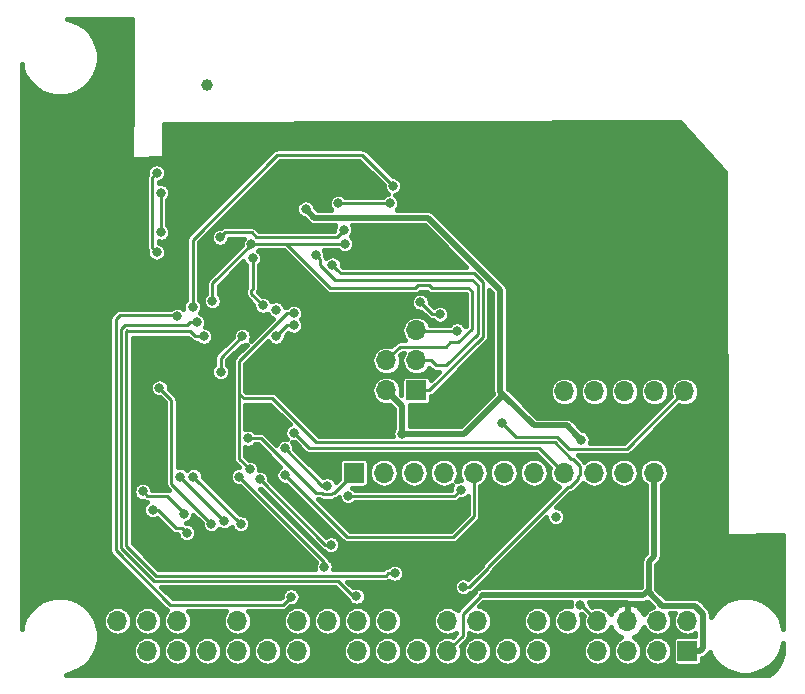
<source format=gbr>
G04 #@! TF.GenerationSoftware,KiCad,Pcbnew,(5.0.0)*
G04 #@! TF.CreationDate,2018-11-21T11:56:38+01:00*
G04 #@! TF.ProjectId,RRAT,525241542E6B696361645F7063620000,rev?*
G04 #@! TF.SameCoordinates,Original*
G04 #@! TF.FileFunction,Copper,L2,Bot,Signal*
G04 #@! TF.FilePolarity,Positive*
%FSLAX46Y46*%
G04 Gerber Fmt 4.6, Leading zero omitted, Abs format (unit mm)*
G04 Created by KiCad (PCBNEW (5.0.0)) date 11/21/18 11:56:38*
%MOMM*%
%LPD*%
G01*
G04 APERTURE LIST*
G04 #@! TA.AperFunction,ComponentPad*
%ADD10R,1.700000X1.700000*%
G04 #@! TD*
G04 #@! TA.AperFunction,ComponentPad*
%ADD11O,1.700000X1.700000*%
G04 #@! TD*
G04 #@! TA.AperFunction,ViaPad*
%ADD12C,0.800000*%
G04 #@! TD*
G04 #@! TA.AperFunction,ViaPad*
%ADD13C,1.000000*%
G04 #@! TD*
G04 #@! TA.AperFunction,Conductor*
%ADD14C,0.250000*%
G04 #@! TD*
G04 #@! TA.AperFunction,Conductor*
%ADD15C,0.500000*%
G04 #@! TD*
G04 #@! TA.AperFunction,Conductor*
%ADD16C,0.406400*%
G04 #@! TD*
G04 APERTURE END LIST*
D10*
G04 #@! TO.P,J3,1*
G04 #@! TO.N,VCC*
X168693598Y-128431634D03*
D11*
G04 #@! TO.P,J3,2*
G04 #@! TO.N,Net-(J3-Pad2)*
X168693598Y-125891634D03*
G04 #@! TO.P,J3,3*
G04 #@! TO.N,Net-(J3-Pad3)*
X166153598Y-128431634D03*
G04 #@! TO.P,J3,4*
G04 #@! TO.N,Net-(J3-Pad4)*
X166153598Y-125891634D03*
G04 #@! TO.P,J3,5*
G04 #@! TO.N,Net-(J3-Pad5)*
X163613598Y-128431634D03*
G04 #@! TO.P,J3,6*
G04 #@! TO.N,/GND*
X163613598Y-125891634D03*
G04 #@! TO.P,J3,7*
G04 #@! TO.N,Net-(J3-Pad7)*
X161073598Y-128431634D03*
G04 #@! TO.P,J3,8*
G04 #@! TO.N,Net-(J3-Pad8)*
X161073598Y-125891634D03*
G04 #@! TO.P,J3,9*
G04 #@! TO.N,/GND*
X158533598Y-128431634D03*
G04 #@! TO.P,J3,10*
G04 #@! TO.N,Net-(J3-Pad10)*
X158533598Y-125891634D03*
G04 #@! TO.P,J3,11*
G04 #@! TO.N,Net-(J3-Pad11)*
X155993598Y-128431634D03*
G04 #@! TO.P,J3,12*
G04 #@! TO.N,Net-(J3-Pad12)*
X155993598Y-125891634D03*
G04 #@! TO.P,J3,13*
G04 #@! TO.N,Net-(J3-Pad13)*
X153453598Y-128431634D03*
G04 #@! TO.P,J3,14*
G04 #@! TO.N,/GND*
X153453598Y-125891634D03*
G04 #@! TO.P,J3,15*
G04 #@! TO.N,Net-(J3-Pad15)*
X150913598Y-128431634D03*
G04 #@! TO.P,J3,16*
G04 #@! TO.N,Net-(J3-Pad16)*
X150913598Y-125891634D03*
G04 #@! TO.P,J3,17*
G04 #@! TO.N,VCC*
X148373598Y-128431634D03*
G04 #@! TO.P,J3,18*
G04 #@! TO.N,Net-(J3-Pad18)*
X148373598Y-125891634D03*
G04 #@! TO.P,J3,19*
G04 #@! TO.N,Net-(J3-Pad19)*
X145833598Y-128431634D03*
G04 #@! TO.P,J3,20*
G04 #@! TO.N,/GND*
X145833598Y-125891634D03*
G04 #@! TO.P,J3,21*
G04 #@! TO.N,Net-(J3-Pad21)*
X143293598Y-128431634D03*
G04 #@! TO.P,J3,22*
G04 #@! TO.N,Net-(J3-Pad22)*
X143293598Y-125891634D03*
G04 #@! TO.P,J3,23*
G04 #@! TO.N,Net-(J3-Pad23)*
X140753598Y-128431634D03*
G04 #@! TO.P,J3,24*
G04 #@! TO.N,Net-(J3-Pad24)*
X140753598Y-125891634D03*
G04 #@! TO.P,J3,25*
G04 #@! TO.N,/GND*
X138213598Y-128431634D03*
G04 #@! TO.P,J3,26*
G04 #@! TO.N,Net-(J3-Pad26)*
X138213598Y-125891634D03*
G04 #@! TO.P,J3,27*
G04 #@! TO.N,Net-(J3-Pad27)*
X135673598Y-128431634D03*
G04 #@! TO.P,J3,28*
G04 #@! TO.N,Net-(J3-Pad28)*
X135673598Y-125891634D03*
G04 #@! TO.P,J3,29*
G04 #@! TO.N,Net-(J3-Pad29)*
X133133598Y-128431634D03*
G04 #@! TO.P,J3,30*
G04 #@! TO.N,/GND*
X133133598Y-125891634D03*
G04 #@! TO.P,J3,31*
G04 #@! TO.N,Net-(J3-Pad31)*
X130593598Y-128431634D03*
G04 #@! TO.P,J3,32*
G04 #@! TO.N,/RESET*
X130593598Y-125891634D03*
G04 #@! TO.P,J3,33*
G04 #@! TO.N,Net-(J3-Pad33)*
X128053598Y-128431634D03*
G04 #@! TO.P,J3,34*
G04 #@! TO.N,/GND*
X128053598Y-125891634D03*
G04 #@! TO.P,J3,35*
G04 #@! TO.N,Net-(J3-Pad35)*
X125513598Y-128431634D03*
G04 #@! TO.P,J3,36*
G04 #@! TO.N,Net-(J3-Pad36)*
X125513598Y-125891634D03*
G04 #@! TO.P,J3,37*
G04 #@! TO.N,Net-(J3-Pad37)*
X122973598Y-128431634D03*
G04 #@! TO.P,J3,38*
G04 #@! TO.N,Net-(J3-Pad38)*
X122973598Y-125891634D03*
G04 #@! TO.P,J3,39*
G04 #@! TO.N,/GND*
X120433598Y-128431634D03*
G04 #@! TO.P,J3,40*
G04 #@! TO.N,Net-(J3-Pad40)*
X120433598Y-125891634D03*
G04 #@! TD*
G04 #@! TO.P,J1,6*
G04 #@! TO.N,Net-(C1-Pad2)*
X168440118Y-106462094D03*
G04 #@! TO.P,J1,5*
G04 #@! TO.N,Net-(J1-Pad5)*
X165900118Y-106462094D03*
G04 #@! TO.P,J1,4*
G04 #@! TO.N,Net-(J1-Pad4)*
X163360118Y-106462094D03*
G04 #@! TO.P,J1,3*
G04 #@! TO.N,Net-(J1-Pad3)*
X160820118Y-106462094D03*
G04 #@! TO.P,J1,2*
G04 #@! TO.N,Net-(J1-Pad2)*
X158280118Y-106462094D03*
D10*
G04 #@! TO.P,J1,1*
G04 #@! TO.N,/GND*
X155740118Y-106462094D03*
G04 #@! TD*
D11*
G04 #@! TO.P,J2,6*
G04 #@! TO.N,/GND*
X143197598Y-101295734D03*
G04 #@! TO.P,J2,5*
G04 #@! TO.N,/RESET*
X145737598Y-101295734D03*
G04 #@! TO.P,J2,4*
G04 #@! TO.N,/SPI_MOSI*
X143197598Y-103835734D03*
G04 #@! TO.P,J2,3*
G04 #@! TO.N,/SPI_SCK*
X145737598Y-103835734D03*
G04 #@! TO.P,J2,2*
G04 #@! TO.N,VCC*
X143197598Y-106375734D03*
D10*
G04 #@! TO.P,J2,1*
G04 #@! TO.N,/SPI_MISO*
X145737598Y-106375734D03*
G04 #@! TD*
D11*
G04 #@! TO.P,J4,12*
G04 #@! TO.N,/GND*
X168388798Y-113349634D03*
G04 #@! TO.P,J4,11*
G04 #@! TO.N,VCC*
X165848798Y-113349634D03*
G04 #@! TO.P,J4,10*
G04 #@! TO.N,/D2*
X163308798Y-113349634D03*
G04 #@! TO.P,J4,9*
G04 #@! TO.N,/D7*
X160768798Y-113349634D03*
G04 #@! TO.P,J4,8*
G04 #@! TO.N,/LED_HEATCALL_L*
X158228798Y-113349634D03*
G04 #@! TO.P,J4,7*
G04 #@! TO.N,/D5*
X155688798Y-113349634D03*
G04 #@! TO.P,J4,6*
G04 #@! TO.N,/D3*
X153148798Y-113349634D03*
G04 #@! TO.P,J4,5*
G04 #@! TO.N,/A7*
X150608798Y-113349634D03*
G04 #@! TO.P,J4,4*
G04 #@! TO.N,/A6*
X148068798Y-113349634D03*
G04 #@! TO.P,J4,3*
G04 #@! TO.N,/A3*
X145528798Y-113349634D03*
G04 #@! TO.P,J4,2*
G04 #@! TO.N,/A2*
X142988798Y-113349634D03*
D10*
G04 #@! TO.P,J4,1*
G04 #@! TO.N,/A1*
X140448798Y-113349634D03*
G04 #@! TD*
D12*
G04 #@! TO.N,/GND*
X115115358Y-111437954D03*
X115110278Y-108171514D03*
X118417358Y-111435414D03*
X118412278Y-108168974D03*
X114241598Y-91681834D03*
X114236518Y-88415394D03*
X117543598Y-91679294D03*
X117538518Y-88412854D03*
X159605998Y-115824534D03*
X171452558Y-120391454D03*
X168145478Y-117127554D03*
X168150558Y-120393994D03*
X133774198Y-91760574D03*
X132692158Y-90691234D03*
X134150118Y-95138774D03*
X133093478Y-96266534D03*
X114835958Y-101613234D03*
X118132878Y-98344254D03*
X114830878Y-98346794D03*
X118137958Y-101610694D03*
X139954000Y-84292974D03*
X132072398Y-108809054D03*
X132072398Y-105476574D03*
X128684038Y-106365574D03*
X127144798Y-107808294D03*
X122491518Y-95529934D03*
X144259318Y-116423974D03*
X146728198Y-116423974D03*
X149176758Y-116403654D03*
X135130558Y-87884534D03*
X136212598Y-88953874D03*
X135831598Y-107518734D03*
X140403598Y-103266774D03*
X142219698Y-100299055D03*
X145445498Y-87694034D03*
X159611078Y-117029924D03*
X140652518Y-116229824D03*
X157993098Y-100330534D03*
X157988018Y-97064094D03*
X161295098Y-100327994D03*
X161290018Y-97061554D03*
X165023818Y-96975194D03*
X168330898Y-100239094D03*
X168325818Y-96972654D03*
X165028898Y-100241634D03*
X164939998Y-91846934D03*
X164934918Y-88580494D03*
X168241998Y-91844394D03*
X168236918Y-88577954D03*
X157899118Y-88669394D03*
X161206198Y-91933294D03*
X161201118Y-88666854D03*
X157904198Y-91935834D03*
X156528813Y-118103319D03*
X137179448Y-112573334D03*
X151655798Y-90909674D03*
X151650718Y-87643234D03*
X147320000Y-93980000D03*
X146298938Y-95738214D03*
X146880598Y-108600774D03*
X136398000Y-97282000D03*
G04 #@! TO.N,/RESET*
X149193108Y-101326214D03*
G04 #@! TO.N,/SPI_NSS*
X130993998Y-101794534D03*
X129164008Y-104794534D03*
G04 #@! TO.N,/SPI_SCK*
X125493998Y-100090834D03*
X129125998Y-93401936D03*
X139590798Y-92792334D03*
X137228598Y-94920334D03*
X135133098Y-123838234D03*
G04 #@! TO.N,/SPI_MOSI*
X127743998Y-101794534D03*
X139692398Y-93960734D03*
X128465598Y-98786734D03*
X131767594Y-94011534D03*
X143896098Y-121857034D03*
G04 #@! TO.N,/SPI_MISO*
X132743998Y-99169534D03*
X127139198Y-100598834D03*
X131869198Y-95179934D03*
X138638298Y-95758534D03*
X140670298Y-123797356D03*
D13*
G04 #@! TO.N,Net-(ANT1-Pad1)*
X128053119Y-80499213D03*
D12*
G04 #@! TO.N,VCC*
X136364998Y-91008734D03*
X144518398Y-110039844D03*
X159687278Y-110541336D03*
G04 #@! TO.N,/D3*
X134618998Y-111294534D03*
X139954000Y-115316000D03*
X138198387Y-114456745D03*
X149481608Y-114781624D03*
G04 #@! TO.N,/D5*
X133868998Y-101794534D03*
X135368998Y-100849057D03*
G04 #@! TO.N,/D7*
X157554528Y-117077604D03*
X147743998Y-99919534D03*
X146080498Y-98908134D03*
X122572798Y-114935534D03*
X126039898Y-116802434D03*
G04 #@! TO.N,/A6*
X123993998Y-106169534D03*
X128368998Y-117669534D03*
G04 #@! TO.N,/A7*
X134618998Y-113544534D03*
G04 #@! TO.N,/A1*
X131493998Y-110419534D03*
G04 #@! TO.N,/A2*
X126868998Y-113669534D03*
X130868998Y-117669534D03*
G04 #@! TO.N,/A3*
X125743998Y-113669534D03*
X129493998Y-117419534D03*
G04 #@! TO.N,/D2*
X132493998Y-113919534D03*
X138513083Y-119452312D03*
X126306598Y-118415334D03*
X123410998Y-116484934D03*
G04 #@! TO.N,Net-(U1-Pad3)*
X123741198Y-87960734D03*
X123741198Y-94666334D03*
G04 #@! TO.N,Net-(U1-Pad4)*
X124110598Y-92989934D03*
X124110598Y-89637134D03*
G04 #@! TO.N,/RFM_IRQ*
X126790788Y-99296177D03*
X143763916Y-89065314D03*
G04 #@! TO.N,Net-(R4-Pad1)*
X139118998Y-90544534D03*
X143497318Y-90546454D03*
G04 #@! TO.N,/RX*
X131618998Y-113044534D03*
X149699998Y-123012734D03*
X135368998Y-99849044D03*
G04 #@! TO.N,/TX*
X130743998Y-113669534D03*
X137939798Y-121330255D03*
G04 #@! TO.N,/SDN*
X133868998Y-99544534D03*
G04 #@! TO.N,Net-(C1-Pad2)*
X153012158Y-109134174D03*
G04 #@! TO.N,Net-(J3-Pad8)*
X159605998Y-124536734D03*
G04 #@! TO.N,/LED_HEATCALL_L*
X135369318Y-109972374D03*
G04 #@! TD*
D14*
G04 #@! TO.N,/RESET*
X145768078Y-101326214D02*
X145737598Y-101295734D01*
X149193108Y-101326214D02*
X145768078Y-101326214D01*
G04 #@! TO.N,/SPI_NSS*
X129164008Y-103624524D02*
X129164008Y-104228849D01*
X129164008Y-104228849D02*
X129164008Y-104794534D01*
X130993998Y-101794534D02*
X129164008Y-103624524D01*
G04 #@! TO.N,/SPI_SCK*
X131797523Y-92999537D02*
X132199922Y-93401936D01*
X129528397Y-92999537D02*
X131797523Y-92999537D01*
X138981196Y-93401936D02*
X139590798Y-92792334D01*
X132199922Y-93401936D02*
X138981196Y-93401936D01*
X129125998Y-93401936D02*
X129528397Y-92999537D01*
X146939679Y-103835734D02*
X147371479Y-104267534D01*
X145737598Y-103835734D02*
X146939679Y-103835734D01*
X147371479Y-104267534D02*
X148239498Y-104267534D01*
X148239498Y-104267534D02*
X150919198Y-101587834D01*
X150919198Y-101587834D02*
X150919198Y-97485734D01*
X150919198Y-97485734D02*
X150449298Y-97015834D01*
X138822596Y-97015834D02*
X137571498Y-95764736D01*
X150449298Y-97015834D02*
X138822596Y-97015834D01*
X137571498Y-95764736D02*
X137571498Y-95263234D01*
X137571498Y-95263234D02*
X137228598Y-94920334D01*
X134448976Y-124522356D02*
X135133098Y-123838234D01*
X125361198Y-99989234D02*
X120636798Y-99989234D01*
X125462798Y-100090834D02*
X125361198Y-99989234D01*
X120636798Y-99989234D02*
X120281198Y-100344834D01*
X120281198Y-100344834D02*
X120281197Y-119923896D01*
X120281197Y-119923896D02*
X124879658Y-124522356D01*
X124879658Y-124522356D02*
X134448976Y-124522356D01*
G04 #@! TO.N,/SPI_MOSI*
X121181218Y-101375214D02*
X121253588Y-101302844D01*
X126594778Y-101375214D02*
X121181218Y-101375214D01*
X127743998Y-101794534D02*
X127014098Y-101794534D01*
X127014098Y-101794534D02*
X126594778Y-101375214D01*
X128465598Y-97313534D02*
X128465598Y-98786734D01*
X131818398Y-93960734D02*
X128465598Y-97313534D01*
X139692398Y-93960734D02*
X134726698Y-93960734D01*
X134726698Y-93960734D02*
X131818398Y-93960734D01*
X148632696Y-102286334D02*
X149305990Y-102286334D01*
X150436598Y-101155726D02*
X150436598Y-97981034D01*
X144372599Y-102660733D02*
X148258297Y-102660733D01*
X148258297Y-102660733D02*
X148632696Y-102286334D01*
X143197598Y-103835734D02*
X144372599Y-102660733D01*
X149305990Y-102286334D02*
X150436598Y-101155726D01*
X145872196Y-97484632D02*
X145662295Y-97694533D01*
X150150097Y-97694533D02*
X147044801Y-97694533D01*
X146834900Y-97484632D02*
X145872196Y-97484632D01*
X150436598Y-97981034D02*
X150150097Y-97694533D01*
X147044801Y-97694533D02*
X146834900Y-97484632D01*
X138460497Y-97694533D02*
X134726698Y-93960734D01*
X145662295Y-97694533D02*
X138460497Y-97694533D01*
X123685378Y-122055257D02*
X121181218Y-119551097D01*
X121181218Y-119551097D02*
X121181218Y-101375214D01*
X143896098Y-121857034D02*
X143330413Y-121857034D01*
X143330413Y-121857034D02*
X143132190Y-122055257D01*
X143132190Y-122055257D02*
X123685378Y-122055257D01*
G04 #@! TO.N,/SPI_MISO*
X131767598Y-98193134D02*
X131767598Y-97923134D01*
X132743998Y-99169534D02*
X131767598Y-98193134D01*
X131869198Y-97794334D02*
X131869198Y-95179934D01*
X131767598Y-97895934D02*
X131869198Y-97794334D01*
X151376398Y-97231734D02*
X150607997Y-96463333D01*
X150607997Y-96463333D02*
X139343097Y-96463333D01*
X139038297Y-96158533D02*
X138638298Y-95758534D01*
X151376398Y-101836934D02*
X151376398Y-97231734D01*
X146837598Y-106375734D02*
X151376398Y-101836934D01*
X139343097Y-96463333D02*
X139038297Y-96158533D01*
X145737598Y-106375734D02*
X146837598Y-106375734D01*
X140670298Y-123797356D02*
X140632198Y-123835456D01*
X140632198Y-123835456D02*
X140632198Y-124072346D01*
X127139198Y-100598834D02*
X126573513Y-100598834D01*
X126573513Y-100598834D02*
X126319513Y-100852834D01*
X126319513Y-100852834D02*
X121043198Y-100852834D01*
X123498978Y-122505268D02*
X139072308Y-122505268D01*
X139072308Y-122505268D02*
X140639386Y-124072346D01*
X120731207Y-119737497D02*
X123498978Y-122505268D01*
X120731207Y-101188814D02*
X120731207Y-119737497D01*
X120731208Y-101164824D02*
X120731207Y-101188814D01*
X121043198Y-100852834D02*
X120731208Y-101164824D01*
D15*
G04 #@! TO.N,VCC*
X169793598Y-128431634D02*
X168693598Y-128431634D01*
X170014398Y-128210834D02*
X169793598Y-128431634D01*
X165848798Y-120432032D02*
X165848798Y-113349634D01*
X170014398Y-125473432D02*
X170014398Y-128210834D01*
X165410898Y-123432834D02*
X166569697Y-124591633D01*
X165410898Y-120869932D02*
X165410898Y-123432834D01*
X166569697Y-124591633D02*
X169317599Y-124591633D01*
X169317599Y-124591633D02*
X169993599Y-125267633D01*
X169993599Y-125267633D02*
X169993599Y-125452633D01*
X169993599Y-125452633D02*
X170014398Y-125473432D01*
X163743197Y-123711135D02*
X164952797Y-123711135D01*
D14*
X149663597Y-125291633D02*
X151282096Y-123673134D01*
D15*
X151282096Y-123673134D02*
X163705196Y-123673134D01*
X164952797Y-123711135D02*
X165410898Y-123253034D01*
D14*
X149663597Y-127141635D02*
X149663597Y-125291633D01*
D15*
X163705196Y-123673134D02*
X163743197Y-123711135D01*
D14*
X148373598Y-128431634D02*
X149663597Y-127141635D01*
D15*
X165410898Y-123253034D02*
X165410898Y-120869932D01*
X165848798Y-120432032D02*
X165410898Y-120869932D01*
X137114298Y-91758034D02*
X146715884Y-91758034D01*
X146715884Y-91758034D02*
X152836898Y-97879048D01*
X152836898Y-106479874D02*
X153090898Y-106733874D01*
X152836898Y-97879048D02*
X152836898Y-106479874D01*
X136364998Y-91008734D02*
X137114298Y-91758034D01*
X143197598Y-106375734D02*
X144518398Y-107696534D01*
X144518398Y-109474159D02*
X144518398Y-110039844D01*
X145084083Y-110039844D02*
X144518398Y-110039844D01*
X153090898Y-106733874D02*
X149784928Y-110039844D01*
X149784928Y-110039844D02*
X145084083Y-110039844D01*
X144518398Y-107696534D02*
X144518398Y-109474159D01*
X153090898Y-106733874D02*
X155700799Y-109343775D01*
X158489717Y-109343775D02*
X159287279Y-110141337D01*
X155700799Y-109343775D02*
X158489717Y-109343775D01*
X159287279Y-110141337D02*
X159687278Y-110541336D01*
D14*
G04 #@! TO.N,/D3*
X134618998Y-111294534D02*
X137781209Y-114456745D01*
X137781209Y-114456745D02*
X138198387Y-114456745D01*
X149491198Y-114772034D02*
X149481608Y-114781624D01*
X149481608Y-114781624D02*
X148947232Y-115316000D01*
X148947232Y-115316000D02*
X140627574Y-115316000D01*
X140627574Y-115316000D02*
X139954000Y-115316000D01*
G04 #@! TO.N,/D5*
X133868998Y-101794534D02*
X134814475Y-100849057D01*
X134814475Y-100849057D02*
X135368998Y-100849057D01*
G04 #@! TO.N,/D7*
X146480497Y-99308133D02*
X146080498Y-98908134D01*
X147091898Y-99919534D02*
X146480497Y-99308133D01*
X147743998Y-99919534D02*
X147091898Y-99919534D01*
X122972797Y-115335533D02*
X124649197Y-115335533D01*
X122572798Y-114935534D02*
X122972797Y-115335533D01*
X124649197Y-115335533D02*
X126039898Y-116726234D01*
X126039898Y-116726234D02*
X126039898Y-116802434D01*
G04 #@! TO.N,/A6*
X124993998Y-107169534D02*
X123993998Y-106169534D01*
X124993998Y-114294534D02*
X124993998Y-107169534D01*
X128368998Y-117669534D02*
X124993998Y-114294534D01*
G04 #@! TO.N,/A7*
X150618998Y-113390234D02*
X150659598Y-113349634D01*
X150618998Y-117044534D02*
X150618998Y-113390234D01*
X148868998Y-118794534D02*
X150618998Y-117044534D01*
X134618998Y-113544534D02*
X139868998Y-118794534D01*
X139868998Y-118794534D02*
X148868998Y-118794534D01*
G04 #@! TO.N,/A1*
X132565176Y-110419534D02*
X131493998Y-110419534D01*
X137207642Y-115062000D02*
X132565176Y-110419534D01*
X138787232Y-115062000D02*
X138666134Y-115062000D01*
X140499598Y-113349634D02*
X138787232Y-115062000D01*
X138666134Y-115062000D02*
X138546388Y-115181746D01*
X138546388Y-115181746D02*
X137850386Y-115181746D01*
X137850386Y-115181746D02*
X137730640Y-115062000D01*
X137730640Y-115062000D02*
X137207642Y-115062000D01*
G04 #@! TO.N,/A2*
X130868998Y-117669534D02*
X126868998Y-113669534D01*
G04 #@! TO.N,/A3*
X129493998Y-117419534D02*
X125743998Y-113669534D01*
G04 #@! TO.N,/D2*
X138026776Y-119452312D02*
X138513083Y-119452312D01*
X132493998Y-113919534D02*
X138026776Y-119452312D01*
X125906599Y-118015335D02*
X125373199Y-118015335D01*
X126306598Y-118415334D02*
X125906599Y-118015335D01*
X125373199Y-118015335D02*
X123842798Y-116484934D01*
X123842798Y-116484934D02*
X123410998Y-116484934D01*
G04 #@! TO.N,Net-(U1-Pad3)*
X123385598Y-94310734D02*
X123741198Y-94666334D01*
X123741198Y-87960734D02*
X123385598Y-88316334D01*
X123385598Y-88316334D02*
X123385598Y-94310734D01*
G04 #@! TO.N,Net-(U1-Pad4)*
X124110598Y-92989934D02*
X124110598Y-89637134D01*
G04 #@! TO.N,/RFM_IRQ*
X141138238Y-86419534D02*
X143751318Y-89032614D01*
X133974798Y-86419534D02*
X141138238Y-86419534D01*
X126790788Y-99296177D02*
X126790788Y-93603544D01*
X126790788Y-93603544D02*
X133974798Y-86419534D01*
G04 #@! TO.N,Net-(R4-Pad1)*
X143495398Y-90544534D02*
X143497318Y-90546454D01*
X139118998Y-90544534D02*
X143495398Y-90544534D01*
G04 #@! TO.N,/RX*
X131618998Y-113044534D02*
X130743998Y-112169534D01*
X130743998Y-112169534D02*
X130743998Y-106655134D01*
X130743998Y-106655134D02*
X130743998Y-103882959D01*
X134803313Y-99849044D02*
X135368998Y-99849044D01*
X134777913Y-99849044D02*
X134803313Y-99849044D01*
X130743998Y-103882959D02*
X134777913Y-99849044D01*
X150207998Y-123012734D02*
X149699998Y-123012734D01*
X151783799Y-121436933D02*
X150207998Y-123012734D01*
X151783799Y-121294693D02*
X151783799Y-121436933D01*
X159593797Y-113484695D02*
X159403799Y-113674693D01*
X159593797Y-112785633D02*
X159593797Y-113484695D01*
X158792799Y-114524635D02*
X158553857Y-114524635D01*
X159403799Y-113913635D02*
X158792799Y-114524635D01*
X131133398Y-107044534D02*
X133559078Y-107044534D01*
X130743998Y-106655134D02*
X131133398Y-107044534D01*
X158553857Y-114524635D02*
X151783799Y-121294693D01*
X159403799Y-113674693D02*
X159403799Y-113913635D01*
X158964938Y-112156774D02*
X159593797Y-112785633D01*
X137279398Y-110764854D02*
X157457158Y-110764854D01*
X157457158Y-110764854D02*
X158849078Y-112156774D01*
X133559078Y-107044534D02*
X137279398Y-110764854D01*
X158849078Y-112156774D02*
X158964938Y-112156774D01*
G04 #@! TO.N,/TX*
X130743998Y-113669534D02*
X137939798Y-120865334D01*
X137939798Y-120865334D02*
X137939798Y-121330255D01*
G04 #@! TO.N,Net-(C1-Pad2)*
X157643558Y-110314844D02*
X154192828Y-110314844D01*
X153412157Y-109534173D02*
X153012158Y-109134174D01*
X154192828Y-110314844D02*
X153412157Y-109534173D01*
X158661089Y-111332375D02*
X157643558Y-110314844D01*
X163569837Y-111332375D02*
X158661089Y-111332375D01*
X168440118Y-106462094D02*
X163569837Y-111332375D01*
G04 #@! TO.N,Net-(J3-Pad8)*
X161073598Y-125891634D02*
X159718698Y-124536734D01*
G04 #@! TO.N,/LED_HEATCALL_L*
X157378799Y-112499635D02*
X158228798Y-113349634D01*
X156094028Y-111214864D02*
X157378799Y-112499635D01*
X136611808Y-111214864D02*
X156094028Y-111214864D01*
X135369318Y-109972374D02*
X136611808Y-111214864D01*
G04 #@! TD*
D16*
G04 #@! TO.N,/GND*
G36*
X121632998Y-81546481D02*
X121594904Y-86562191D01*
X121612942Y-86647444D01*
X121659070Y-86711928D01*
X121726365Y-86753851D01*
X121804580Y-86766831D01*
X124192180Y-86690631D01*
X124263624Y-86675198D01*
X124329508Y-86631092D01*
X124373499Y-86565130D01*
X124388898Y-86487355D01*
X124386536Y-83803439D01*
X168078152Y-83649711D01*
X171884104Y-87920700D01*
X171950398Y-118466575D01*
X171966476Y-118545352D01*
X172011035Y-118610930D01*
X172077298Y-118654465D01*
X172155177Y-118669328D01*
X176810398Y-118633148D01*
X176810398Y-126552755D01*
X176739858Y-126198126D01*
X176490856Y-125596982D01*
X176129361Y-125055967D01*
X175669265Y-124595871D01*
X175128250Y-124234376D01*
X174527106Y-123985374D01*
X173888935Y-123858434D01*
X173238261Y-123858434D01*
X172600090Y-123985374D01*
X171998946Y-124234376D01*
X171457931Y-124595871D01*
X170997835Y-125055967D01*
X170667598Y-125550201D01*
X170667598Y-125505512D01*
X170670758Y-125473431D01*
X170664484Y-125409735D01*
X170658146Y-125345383D01*
X170646799Y-125307976D01*
X170646799Y-125299713D01*
X170649959Y-125267632D01*
X170646782Y-125235380D01*
X170637347Y-125139584D01*
X170599997Y-125016455D01*
X170539342Y-124902979D01*
X170457716Y-124803516D01*
X170432791Y-124783061D01*
X169802172Y-124152442D01*
X169781716Y-124127516D01*
X169682253Y-124045890D01*
X169568777Y-123985235D01*
X169445648Y-123947885D01*
X169349682Y-123938433D01*
X169349680Y-123938433D01*
X169317599Y-123935273D01*
X169285518Y-123938433D01*
X166840262Y-123938433D01*
X166064098Y-123162270D01*
X166064098Y-121140496D01*
X166287990Y-120916604D01*
X166312915Y-120896149D01*
X166394541Y-120796686D01*
X166455196Y-120683210D01*
X166492546Y-120560081D01*
X166501998Y-120464115D01*
X166501998Y-120464114D01*
X166505158Y-120432033D01*
X166501998Y-120399952D01*
X166501998Y-114421479D01*
X166548407Y-114396673D01*
X166739231Y-114240067D01*
X166895837Y-114049243D01*
X167012205Y-113831533D01*
X167083865Y-113595304D01*
X167108061Y-113349634D01*
X167083865Y-113103964D01*
X167012205Y-112867735D01*
X166895837Y-112650025D01*
X166739231Y-112459201D01*
X166548407Y-112302595D01*
X166330697Y-112186227D01*
X166094468Y-112114567D01*
X165910358Y-112096434D01*
X165787238Y-112096434D01*
X165603128Y-112114567D01*
X165366899Y-112186227D01*
X165149189Y-112302595D01*
X164958365Y-112459201D01*
X164801759Y-112650025D01*
X164685391Y-112867735D01*
X164613731Y-113103964D01*
X164589535Y-113349634D01*
X164613731Y-113595304D01*
X164685391Y-113831533D01*
X164801759Y-114049243D01*
X164958365Y-114240067D01*
X165149189Y-114396673D01*
X165195599Y-114421479D01*
X165195598Y-120161468D01*
X164971707Y-120385359D01*
X164946781Y-120405815D01*
X164865155Y-120505279D01*
X164804500Y-120618755D01*
X164767150Y-120741884D01*
X164760999Y-120804339D01*
X164754538Y-120869932D01*
X164757698Y-120902013D01*
X164757698Y-122982470D01*
X164682233Y-123057935D01*
X163927360Y-123057935D01*
X163833245Y-123029386D01*
X163737279Y-123019934D01*
X163737277Y-123019934D01*
X163705196Y-123016774D01*
X163673115Y-123019934D01*
X151250013Y-123019934D01*
X151154047Y-123029386D01*
X151030918Y-123066736D01*
X150917442Y-123127391D01*
X150817979Y-123209017D01*
X150736353Y-123308480D01*
X150675698Y-123421956D01*
X150638348Y-123545085D01*
X150635637Y-123572605D01*
X149308443Y-124899800D01*
X149288298Y-124916333D01*
X149271765Y-124936478D01*
X149271760Y-124936483D01*
X149236912Y-124978945D01*
X149073207Y-124844595D01*
X148855497Y-124728227D01*
X148619268Y-124656567D01*
X148435158Y-124638434D01*
X148312038Y-124638434D01*
X148127928Y-124656567D01*
X147891699Y-124728227D01*
X147673989Y-124844595D01*
X147483165Y-125001201D01*
X147326559Y-125192025D01*
X147210191Y-125409735D01*
X147138531Y-125645964D01*
X147114335Y-125891634D01*
X147138531Y-126137304D01*
X147210191Y-126373533D01*
X147326559Y-126591243D01*
X147483165Y-126782067D01*
X147673989Y-126938673D01*
X147891699Y-127055041D01*
X148127928Y-127126701D01*
X148312038Y-127144834D01*
X148435158Y-127144834D01*
X148619268Y-127126701D01*
X148855497Y-127055041D01*
X149073207Y-126938673D01*
X149135397Y-126887635D01*
X149135397Y-126922847D01*
X148805258Y-127252987D01*
X148619268Y-127196567D01*
X148435158Y-127178434D01*
X148312038Y-127178434D01*
X148127928Y-127196567D01*
X147891699Y-127268227D01*
X147673989Y-127384595D01*
X147483165Y-127541201D01*
X147326559Y-127732025D01*
X147210191Y-127949735D01*
X147138531Y-128185964D01*
X147114335Y-128431634D01*
X147138531Y-128677304D01*
X147210191Y-128913533D01*
X147326559Y-129131243D01*
X147483165Y-129322067D01*
X147673989Y-129478673D01*
X147891699Y-129595041D01*
X148127928Y-129666701D01*
X148312038Y-129684834D01*
X148435158Y-129684834D01*
X148619268Y-129666701D01*
X148855497Y-129595041D01*
X149073207Y-129478673D01*
X149264031Y-129322067D01*
X149420637Y-129131243D01*
X149537005Y-128913533D01*
X149608665Y-128677304D01*
X149632861Y-128431634D01*
X149654335Y-128431634D01*
X149678531Y-128677304D01*
X149750191Y-128913533D01*
X149866559Y-129131243D01*
X150023165Y-129322067D01*
X150213989Y-129478673D01*
X150431699Y-129595041D01*
X150667928Y-129666701D01*
X150852038Y-129684834D01*
X150975158Y-129684834D01*
X151159268Y-129666701D01*
X151395497Y-129595041D01*
X151613207Y-129478673D01*
X151804031Y-129322067D01*
X151960637Y-129131243D01*
X152077005Y-128913533D01*
X152148665Y-128677304D01*
X152172861Y-128431634D01*
X152194335Y-128431634D01*
X152218531Y-128677304D01*
X152290191Y-128913533D01*
X152406559Y-129131243D01*
X152563165Y-129322067D01*
X152753989Y-129478673D01*
X152971699Y-129595041D01*
X153207928Y-129666701D01*
X153392038Y-129684834D01*
X153515158Y-129684834D01*
X153699268Y-129666701D01*
X153935497Y-129595041D01*
X154153207Y-129478673D01*
X154344031Y-129322067D01*
X154500637Y-129131243D01*
X154617005Y-128913533D01*
X154688665Y-128677304D01*
X154712861Y-128431634D01*
X154734335Y-128431634D01*
X154758531Y-128677304D01*
X154830191Y-128913533D01*
X154946559Y-129131243D01*
X155103165Y-129322067D01*
X155293989Y-129478673D01*
X155511699Y-129595041D01*
X155747928Y-129666701D01*
X155932038Y-129684834D01*
X156055158Y-129684834D01*
X156239268Y-129666701D01*
X156475497Y-129595041D01*
X156693207Y-129478673D01*
X156884031Y-129322067D01*
X157040637Y-129131243D01*
X157157005Y-128913533D01*
X157228665Y-128677304D01*
X157252861Y-128431634D01*
X159814335Y-128431634D01*
X159838531Y-128677304D01*
X159910191Y-128913533D01*
X160026559Y-129131243D01*
X160183165Y-129322067D01*
X160373989Y-129478673D01*
X160591699Y-129595041D01*
X160827928Y-129666701D01*
X161012038Y-129684834D01*
X161135158Y-129684834D01*
X161319268Y-129666701D01*
X161555497Y-129595041D01*
X161773207Y-129478673D01*
X161964031Y-129322067D01*
X162120637Y-129131243D01*
X162237005Y-128913533D01*
X162308665Y-128677304D01*
X162332861Y-128431634D01*
X162308665Y-128185964D01*
X162237005Y-127949735D01*
X162120637Y-127732025D01*
X161964031Y-127541201D01*
X161773207Y-127384595D01*
X161555497Y-127268227D01*
X161319268Y-127196567D01*
X161135158Y-127178434D01*
X161012038Y-127178434D01*
X160827928Y-127196567D01*
X160591699Y-127268227D01*
X160373989Y-127384595D01*
X160183165Y-127541201D01*
X160026559Y-127732025D01*
X159910191Y-127949735D01*
X159838531Y-128185964D01*
X159814335Y-128431634D01*
X157252861Y-128431634D01*
X157228665Y-128185964D01*
X157157005Y-127949735D01*
X157040637Y-127732025D01*
X156884031Y-127541201D01*
X156693207Y-127384595D01*
X156475497Y-127268227D01*
X156239268Y-127196567D01*
X156055158Y-127178434D01*
X155932038Y-127178434D01*
X155747928Y-127196567D01*
X155511699Y-127268227D01*
X155293989Y-127384595D01*
X155103165Y-127541201D01*
X154946559Y-127732025D01*
X154830191Y-127949735D01*
X154758531Y-128185964D01*
X154734335Y-128431634D01*
X154712861Y-128431634D01*
X154688665Y-128185964D01*
X154617005Y-127949735D01*
X154500637Y-127732025D01*
X154344031Y-127541201D01*
X154153207Y-127384595D01*
X153935497Y-127268227D01*
X153699268Y-127196567D01*
X153515158Y-127178434D01*
X153392038Y-127178434D01*
X153207928Y-127196567D01*
X152971699Y-127268227D01*
X152753989Y-127384595D01*
X152563165Y-127541201D01*
X152406559Y-127732025D01*
X152290191Y-127949735D01*
X152218531Y-128185964D01*
X152194335Y-128431634D01*
X152172861Y-128431634D01*
X152148665Y-128185964D01*
X152077005Y-127949735D01*
X151960637Y-127732025D01*
X151804031Y-127541201D01*
X151613207Y-127384595D01*
X151395497Y-127268227D01*
X151159268Y-127196567D01*
X150975158Y-127178434D01*
X150852038Y-127178434D01*
X150667928Y-127196567D01*
X150431699Y-127268227D01*
X150213989Y-127384595D01*
X150023165Y-127541201D01*
X149866559Y-127732025D01*
X149750191Y-127949735D01*
X149678531Y-128185964D01*
X149654335Y-128431634D01*
X149632861Y-128431634D01*
X149608665Y-128185964D01*
X149552245Y-127999974D01*
X150018752Y-127533468D01*
X150038897Y-127516935D01*
X150055430Y-127496790D01*
X150055434Y-127496786D01*
X150104903Y-127436508D01*
X150104904Y-127436507D01*
X150153951Y-127344746D01*
X150184154Y-127245180D01*
X150191797Y-127167577D01*
X150191797Y-127167570D01*
X150194351Y-127141636D01*
X150191797Y-127115701D01*
X150191797Y-126920460D01*
X150213989Y-126938673D01*
X150431699Y-127055041D01*
X150667928Y-127126701D01*
X150852038Y-127144834D01*
X150975158Y-127144834D01*
X151159268Y-127126701D01*
X151395497Y-127055041D01*
X151613207Y-126938673D01*
X151804031Y-126782067D01*
X151960637Y-126591243D01*
X152077005Y-126373533D01*
X152148665Y-126137304D01*
X152172861Y-125891634D01*
X154734335Y-125891634D01*
X154758531Y-126137304D01*
X154830191Y-126373533D01*
X154946559Y-126591243D01*
X155103165Y-126782067D01*
X155293989Y-126938673D01*
X155511699Y-127055041D01*
X155747928Y-127126701D01*
X155932038Y-127144834D01*
X156055158Y-127144834D01*
X156239268Y-127126701D01*
X156475497Y-127055041D01*
X156693207Y-126938673D01*
X156884031Y-126782067D01*
X157040637Y-126591243D01*
X157157005Y-126373533D01*
X157228665Y-126137304D01*
X157252861Y-125891634D01*
X157228665Y-125645964D01*
X157157005Y-125409735D01*
X157040637Y-125192025D01*
X156884031Y-125001201D01*
X156693207Y-124844595D01*
X156475497Y-124728227D01*
X156239268Y-124656567D01*
X156055158Y-124638434D01*
X155932038Y-124638434D01*
X155747928Y-124656567D01*
X155511699Y-124728227D01*
X155293989Y-124844595D01*
X155103165Y-125001201D01*
X154946559Y-125192025D01*
X154830191Y-125409735D01*
X154758531Y-125645964D01*
X154734335Y-125891634D01*
X152172861Y-125891634D01*
X152148665Y-125645964D01*
X152077005Y-125409735D01*
X151960637Y-125192025D01*
X151804031Y-125001201D01*
X151613207Y-124844595D01*
X151395497Y-124728227D01*
X151159268Y-124656567D01*
X151055837Y-124646380D01*
X151375884Y-124326334D01*
X158828914Y-124326334D01*
X158802798Y-124457626D01*
X158802798Y-124615842D01*
X158812930Y-124666778D01*
X158779268Y-124656567D01*
X158595158Y-124638434D01*
X158472038Y-124638434D01*
X158287928Y-124656567D01*
X158051699Y-124728227D01*
X157833989Y-124844595D01*
X157643165Y-125001201D01*
X157486559Y-125192025D01*
X157370191Y-125409735D01*
X157298531Y-125645964D01*
X157274335Y-125891634D01*
X157298531Y-126137304D01*
X157370191Y-126373533D01*
X157486559Y-126591243D01*
X157643165Y-126782067D01*
X157833989Y-126938673D01*
X158051699Y-127055041D01*
X158287928Y-127126701D01*
X158472038Y-127144834D01*
X158595158Y-127144834D01*
X158779268Y-127126701D01*
X159015497Y-127055041D01*
X159233207Y-126938673D01*
X159424031Y-126782067D01*
X159580637Y-126591243D01*
X159697005Y-126373533D01*
X159768665Y-126137304D01*
X159792861Y-125891634D01*
X159768665Y-125645964D01*
X159697005Y-125409735D01*
X159659696Y-125339934D01*
X159685106Y-125339934D01*
X159760011Y-125325034D01*
X159894951Y-125459974D01*
X159838531Y-125645964D01*
X159814335Y-125891634D01*
X159838531Y-126137304D01*
X159910191Y-126373533D01*
X160026559Y-126591243D01*
X160183165Y-126782067D01*
X160373989Y-126938673D01*
X160591699Y-127055041D01*
X160827928Y-127126701D01*
X161012038Y-127144834D01*
X161135158Y-127144834D01*
X161319268Y-127126701D01*
X161555497Y-127055041D01*
X161773207Y-126938673D01*
X161964031Y-126782067D01*
X162120637Y-126591243D01*
X162205004Y-126433403D01*
X162206150Y-126437515D01*
X162339690Y-126701606D01*
X162522185Y-126934570D01*
X162746623Y-127127454D01*
X163004378Y-127272846D01*
X163077898Y-127296984D01*
X162913989Y-127384595D01*
X162723165Y-127541201D01*
X162566559Y-127732025D01*
X162450191Y-127949735D01*
X162378531Y-128185964D01*
X162354335Y-128431634D01*
X162378531Y-128677304D01*
X162450191Y-128913533D01*
X162566559Y-129131243D01*
X162723165Y-129322067D01*
X162913989Y-129478673D01*
X163131699Y-129595041D01*
X163367928Y-129666701D01*
X163552038Y-129684834D01*
X163675158Y-129684834D01*
X163859268Y-129666701D01*
X164095497Y-129595041D01*
X164313207Y-129478673D01*
X164504031Y-129322067D01*
X164660637Y-129131243D01*
X164777005Y-128913533D01*
X164848665Y-128677304D01*
X164872861Y-128431634D01*
X164894335Y-128431634D01*
X164918531Y-128677304D01*
X164990191Y-128913533D01*
X165106559Y-129131243D01*
X165263165Y-129322067D01*
X165453989Y-129478673D01*
X165671699Y-129595041D01*
X165907928Y-129666701D01*
X166092038Y-129684834D01*
X166215158Y-129684834D01*
X166399268Y-129666701D01*
X166635497Y-129595041D01*
X166853207Y-129478673D01*
X167044031Y-129322067D01*
X167200637Y-129131243D01*
X167317005Y-128913533D01*
X167388665Y-128677304D01*
X167412861Y-128431634D01*
X167388665Y-128185964D01*
X167317005Y-127949735D01*
X167200637Y-127732025D01*
X167044031Y-127541201D01*
X166853207Y-127384595D01*
X166635497Y-127268227D01*
X166399268Y-127196567D01*
X166215158Y-127178434D01*
X166092038Y-127178434D01*
X165907928Y-127196567D01*
X165671699Y-127268227D01*
X165453989Y-127384595D01*
X165263165Y-127541201D01*
X165106559Y-127732025D01*
X164990191Y-127949735D01*
X164918531Y-128185964D01*
X164894335Y-128431634D01*
X164872861Y-128431634D01*
X164848665Y-128185964D01*
X164777005Y-127949735D01*
X164660637Y-127732025D01*
X164504031Y-127541201D01*
X164313207Y-127384595D01*
X164149298Y-127296984D01*
X164222818Y-127272846D01*
X164480573Y-127127454D01*
X164705011Y-126934570D01*
X164887506Y-126701606D01*
X165021046Y-126437515D01*
X165022192Y-126433403D01*
X165106559Y-126591243D01*
X165263165Y-126782067D01*
X165453989Y-126938673D01*
X165671699Y-127055041D01*
X165907928Y-127126701D01*
X166092038Y-127144834D01*
X166215158Y-127144834D01*
X166399268Y-127126701D01*
X166635497Y-127055041D01*
X166853207Y-126938673D01*
X167044031Y-126782067D01*
X167200637Y-126591243D01*
X167317005Y-126373533D01*
X167388665Y-126137304D01*
X167412861Y-125891634D01*
X167388665Y-125645964D01*
X167317005Y-125409735D01*
X167228863Y-125244833D01*
X167618333Y-125244833D01*
X167530191Y-125409735D01*
X167458531Y-125645964D01*
X167434335Y-125891634D01*
X167458531Y-126137304D01*
X167530191Y-126373533D01*
X167646559Y-126591243D01*
X167803165Y-126782067D01*
X167993989Y-126938673D01*
X168211699Y-127055041D01*
X168447928Y-127126701D01*
X168632038Y-127144834D01*
X168755158Y-127144834D01*
X168939268Y-127126701D01*
X169175497Y-127055041D01*
X169361199Y-126955782D01*
X169361199Y-127176484D01*
X167843598Y-127176484D01*
X167764557Y-127184269D01*
X167688554Y-127207324D01*
X167618509Y-127244764D01*
X167557114Y-127295150D01*
X167506728Y-127356545D01*
X167469288Y-127426590D01*
X167446233Y-127502593D01*
X167438448Y-127581634D01*
X167438448Y-129281634D01*
X167446233Y-129360675D01*
X167469288Y-129436678D01*
X167506728Y-129506723D01*
X167557114Y-129568118D01*
X167618509Y-129618504D01*
X167688554Y-129655944D01*
X167764557Y-129678999D01*
X167843598Y-129686784D01*
X169543598Y-129686784D01*
X169622639Y-129678999D01*
X169698642Y-129655944D01*
X169768687Y-129618504D01*
X169830082Y-129568118D01*
X169880468Y-129506723D01*
X169917908Y-129436678D01*
X169940963Y-129360675D01*
X169948748Y-129281634D01*
X169948748Y-129067161D01*
X170044776Y-129038032D01*
X170158252Y-128977377D01*
X170257715Y-128895751D01*
X170278171Y-128870825D01*
X170453589Y-128695407D01*
X170478515Y-128674951D01*
X170560141Y-128575488D01*
X170567880Y-128561009D01*
X170636340Y-128726286D01*
X170997835Y-129267301D01*
X171457931Y-129727397D01*
X171998946Y-130088892D01*
X172600090Y-130337894D01*
X173238261Y-130464834D01*
X173888935Y-130464834D01*
X174527106Y-130337894D01*
X175128250Y-130088892D01*
X175669265Y-129727397D01*
X176129361Y-129267301D01*
X176490856Y-128726286D01*
X176739858Y-128125142D01*
X176810398Y-127770513D01*
X176810398Y-128149246D01*
X176756893Y-128694924D01*
X176602018Y-129207896D01*
X176350457Y-129681016D01*
X176011785Y-130096268D01*
X175598909Y-130437829D01*
X175522551Y-130479115D01*
X116050901Y-130432617D01*
X116527106Y-130337894D01*
X117128250Y-130088892D01*
X117669265Y-129727397D01*
X118129361Y-129267301D01*
X118490856Y-128726286D01*
X118612904Y-128431634D01*
X121714335Y-128431634D01*
X121738531Y-128677304D01*
X121810191Y-128913533D01*
X121926559Y-129131243D01*
X122083165Y-129322067D01*
X122273989Y-129478673D01*
X122491699Y-129595041D01*
X122727928Y-129666701D01*
X122912038Y-129684834D01*
X123035158Y-129684834D01*
X123219268Y-129666701D01*
X123455497Y-129595041D01*
X123673207Y-129478673D01*
X123864031Y-129322067D01*
X124020637Y-129131243D01*
X124137005Y-128913533D01*
X124208665Y-128677304D01*
X124232861Y-128431634D01*
X124254335Y-128431634D01*
X124278531Y-128677304D01*
X124350191Y-128913533D01*
X124466559Y-129131243D01*
X124623165Y-129322067D01*
X124813989Y-129478673D01*
X125031699Y-129595041D01*
X125267928Y-129666701D01*
X125452038Y-129684834D01*
X125575158Y-129684834D01*
X125759268Y-129666701D01*
X125995497Y-129595041D01*
X126213207Y-129478673D01*
X126404031Y-129322067D01*
X126560637Y-129131243D01*
X126677005Y-128913533D01*
X126748665Y-128677304D01*
X126772861Y-128431634D01*
X126794335Y-128431634D01*
X126818531Y-128677304D01*
X126890191Y-128913533D01*
X127006559Y-129131243D01*
X127163165Y-129322067D01*
X127353989Y-129478673D01*
X127571699Y-129595041D01*
X127807928Y-129666701D01*
X127992038Y-129684834D01*
X128115158Y-129684834D01*
X128299268Y-129666701D01*
X128535497Y-129595041D01*
X128753207Y-129478673D01*
X128944031Y-129322067D01*
X129100637Y-129131243D01*
X129217005Y-128913533D01*
X129288665Y-128677304D01*
X129312861Y-128431634D01*
X129334335Y-128431634D01*
X129358531Y-128677304D01*
X129430191Y-128913533D01*
X129546559Y-129131243D01*
X129703165Y-129322067D01*
X129893989Y-129478673D01*
X130111699Y-129595041D01*
X130347928Y-129666701D01*
X130532038Y-129684834D01*
X130655158Y-129684834D01*
X130839268Y-129666701D01*
X131075497Y-129595041D01*
X131293207Y-129478673D01*
X131484031Y-129322067D01*
X131640637Y-129131243D01*
X131757005Y-128913533D01*
X131828665Y-128677304D01*
X131852861Y-128431634D01*
X131874335Y-128431634D01*
X131898531Y-128677304D01*
X131970191Y-128913533D01*
X132086559Y-129131243D01*
X132243165Y-129322067D01*
X132433989Y-129478673D01*
X132651699Y-129595041D01*
X132887928Y-129666701D01*
X133072038Y-129684834D01*
X133195158Y-129684834D01*
X133379268Y-129666701D01*
X133615497Y-129595041D01*
X133833207Y-129478673D01*
X134024031Y-129322067D01*
X134180637Y-129131243D01*
X134297005Y-128913533D01*
X134368665Y-128677304D01*
X134392861Y-128431634D01*
X134414335Y-128431634D01*
X134438531Y-128677304D01*
X134510191Y-128913533D01*
X134626559Y-129131243D01*
X134783165Y-129322067D01*
X134973989Y-129478673D01*
X135191699Y-129595041D01*
X135427928Y-129666701D01*
X135612038Y-129684834D01*
X135735158Y-129684834D01*
X135919268Y-129666701D01*
X136155497Y-129595041D01*
X136373207Y-129478673D01*
X136564031Y-129322067D01*
X136720637Y-129131243D01*
X136837005Y-128913533D01*
X136908665Y-128677304D01*
X136932861Y-128431634D01*
X139494335Y-128431634D01*
X139518531Y-128677304D01*
X139590191Y-128913533D01*
X139706559Y-129131243D01*
X139863165Y-129322067D01*
X140053989Y-129478673D01*
X140271699Y-129595041D01*
X140507928Y-129666701D01*
X140692038Y-129684834D01*
X140815158Y-129684834D01*
X140999268Y-129666701D01*
X141235497Y-129595041D01*
X141453207Y-129478673D01*
X141644031Y-129322067D01*
X141800637Y-129131243D01*
X141917005Y-128913533D01*
X141988665Y-128677304D01*
X142012861Y-128431634D01*
X142034335Y-128431634D01*
X142058531Y-128677304D01*
X142130191Y-128913533D01*
X142246559Y-129131243D01*
X142403165Y-129322067D01*
X142593989Y-129478673D01*
X142811699Y-129595041D01*
X143047928Y-129666701D01*
X143232038Y-129684834D01*
X143355158Y-129684834D01*
X143539268Y-129666701D01*
X143775497Y-129595041D01*
X143993207Y-129478673D01*
X144184031Y-129322067D01*
X144340637Y-129131243D01*
X144457005Y-128913533D01*
X144528665Y-128677304D01*
X144552861Y-128431634D01*
X144574335Y-128431634D01*
X144598531Y-128677304D01*
X144670191Y-128913533D01*
X144786559Y-129131243D01*
X144943165Y-129322067D01*
X145133989Y-129478673D01*
X145351699Y-129595041D01*
X145587928Y-129666701D01*
X145772038Y-129684834D01*
X145895158Y-129684834D01*
X146079268Y-129666701D01*
X146315497Y-129595041D01*
X146533207Y-129478673D01*
X146724031Y-129322067D01*
X146880637Y-129131243D01*
X146997005Y-128913533D01*
X147068665Y-128677304D01*
X147092861Y-128431634D01*
X147068665Y-128185964D01*
X146997005Y-127949735D01*
X146880637Y-127732025D01*
X146724031Y-127541201D01*
X146533207Y-127384595D01*
X146315497Y-127268227D01*
X146079268Y-127196567D01*
X145895158Y-127178434D01*
X145772038Y-127178434D01*
X145587928Y-127196567D01*
X145351699Y-127268227D01*
X145133989Y-127384595D01*
X144943165Y-127541201D01*
X144786559Y-127732025D01*
X144670191Y-127949735D01*
X144598531Y-128185964D01*
X144574335Y-128431634D01*
X144552861Y-128431634D01*
X144528665Y-128185964D01*
X144457005Y-127949735D01*
X144340637Y-127732025D01*
X144184031Y-127541201D01*
X143993207Y-127384595D01*
X143775497Y-127268227D01*
X143539268Y-127196567D01*
X143355158Y-127178434D01*
X143232038Y-127178434D01*
X143047928Y-127196567D01*
X142811699Y-127268227D01*
X142593989Y-127384595D01*
X142403165Y-127541201D01*
X142246559Y-127732025D01*
X142130191Y-127949735D01*
X142058531Y-128185964D01*
X142034335Y-128431634D01*
X142012861Y-128431634D01*
X141988665Y-128185964D01*
X141917005Y-127949735D01*
X141800637Y-127732025D01*
X141644031Y-127541201D01*
X141453207Y-127384595D01*
X141235497Y-127268227D01*
X140999268Y-127196567D01*
X140815158Y-127178434D01*
X140692038Y-127178434D01*
X140507928Y-127196567D01*
X140271699Y-127268227D01*
X140053989Y-127384595D01*
X139863165Y-127541201D01*
X139706559Y-127732025D01*
X139590191Y-127949735D01*
X139518531Y-128185964D01*
X139494335Y-128431634D01*
X136932861Y-128431634D01*
X136908665Y-128185964D01*
X136837005Y-127949735D01*
X136720637Y-127732025D01*
X136564031Y-127541201D01*
X136373207Y-127384595D01*
X136155497Y-127268227D01*
X135919268Y-127196567D01*
X135735158Y-127178434D01*
X135612038Y-127178434D01*
X135427928Y-127196567D01*
X135191699Y-127268227D01*
X134973989Y-127384595D01*
X134783165Y-127541201D01*
X134626559Y-127732025D01*
X134510191Y-127949735D01*
X134438531Y-128185964D01*
X134414335Y-128431634D01*
X134392861Y-128431634D01*
X134368665Y-128185964D01*
X134297005Y-127949735D01*
X134180637Y-127732025D01*
X134024031Y-127541201D01*
X133833207Y-127384595D01*
X133615497Y-127268227D01*
X133379268Y-127196567D01*
X133195158Y-127178434D01*
X133072038Y-127178434D01*
X132887928Y-127196567D01*
X132651699Y-127268227D01*
X132433989Y-127384595D01*
X132243165Y-127541201D01*
X132086559Y-127732025D01*
X131970191Y-127949735D01*
X131898531Y-128185964D01*
X131874335Y-128431634D01*
X131852861Y-128431634D01*
X131828665Y-128185964D01*
X131757005Y-127949735D01*
X131640637Y-127732025D01*
X131484031Y-127541201D01*
X131293207Y-127384595D01*
X131075497Y-127268227D01*
X130839268Y-127196567D01*
X130655158Y-127178434D01*
X130532038Y-127178434D01*
X130347928Y-127196567D01*
X130111699Y-127268227D01*
X129893989Y-127384595D01*
X129703165Y-127541201D01*
X129546559Y-127732025D01*
X129430191Y-127949735D01*
X129358531Y-128185964D01*
X129334335Y-128431634D01*
X129312861Y-128431634D01*
X129288665Y-128185964D01*
X129217005Y-127949735D01*
X129100637Y-127732025D01*
X128944031Y-127541201D01*
X128753207Y-127384595D01*
X128535497Y-127268227D01*
X128299268Y-127196567D01*
X128115158Y-127178434D01*
X127992038Y-127178434D01*
X127807928Y-127196567D01*
X127571699Y-127268227D01*
X127353989Y-127384595D01*
X127163165Y-127541201D01*
X127006559Y-127732025D01*
X126890191Y-127949735D01*
X126818531Y-128185964D01*
X126794335Y-128431634D01*
X126772861Y-128431634D01*
X126748665Y-128185964D01*
X126677005Y-127949735D01*
X126560637Y-127732025D01*
X126404031Y-127541201D01*
X126213207Y-127384595D01*
X125995497Y-127268227D01*
X125759268Y-127196567D01*
X125575158Y-127178434D01*
X125452038Y-127178434D01*
X125267928Y-127196567D01*
X125031699Y-127268227D01*
X124813989Y-127384595D01*
X124623165Y-127541201D01*
X124466559Y-127732025D01*
X124350191Y-127949735D01*
X124278531Y-128185964D01*
X124254335Y-128431634D01*
X124232861Y-128431634D01*
X124208665Y-128185964D01*
X124137005Y-127949735D01*
X124020637Y-127732025D01*
X123864031Y-127541201D01*
X123673207Y-127384595D01*
X123455497Y-127268227D01*
X123219268Y-127196567D01*
X123035158Y-127178434D01*
X122912038Y-127178434D01*
X122727928Y-127196567D01*
X122491699Y-127268227D01*
X122273989Y-127384595D01*
X122083165Y-127541201D01*
X121926559Y-127732025D01*
X121810191Y-127949735D01*
X121738531Y-128185964D01*
X121714335Y-128431634D01*
X118612904Y-128431634D01*
X118739858Y-128125142D01*
X118866798Y-127486971D01*
X118866798Y-126836297D01*
X118739858Y-126198126D01*
X118612905Y-125891634D01*
X119174335Y-125891634D01*
X119198531Y-126137304D01*
X119270191Y-126373533D01*
X119386559Y-126591243D01*
X119543165Y-126782067D01*
X119733989Y-126938673D01*
X119951699Y-127055041D01*
X120187928Y-127126701D01*
X120372038Y-127144834D01*
X120495158Y-127144834D01*
X120679268Y-127126701D01*
X120915497Y-127055041D01*
X121133207Y-126938673D01*
X121324031Y-126782067D01*
X121480637Y-126591243D01*
X121597005Y-126373533D01*
X121668665Y-126137304D01*
X121692861Y-125891634D01*
X121714335Y-125891634D01*
X121738531Y-126137304D01*
X121810191Y-126373533D01*
X121926559Y-126591243D01*
X122083165Y-126782067D01*
X122273989Y-126938673D01*
X122491699Y-127055041D01*
X122727928Y-127126701D01*
X122912038Y-127144834D01*
X123035158Y-127144834D01*
X123219268Y-127126701D01*
X123455497Y-127055041D01*
X123673207Y-126938673D01*
X123864031Y-126782067D01*
X124020637Y-126591243D01*
X124137005Y-126373533D01*
X124208665Y-126137304D01*
X124232861Y-125891634D01*
X124208665Y-125645964D01*
X124137005Y-125409735D01*
X124020637Y-125192025D01*
X123864031Y-125001201D01*
X123673207Y-124844595D01*
X123455497Y-124728227D01*
X123219268Y-124656567D01*
X123035158Y-124638434D01*
X122912038Y-124638434D01*
X122727928Y-124656567D01*
X122491699Y-124728227D01*
X122273989Y-124844595D01*
X122083165Y-125001201D01*
X121926559Y-125192025D01*
X121810191Y-125409735D01*
X121738531Y-125645964D01*
X121714335Y-125891634D01*
X121692861Y-125891634D01*
X121668665Y-125645964D01*
X121597005Y-125409735D01*
X121480637Y-125192025D01*
X121324031Y-125001201D01*
X121133207Y-124844595D01*
X120915497Y-124728227D01*
X120679268Y-124656567D01*
X120495158Y-124638434D01*
X120372038Y-124638434D01*
X120187928Y-124656567D01*
X119951699Y-124728227D01*
X119733989Y-124844595D01*
X119543165Y-125001201D01*
X119386559Y-125192025D01*
X119270191Y-125409735D01*
X119198531Y-125645964D01*
X119174335Y-125891634D01*
X118612905Y-125891634D01*
X118490856Y-125596982D01*
X118129361Y-125055967D01*
X117669265Y-124595871D01*
X117128250Y-124234376D01*
X116527106Y-123985374D01*
X115888935Y-123858434D01*
X115238261Y-123858434D01*
X114600090Y-123985374D01*
X113998946Y-124234376D01*
X113457931Y-124595871D01*
X112997835Y-125055967D01*
X112636340Y-125596982D01*
X112387338Y-126198126D01*
X112316798Y-126552755D01*
X112316798Y-119923896D01*
X119750443Y-119923896D01*
X119752997Y-119949830D01*
X119752997Y-119949837D01*
X119760640Y-120027440D01*
X119790843Y-120127006D01*
X119839890Y-120218767D01*
X119839891Y-120218768D01*
X119889360Y-120279046D01*
X119889364Y-120279050D01*
X119905897Y-120299195D01*
X119926042Y-120315728D01*
X124487825Y-124877511D01*
X124504358Y-124897656D01*
X124524503Y-124914189D01*
X124524507Y-124914193D01*
X124573527Y-124954423D01*
X124584786Y-124963663D01*
X124635727Y-124990891D01*
X124623165Y-125001201D01*
X124466559Y-125192025D01*
X124350191Y-125409735D01*
X124278531Y-125645964D01*
X124254335Y-125891634D01*
X124278531Y-126137304D01*
X124350191Y-126373533D01*
X124466559Y-126591243D01*
X124623165Y-126782067D01*
X124813989Y-126938673D01*
X125031699Y-127055041D01*
X125267928Y-127126701D01*
X125452038Y-127144834D01*
X125575158Y-127144834D01*
X125759268Y-127126701D01*
X125995497Y-127055041D01*
X126213207Y-126938673D01*
X126404031Y-126782067D01*
X126560637Y-126591243D01*
X126677005Y-126373533D01*
X126748665Y-126137304D01*
X126772861Y-125891634D01*
X126748665Y-125645964D01*
X126677005Y-125409735D01*
X126560637Y-125192025D01*
X126444536Y-125050556D01*
X129662660Y-125050556D01*
X129546559Y-125192025D01*
X129430191Y-125409735D01*
X129358531Y-125645964D01*
X129334335Y-125891634D01*
X129358531Y-126137304D01*
X129430191Y-126373533D01*
X129546559Y-126591243D01*
X129703165Y-126782067D01*
X129893989Y-126938673D01*
X130111699Y-127055041D01*
X130347928Y-127126701D01*
X130532038Y-127144834D01*
X130655158Y-127144834D01*
X130839268Y-127126701D01*
X131075497Y-127055041D01*
X131293207Y-126938673D01*
X131484031Y-126782067D01*
X131640637Y-126591243D01*
X131757005Y-126373533D01*
X131828665Y-126137304D01*
X131852861Y-125891634D01*
X134414335Y-125891634D01*
X134438531Y-126137304D01*
X134510191Y-126373533D01*
X134626559Y-126591243D01*
X134783165Y-126782067D01*
X134973989Y-126938673D01*
X135191699Y-127055041D01*
X135427928Y-127126701D01*
X135612038Y-127144834D01*
X135735158Y-127144834D01*
X135919268Y-127126701D01*
X136155497Y-127055041D01*
X136373207Y-126938673D01*
X136564031Y-126782067D01*
X136720637Y-126591243D01*
X136837005Y-126373533D01*
X136908665Y-126137304D01*
X136932861Y-125891634D01*
X136954335Y-125891634D01*
X136978531Y-126137304D01*
X137050191Y-126373533D01*
X137166559Y-126591243D01*
X137323165Y-126782067D01*
X137513989Y-126938673D01*
X137731699Y-127055041D01*
X137967928Y-127126701D01*
X138152038Y-127144834D01*
X138275158Y-127144834D01*
X138459268Y-127126701D01*
X138695497Y-127055041D01*
X138913207Y-126938673D01*
X139104031Y-126782067D01*
X139260637Y-126591243D01*
X139377005Y-126373533D01*
X139448665Y-126137304D01*
X139472861Y-125891634D01*
X139494335Y-125891634D01*
X139518531Y-126137304D01*
X139590191Y-126373533D01*
X139706559Y-126591243D01*
X139863165Y-126782067D01*
X140053989Y-126938673D01*
X140271699Y-127055041D01*
X140507928Y-127126701D01*
X140692038Y-127144834D01*
X140815158Y-127144834D01*
X140999268Y-127126701D01*
X141235497Y-127055041D01*
X141453207Y-126938673D01*
X141644031Y-126782067D01*
X141800637Y-126591243D01*
X141917005Y-126373533D01*
X141988665Y-126137304D01*
X142012861Y-125891634D01*
X142034335Y-125891634D01*
X142058531Y-126137304D01*
X142130191Y-126373533D01*
X142246559Y-126591243D01*
X142403165Y-126782067D01*
X142593989Y-126938673D01*
X142811699Y-127055041D01*
X143047928Y-127126701D01*
X143232038Y-127144834D01*
X143355158Y-127144834D01*
X143539268Y-127126701D01*
X143775497Y-127055041D01*
X143993207Y-126938673D01*
X144184031Y-126782067D01*
X144340637Y-126591243D01*
X144457005Y-126373533D01*
X144528665Y-126137304D01*
X144552861Y-125891634D01*
X144528665Y-125645964D01*
X144457005Y-125409735D01*
X144340637Y-125192025D01*
X144184031Y-125001201D01*
X143993207Y-124844595D01*
X143775497Y-124728227D01*
X143539268Y-124656567D01*
X143355158Y-124638434D01*
X143232038Y-124638434D01*
X143047928Y-124656567D01*
X142811699Y-124728227D01*
X142593989Y-124844595D01*
X142403165Y-125001201D01*
X142246559Y-125192025D01*
X142130191Y-125409735D01*
X142058531Y-125645964D01*
X142034335Y-125891634D01*
X142012861Y-125891634D01*
X141988665Y-125645964D01*
X141917005Y-125409735D01*
X141800637Y-125192025D01*
X141644031Y-125001201D01*
X141453207Y-124844595D01*
X141235497Y-124728227D01*
X140999268Y-124656567D01*
X140815158Y-124638434D01*
X140692038Y-124638434D01*
X140507928Y-124656567D01*
X140271699Y-124728227D01*
X140053989Y-124844595D01*
X139863165Y-125001201D01*
X139706559Y-125192025D01*
X139590191Y-125409735D01*
X139518531Y-125645964D01*
X139494335Y-125891634D01*
X139472861Y-125891634D01*
X139448665Y-125645964D01*
X139377005Y-125409735D01*
X139260637Y-125192025D01*
X139104031Y-125001201D01*
X138913207Y-124844595D01*
X138695497Y-124728227D01*
X138459268Y-124656567D01*
X138275158Y-124638434D01*
X138152038Y-124638434D01*
X137967928Y-124656567D01*
X137731699Y-124728227D01*
X137513989Y-124844595D01*
X137323165Y-125001201D01*
X137166559Y-125192025D01*
X137050191Y-125409735D01*
X136978531Y-125645964D01*
X136954335Y-125891634D01*
X136932861Y-125891634D01*
X136908665Y-125645964D01*
X136837005Y-125409735D01*
X136720637Y-125192025D01*
X136564031Y-125001201D01*
X136373207Y-124844595D01*
X136155497Y-124728227D01*
X135919268Y-124656567D01*
X135735158Y-124638434D01*
X135612038Y-124638434D01*
X135427928Y-124656567D01*
X135191699Y-124728227D01*
X134973989Y-124844595D01*
X134783165Y-125001201D01*
X134626559Y-125192025D01*
X134510191Y-125409735D01*
X134438531Y-125645964D01*
X134414335Y-125891634D01*
X131852861Y-125891634D01*
X131828665Y-125645964D01*
X131757005Y-125409735D01*
X131640637Y-125192025D01*
X131524536Y-125050556D01*
X134423042Y-125050556D01*
X134448976Y-125053110D01*
X134474910Y-125050556D01*
X134474918Y-125050556D01*
X134552521Y-125042913D01*
X134652087Y-125012710D01*
X134743848Y-124963663D01*
X134824276Y-124897656D01*
X134840813Y-124877506D01*
X135076885Y-124641434D01*
X135212206Y-124641434D01*
X135367383Y-124610567D01*
X135513556Y-124550020D01*
X135645108Y-124462120D01*
X135756984Y-124350244D01*
X135844884Y-124218692D01*
X135905431Y-124072519D01*
X135936298Y-123917342D01*
X135936298Y-123759126D01*
X135905431Y-123603949D01*
X135844884Y-123457776D01*
X135756984Y-123326224D01*
X135645108Y-123214348D01*
X135513556Y-123126448D01*
X135367383Y-123065901D01*
X135212206Y-123035034D01*
X135053990Y-123035034D01*
X134898813Y-123065901D01*
X134752640Y-123126448D01*
X134621088Y-123214348D01*
X134509212Y-123326224D01*
X134421312Y-123457776D01*
X134360765Y-123603949D01*
X134329898Y-123759126D01*
X134329898Y-123894447D01*
X134230189Y-123994156D01*
X125098446Y-123994156D01*
X124137757Y-123033468D01*
X138853521Y-123033468D01*
X139930684Y-124110632D01*
X139958512Y-124177814D01*
X140046412Y-124309366D01*
X140158288Y-124421242D01*
X140289840Y-124509142D01*
X140436013Y-124569689D01*
X140482822Y-124579000D01*
X140528654Y-124592903D01*
X140576315Y-124597597D01*
X140591190Y-124600556D01*
X140606358Y-124600556D01*
X140632198Y-124603101D01*
X140635797Y-124602747D01*
X140639386Y-124603100D01*
X140665219Y-124600556D01*
X140749406Y-124600556D01*
X140904583Y-124569689D01*
X141050756Y-124509142D01*
X141182308Y-124421242D01*
X141294184Y-124309366D01*
X141382084Y-124177814D01*
X141442631Y-124031641D01*
X141473498Y-123876464D01*
X141473498Y-123718248D01*
X141442631Y-123563071D01*
X141382084Y-123416898D01*
X141294184Y-123285346D01*
X141182308Y-123173470D01*
X141050756Y-123085570D01*
X140904583Y-123025023D01*
X140749406Y-122994156D01*
X140591190Y-122994156D01*
X140436013Y-123025023D01*
X140367450Y-123053423D01*
X139897484Y-122583457D01*
X143106256Y-122583457D01*
X143132190Y-122586011D01*
X143158124Y-122583457D01*
X143158132Y-122583457D01*
X143235735Y-122575814D01*
X143335301Y-122545611D01*
X143416194Y-122502373D01*
X143515640Y-122568820D01*
X143661813Y-122629367D01*
X143816990Y-122660234D01*
X143975206Y-122660234D01*
X144130383Y-122629367D01*
X144276556Y-122568820D01*
X144408108Y-122480920D01*
X144519984Y-122369044D01*
X144607884Y-122237492D01*
X144668431Y-122091319D01*
X144699298Y-121936142D01*
X144699298Y-121777926D01*
X144668431Y-121622749D01*
X144607884Y-121476576D01*
X144519984Y-121345024D01*
X144408108Y-121233148D01*
X144276556Y-121145248D01*
X144130383Y-121084701D01*
X143975206Y-121053834D01*
X143816990Y-121053834D01*
X143661813Y-121084701D01*
X143515640Y-121145248D01*
X143384088Y-121233148D01*
X143286646Y-121330590D01*
X143226868Y-121336477D01*
X143127302Y-121366680D01*
X143035541Y-121415727D01*
X142955113Y-121481734D01*
X142938572Y-121501889D01*
X142913404Y-121527057D01*
X138719587Y-121527057D01*
X138742998Y-121409363D01*
X138742998Y-121251147D01*
X138712131Y-121095970D01*
X138651584Y-120949797D01*
X138563684Y-120818245D01*
X138451808Y-120706369D01*
X138441443Y-120699443D01*
X138430152Y-120662223D01*
X138381105Y-120570462D01*
X138345481Y-120527055D01*
X138331635Y-120510183D01*
X138331631Y-120510179D01*
X138315098Y-120490034D01*
X138294953Y-120473501D01*
X132544185Y-114722734D01*
X132550211Y-114722734D01*
X137634939Y-119807462D01*
X137651476Y-119827612D01*
X137731904Y-119893619D01*
X137788549Y-119923896D01*
X137823664Y-119942666D01*
X137887708Y-119962093D01*
X137889197Y-119964322D01*
X138001073Y-120076198D01*
X138132625Y-120164098D01*
X138278798Y-120224645D01*
X138433975Y-120255512D01*
X138592191Y-120255512D01*
X138747368Y-120224645D01*
X138893541Y-120164098D01*
X139025093Y-120076198D01*
X139136969Y-119964322D01*
X139224869Y-119832770D01*
X139285416Y-119686597D01*
X139316283Y-119531420D01*
X139316283Y-119373204D01*
X139285416Y-119218027D01*
X139224869Y-119071854D01*
X139136969Y-118940302D01*
X139025093Y-118828426D01*
X138893541Y-118740526D01*
X138747368Y-118679979D01*
X138592191Y-118649112D01*
X138433975Y-118649112D01*
X138278798Y-118679979D01*
X138132625Y-118740526D01*
X138090275Y-118768824D01*
X133297198Y-113975747D01*
X133297198Y-113840426D01*
X133266331Y-113685249D01*
X133205784Y-113539076D01*
X133117884Y-113407524D01*
X133006008Y-113295648D01*
X132874456Y-113207748D01*
X132728283Y-113147201D01*
X132573106Y-113116334D01*
X132422198Y-113116334D01*
X132422198Y-112965426D01*
X132391331Y-112810249D01*
X132330784Y-112664076D01*
X132242884Y-112532524D01*
X132131008Y-112420648D01*
X131999456Y-112332748D01*
X131853283Y-112272201D01*
X131698106Y-112241334D01*
X131562785Y-112241334D01*
X131272198Y-111950747D01*
X131272198Y-111194350D01*
X131414890Y-111222734D01*
X131573106Y-111222734D01*
X131728283Y-111191867D01*
X131874456Y-111131320D01*
X132006008Y-111043420D01*
X132101694Y-110947734D01*
X132346389Y-110947734D01*
X134234261Y-112835607D01*
X134106988Y-112920648D01*
X133995112Y-113032524D01*
X133907212Y-113164076D01*
X133846665Y-113310249D01*
X133815798Y-113465426D01*
X133815798Y-113623642D01*
X133846665Y-113778819D01*
X133907212Y-113924992D01*
X133995112Y-114056544D01*
X134106988Y-114168420D01*
X134238540Y-114256320D01*
X134384713Y-114316867D01*
X134539890Y-114347734D01*
X134675211Y-114347734D01*
X139477165Y-119149689D01*
X139493698Y-119169834D01*
X139513843Y-119186367D01*
X139513847Y-119186371D01*
X139552420Y-119218027D01*
X139574126Y-119235841D01*
X139665887Y-119284888D01*
X139735249Y-119305929D01*
X139765452Y-119315091D01*
X139775778Y-119316108D01*
X139843056Y-119322734D01*
X139843063Y-119322734D01*
X139868997Y-119325288D01*
X139894932Y-119322734D01*
X148843064Y-119322734D01*
X148868998Y-119325288D01*
X148894932Y-119322734D01*
X148894940Y-119322734D01*
X148972543Y-119315091D01*
X149072109Y-119284888D01*
X149163870Y-119235841D01*
X149244298Y-119169834D01*
X149260835Y-119149684D01*
X150974148Y-117436371D01*
X150994298Y-117419834D01*
X151060305Y-117339406D01*
X151109352Y-117247645D01*
X151139555Y-117148079D01*
X151147198Y-117070476D01*
X151147198Y-117070468D01*
X151149752Y-117044534D01*
X151147198Y-117018600D01*
X151147198Y-114482841D01*
X151308407Y-114396673D01*
X151499231Y-114240067D01*
X151655837Y-114049243D01*
X151772205Y-113831533D01*
X151843865Y-113595304D01*
X151868061Y-113349634D01*
X151889535Y-113349634D01*
X151913731Y-113595304D01*
X151985391Y-113831533D01*
X152101759Y-114049243D01*
X152258365Y-114240067D01*
X152449189Y-114396673D01*
X152666899Y-114513041D01*
X152903128Y-114584701D01*
X153087238Y-114602834D01*
X153210358Y-114602834D01*
X153394468Y-114584701D01*
X153630697Y-114513041D01*
X153848407Y-114396673D01*
X154039231Y-114240067D01*
X154195837Y-114049243D01*
X154312205Y-113831533D01*
X154383865Y-113595304D01*
X154408061Y-113349634D01*
X154429535Y-113349634D01*
X154453731Y-113595304D01*
X154525391Y-113831533D01*
X154641759Y-114049243D01*
X154798365Y-114240067D01*
X154989189Y-114396673D01*
X155206899Y-114513041D01*
X155443128Y-114584701D01*
X155627238Y-114602834D01*
X155750358Y-114602834D01*
X155934468Y-114584701D01*
X156170697Y-114513041D01*
X156388407Y-114396673D01*
X156579231Y-114240067D01*
X156735837Y-114049243D01*
X156852205Y-113831533D01*
X156923865Y-113595304D01*
X156948061Y-113349634D01*
X156923865Y-113103964D01*
X156852205Y-112867735D01*
X156735837Y-112650025D01*
X156579231Y-112459201D01*
X156388407Y-112302595D01*
X156170697Y-112186227D01*
X155934468Y-112114567D01*
X155750358Y-112096434D01*
X155627238Y-112096434D01*
X155443128Y-112114567D01*
X155206899Y-112186227D01*
X154989189Y-112302595D01*
X154798365Y-112459201D01*
X154641759Y-112650025D01*
X154525391Y-112867735D01*
X154453731Y-113103964D01*
X154429535Y-113349634D01*
X154408061Y-113349634D01*
X154383865Y-113103964D01*
X154312205Y-112867735D01*
X154195837Y-112650025D01*
X154039231Y-112459201D01*
X153848407Y-112302595D01*
X153630697Y-112186227D01*
X153394468Y-112114567D01*
X153210358Y-112096434D01*
X153087238Y-112096434D01*
X152903128Y-112114567D01*
X152666899Y-112186227D01*
X152449189Y-112302595D01*
X152258365Y-112459201D01*
X152101759Y-112650025D01*
X151985391Y-112867735D01*
X151913731Y-113103964D01*
X151889535Y-113349634D01*
X151868061Y-113349634D01*
X151843865Y-113103964D01*
X151772205Y-112867735D01*
X151655837Y-112650025D01*
X151499231Y-112459201D01*
X151308407Y-112302595D01*
X151090697Y-112186227D01*
X150854468Y-112114567D01*
X150670358Y-112096434D01*
X150547238Y-112096434D01*
X150363128Y-112114567D01*
X150126899Y-112186227D01*
X149909189Y-112302595D01*
X149718365Y-112459201D01*
X149561759Y-112650025D01*
X149445391Y-112867735D01*
X149373731Y-113103964D01*
X149349535Y-113349634D01*
X149373731Y-113595304D01*
X149445391Y-113831533D01*
X149523906Y-113978424D01*
X149402500Y-113978424D01*
X149247323Y-114009291D01*
X149101150Y-114069838D01*
X149096246Y-114073115D01*
X149115837Y-114049243D01*
X149232205Y-113831533D01*
X149303865Y-113595304D01*
X149328061Y-113349634D01*
X149303865Y-113103964D01*
X149232205Y-112867735D01*
X149115837Y-112650025D01*
X148959231Y-112459201D01*
X148768407Y-112302595D01*
X148550697Y-112186227D01*
X148314468Y-112114567D01*
X148130358Y-112096434D01*
X148007238Y-112096434D01*
X147823128Y-112114567D01*
X147586899Y-112186227D01*
X147369189Y-112302595D01*
X147178365Y-112459201D01*
X147021759Y-112650025D01*
X146905391Y-112867735D01*
X146833731Y-113103964D01*
X146809535Y-113349634D01*
X146833731Y-113595304D01*
X146905391Y-113831533D01*
X147021759Y-114049243D01*
X147178365Y-114240067D01*
X147369189Y-114396673D01*
X147586899Y-114513041D01*
X147823128Y-114584701D01*
X148007238Y-114602834D01*
X148130358Y-114602834D01*
X148314468Y-114584701D01*
X148550697Y-114513041D01*
X148768407Y-114396673D01*
X148778187Y-114388647D01*
X148769822Y-114401166D01*
X148709275Y-114547339D01*
X148678408Y-114702516D01*
X148678408Y-114787800D01*
X140561696Y-114787800D01*
X140466010Y-114692114D01*
X140335311Y-114604784D01*
X141298798Y-114604784D01*
X141377839Y-114596999D01*
X141453842Y-114573944D01*
X141523887Y-114536504D01*
X141585282Y-114486118D01*
X141635668Y-114424723D01*
X141673108Y-114354678D01*
X141696163Y-114278675D01*
X141703948Y-114199634D01*
X141703948Y-113349634D01*
X141729535Y-113349634D01*
X141753731Y-113595304D01*
X141825391Y-113831533D01*
X141941759Y-114049243D01*
X142098365Y-114240067D01*
X142289189Y-114396673D01*
X142506899Y-114513041D01*
X142743128Y-114584701D01*
X142927238Y-114602834D01*
X143050358Y-114602834D01*
X143234468Y-114584701D01*
X143470697Y-114513041D01*
X143688407Y-114396673D01*
X143879231Y-114240067D01*
X144035837Y-114049243D01*
X144152205Y-113831533D01*
X144223865Y-113595304D01*
X144248061Y-113349634D01*
X144269535Y-113349634D01*
X144293731Y-113595304D01*
X144365391Y-113831533D01*
X144481759Y-114049243D01*
X144638365Y-114240067D01*
X144829189Y-114396673D01*
X145046899Y-114513041D01*
X145283128Y-114584701D01*
X145467238Y-114602834D01*
X145590358Y-114602834D01*
X145774468Y-114584701D01*
X146010697Y-114513041D01*
X146228407Y-114396673D01*
X146419231Y-114240067D01*
X146575837Y-114049243D01*
X146692205Y-113831533D01*
X146763865Y-113595304D01*
X146788061Y-113349634D01*
X146763865Y-113103964D01*
X146692205Y-112867735D01*
X146575837Y-112650025D01*
X146419231Y-112459201D01*
X146228407Y-112302595D01*
X146010697Y-112186227D01*
X145774468Y-112114567D01*
X145590358Y-112096434D01*
X145467238Y-112096434D01*
X145283128Y-112114567D01*
X145046899Y-112186227D01*
X144829189Y-112302595D01*
X144638365Y-112459201D01*
X144481759Y-112650025D01*
X144365391Y-112867735D01*
X144293731Y-113103964D01*
X144269535Y-113349634D01*
X144248061Y-113349634D01*
X144223865Y-113103964D01*
X144152205Y-112867735D01*
X144035837Y-112650025D01*
X143879231Y-112459201D01*
X143688407Y-112302595D01*
X143470697Y-112186227D01*
X143234468Y-112114567D01*
X143050358Y-112096434D01*
X142927238Y-112096434D01*
X142743128Y-112114567D01*
X142506899Y-112186227D01*
X142289189Y-112302595D01*
X142098365Y-112459201D01*
X141941759Y-112650025D01*
X141825391Y-112867735D01*
X141753731Y-113103964D01*
X141729535Y-113349634D01*
X141703948Y-113349634D01*
X141703948Y-112499634D01*
X141696163Y-112420593D01*
X141673108Y-112344590D01*
X141635668Y-112274545D01*
X141585282Y-112213150D01*
X141523887Y-112162764D01*
X141453842Y-112125324D01*
X141377839Y-112102269D01*
X141298798Y-112094484D01*
X139598798Y-112094484D01*
X139519757Y-112102269D01*
X139443754Y-112125324D01*
X139373709Y-112162764D01*
X139312314Y-112213150D01*
X139261928Y-112274545D01*
X139224488Y-112344590D01*
X139201433Y-112420593D01*
X139193648Y-112499634D01*
X139193648Y-113908597D01*
X138944086Y-114158159D01*
X138910173Y-114076287D01*
X138822273Y-113944735D01*
X138710397Y-113832859D01*
X138578845Y-113744959D01*
X138432672Y-113684412D01*
X138277495Y-113653545D01*
X138119279Y-113653545D01*
X137964102Y-113684412D01*
X137817929Y-113744959D01*
X137817018Y-113745567D01*
X135422198Y-111350747D01*
X135422198Y-111215426D01*
X135391331Y-111060249D01*
X135330784Y-110914076D01*
X135242884Y-110782524D01*
X135222457Y-110762097D01*
X135290210Y-110775574D01*
X135425531Y-110775574D01*
X136219975Y-111570019D01*
X136236508Y-111590164D01*
X136256653Y-111606697D01*
X136256657Y-111606701D01*
X136295745Y-111638780D01*
X136316936Y-111656171D01*
X136408697Y-111705218D01*
X136471312Y-111724212D01*
X136508262Y-111735421D01*
X136518588Y-111736438D01*
X136585866Y-111743064D01*
X136585873Y-111743064D01*
X136611807Y-111745618D01*
X136637742Y-111743064D01*
X155875241Y-111743064D01*
X157050151Y-112917974D01*
X156993731Y-113103964D01*
X156969535Y-113349634D01*
X156993731Y-113595304D01*
X157065391Y-113831533D01*
X157181759Y-114049243D01*
X157338365Y-114240067D01*
X157529189Y-114396673D01*
X157746899Y-114513041D01*
X157801808Y-114529697D01*
X151428649Y-120902856D01*
X151408499Y-120919393D01*
X151342492Y-120999821D01*
X151293445Y-121091583D01*
X151263242Y-121191149D01*
X151261128Y-121212616D01*
X150135810Y-122337934D01*
X150080456Y-122300948D01*
X149934283Y-122240401D01*
X149779106Y-122209534D01*
X149620890Y-122209534D01*
X149465713Y-122240401D01*
X149319540Y-122300948D01*
X149187988Y-122388848D01*
X149076112Y-122500724D01*
X148988212Y-122632276D01*
X148927665Y-122778449D01*
X148896798Y-122933626D01*
X148896798Y-123091842D01*
X148927665Y-123247019D01*
X148988212Y-123393192D01*
X149076112Y-123524744D01*
X149187988Y-123636620D01*
X149319540Y-123724520D01*
X149465713Y-123785067D01*
X149620890Y-123815934D01*
X149779106Y-123815934D01*
X149934283Y-123785067D01*
X150080456Y-123724520D01*
X150212008Y-123636620D01*
X150316989Y-123531639D01*
X150411109Y-123503088D01*
X150502870Y-123454041D01*
X150583298Y-123388034D01*
X150599835Y-123367884D01*
X152138954Y-121828766D01*
X152159099Y-121812233D01*
X152175632Y-121792088D01*
X152175636Y-121792084D01*
X152225105Y-121731806D01*
X152236380Y-121710713D01*
X152274153Y-121640043D01*
X152289465Y-121589565D01*
X152304356Y-121540479D01*
X152306470Y-121519009D01*
X156751328Y-117074151D01*
X156751328Y-117156712D01*
X156782195Y-117311889D01*
X156842742Y-117458062D01*
X156930642Y-117589614D01*
X157042518Y-117701490D01*
X157174070Y-117789390D01*
X157320243Y-117849937D01*
X157475420Y-117880804D01*
X157633636Y-117880804D01*
X157788813Y-117849937D01*
X157934986Y-117789390D01*
X158066538Y-117701490D01*
X158178414Y-117589614D01*
X158266314Y-117458062D01*
X158326861Y-117311889D01*
X158357728Y-117156712D01*
X158357728Y-116998496D01*
X158326861Y-116843319D01*
X158266314Y-116697146D01*
X158178414Y-116565594D01*
X158066538Y-116453718D01*
X157934986Y-116365818D01*
X157788813Y-116305271D01*
X157633636Y-116274404D01*
X157551075Y-116274404D01*
X158772126Y-115053353D01*
X158792799Y-115055389D01*
X158818733Y-115052835D01*
X158818741Y-115052835D01*
X158896344Y-115045192D01*
X158995910Y-115014989D01*
X159087671Y-114965942D01*
X159168099Y-114899935D01*
X159184636Y-114879785D01*
X159758954Y-114305468D01*
X159779099Y-114288935D01*
X159795632Y-114268790D01*
X159795636Y-114268786D01*
X159845105Y-114208508D01*
X159846742Y-114205447D01*
X159848008Y-114203077D01*
X159878365Y-114240067D01*
X160069189Y-114396673D01*
X160286899Y-114513041D01*
X160523128Y-114584701D01*
X160707238Y-114602834D01*
X160830358Y-114602834D01*
X161014468Y-114584701D01*
X161250697Y-114513041D01*
X161468407Y-114396673D01*
X161659231Y-114240067D01*
X161815837Y-114049243D01*
X161932205Y-113831533D01*
X162003865Y-113595304D01*
X162028061Y-113349634D01*
X162049535Y-113349634D01*
X162073731Y-113595304D01*
X162145391Y-113831533D01*
X162261759Y-114049243D01*
X162418365Y-114240067D01*
X162609189Y-114396673D01*
X162826899Y-114513041D01*
X163063128Y-114584701D01*
X163247238Y-114602834D01*
X163370358Y-114602834D01*
X163554468Y-114584701D01*
X163790697Y-114513041D01*
X164008407Y-114396673D01*
X164199231Y-114240067D01*
X164355837Y-114049243D01*
X164472205Y-113831533D01*
X164543865Y-113595304D01*
X164568061Y-113349634D01*
X164543865Y-113103964D01*
X164472205Y-112867735D01*
X164355837Y-112650025D01*
X164199231Y-112459201D01*
X164008407Y-112302595D01*
X163790697Y-112186227D01*
X163554468Y-112114567D01*
X163370358Y-112096434D01*
X163247238Y-112096434D01*
X163063128Y-112114567D01*
X162826899Y-112186227D01*
X162609189Y-112302595D01*
X162418365Y-112459201D01*
X162261759Y-112650025D01*
X162145391Y-112867735D01*
X162073731Y-113103964D01*
X162049535Y-113349634D01*
X162028061Y-113349634D01*
X162003865Y-113103964D01*
X161932205Y-112867735D01*
X161815837Y-112650025D01*
X161659231Y-112459201D01*
X161468407Y-112302595D01*
X161250697Y-112186227D01*
X161014468Y-112114567D01*
X160830358Y-112096434D01*
X160707238Y-112096434D01*
X160523128Y-112114567D01*
X160286899Y-112186227D01*
X160069189Y-112302595D01*
X159953504Y-112397536D01*
X159948947Y-112393796D01*
X159415726Y-111860575D01*
X163543903Y-111860575D01*
X163569837Y-111863129D01*
X163595771Y-111860575D01*
X163595779Y-111860575D01*
X163673382Y-111852932D01*
X163772948Y-111822729D01*
X163864709Y-111773682D01*
X163945137Y-111707675D01*
X163961674Y-111687525D01*
X168008459Y-107640741D01*
X168194448Y-107697161D01*
X168378558Y-107715294D01*
X168501678Y-107715294D01*
X168685788Y-107697161D01*
X168922017Y-107625501D01*
X169139727Y-107509133D01*
X169330551Y-107352527D01*
X169487157Y-107161703D01*
X169603525Y-106943993D01*
X169675185Y-106707764D01*
X169699381Y-106462094D01*
X169675185Y-106216424D01*
X169603525Y-105980195D01*
X169487157Y-105762485D01*
X169330551Y-105571661D01*
X169139727Y-105415055D01*
X168922017Y-105298687D01*
X168685788Y-105227027D01*
X168501678Y-105208894D01*
X168378558Y-105208894D01*
X168194448Y-105227027D01*
X167958219Y-105298687D01*
X167740509Y-105415055D01*
X167549685Y-105571661D01*
X167393079Y-105762485D01*
X167276711Y-105980195D01*
X167205051Y-106216424D01*
X167180855Y-106462094D01*
X167205051Y-106707764D01*
X167261471Y-106893753D01*
X163351050Y-110804175D01*
X160447784Y-110804175D01*
X160459611Y-110775621D01*
X160490478Y-110620444D01*
X160490478Y-110462228D01*
X160459611Y-110307051D01*
X160399064Y-110160878D01*
X160311164Y-110029326D01*
X160199288Y-109917450D01*
X160067736Y-109829550D01*
X159921563Y-109769003D01*
X159818136Y-109748430D01*
X159771852Y-109702146D01*
X159771847Y-109702140D01*
X158974289Y-108904583D01*
X158953834Y-108879658D01*
X158854371Y-108798032D01*
X158740895Y-108737377D01*
X158617766Y-108700027D01*
X158521800Y-108690575D01*
X158521798Y-108690575D01*
X158489717Y-108687415D01*
X158457636Y-108690575D01*
X155971363Y-108690575D01*
X153742882Y-106462094D01*
X157020855Y-106462094D01*
X157045051Y-106707764D01*
X157116711Y-106943993D01*
X157233079Y-107161703D01*
X157389685Y-107352527D01*
X157580509Y-107509133D01*
X157798219Y-107625501D01*
X158034448Y-107697161D01*
X158218558Y-107715294D01*
X158341678Y-107715294D01*
X158525788Y-107697161D01*
X158762017Y-107625501D01*
X158979727Y-107509133D01*
X159170551Y-107352527D01*
X159327157Y-107161703D01*
X159443525Y-106943993D01*
X159515185Y-106707764D01*
X159539381Y-106462094D01*
X159560855Y-106462094D01*
X159585051Y-106707764D01*
X159656711Y-106943993D01*
X159773079Y-107161703D01*
X159929685Y-107352527D01*
X160120509Y-107509133D01*
X160338219Y-107625501D01*
X160574448Y-107697161D01*
X160758558Y-107715294D01*
X160881678Y-107715294D01*
X161065788Y-107697161D01*
X161302017Y-107625501D01*
X161519727Y-107509133D01*
X161710551Y-107352527D01*
X161867157Y-107161703D01*
X161983525Y-106943993D01*
X162055185Y-106707764D01*
X162079381Y-106462094D01*
X162100855Y-106462094D01*
X162125051Y-106707764D01*
X162196711Y-106943993D01*
X162313079Y-107161703D01*
X162469685Y-107352527D01*
X162660509Y-107509133D01*
X162878219Y-107625501D01*
X163114448Y-107697161D01*
X163298558Y-107715294D01*
X163421678Y-107715294D01*
X163605788Y-107697161D01*
X163842017Y-107625501D01*
X164059727Y-107509133D01*
X164250551Y-107352527D01*
X164407157Y-107161703D01*
X164523525Y-106943993D01*
X164595185Y-106707764D01*
X164619381Y-106462094D01*
X164640855Y-106462094D01*
X164665051Y-106707764D01*
X164736711Y-106943993D01*
X164853079Y-107161703D01*
X165009685Y-107352527D01*
X165200509Y-107509133D01*
X165418219Y-107625501D01*
X165654448Y-107697161D01*
X165838558Y-107715294D01*
X165961678Y-107715294D01*
X166145788Y-107697161D01*
X166382017Y-107625501D01*
X166599727Y-107509133D01*
X166790551Y-107352527D01*
X166947157Y-107161703D01*
X167063525Y-106943993D01*
X167135185Y-106707764D01*
X167159381Y-106462094D01*
X167135185Y-106216424D01*
X167063525Y-105980195D01*
X166947157Y-105762485D01*
X166790551Y-105571661D01*
X166599727Y-105415055D01*
X166382017Y-105298687D01*
X166145788Y-105227027D01*
X165961678Y-105208894D01*
X165838558Y-105208894D01*
X165654448Y-105227027D01*
X165418219Y-105298687D01*
X165200509Y-105415055D01*
X165009685Y-105571661D01*
X164853079Y-105762485D01*
X164736711Y-105980195D01*
X164665051Y-106216424D01*
X164640855Y-106462094D01*
X164619381Y-106462094D01*
X164595185Y-106216424D01*
X164523525Y-105980195D01*
X164407157Y-105762485D01*
X164250551Y-105571661D01*
X164059727Y-105415055D01*
X163842017Y-105298687D01*
X163605788Y-105227027D01*
X163421678Y-105208894D01*
X163298558Y-105208894D01*
X163114448Y-105227027D01*
X162878219Y-105298687D01*
X162660509Y-105415055D01*
X162469685Y-105571661D01*
X162313079Y-105762485D01*
X162196711Y-105980195D01*
X162125051Y-106216424D01*
X162100855Y-106462094D01*
X162079381Y-106462094D01*
X162055185Y-106216424D01*
X161983525Y-105980195D01*
X161867157Y-105762485D01*
X161710551Y-105571661D01*
X161519727Y-105415055D01*
X161302017Y-105298687D01*
X161065788Y-105227027D01*
X160881678Y-105208894D01*
X160758558Y-105208894D01*
X160574448Y-105227027D01*
X160338219Y-105298687D01*
X160120509Y-105415055D01*
X159929685Y-105571661D01*
X159773079Y-105762485D01*
X159656711Y-105980195D01*
X159585051Y-106216424D01*
X159560855Y-106462094D01*
X159539381Y-106462094D01*
X159515185Y-106216424D01*
X159443525Y-105980195D01*
X159327157Y-105762485D01*
X159170551Y-105571661D01*
X158979727Y-105415055D01*
X158762017Y-105298687D01*
X158525788Y-105227027D01*
X158341678Y-105208894D01*
X158218558Y-105208894D01*
X158034448Y-105227027D01*
X157798219Y-105298687D01*
X157580509Y-105415055D01*
X157389685Y-105571661D01*
X157233079Y-105762485D01*
X157116711Y-105980195D01*
X157045051Y-106216424D01*
X157020855Y-106462094D01*
X153742882Y-106462094D01*
X153575463Y-106294675D01*
X153555014Y-106269758D01*
X153530097Y-106249309D01*
X153490098Y-106209310D01*
X153490098Y-97911128D01*
X153493258Y-97879047D01*
X153489834Y-97844288D01*
X153480646Y-97750999D01*
X153443296Y-97627870D01*
X153382641Y-97514394D01*
X153301015Y-97414931D01*
X153276096Y-97394481D01*
X147200457Y-91318843D01*
X147180001Y-91293917D01*
X147080538Y-91212291D01*
X146967062Y-91151636D01*
X146843933Y-91114286D01*
X146747967Y-91104834D01*
X146747965Y-91104834D01*
X146715884Y-91101674D01*
X146683803Y-91104834D01*
X144074834Y-91104834D01*
X144121204Y-91058464D01*
X144209104Y-90926912D01*
X144269651Y-90780739D01*
X144300518Y-90625562D01*
X144300518Y-90467346D01*
X144269651Y-90312169D01*
X144209104Y-90165996D01*
X144121204Y-90034444D01*
X144009328Y-89922568D01*
X143908838Y-89855423D01*
X143998201Y-89837647D01*
X144144374Y-89777100D01*
X144275926Y-89689200D01*
X144387802Y-89577324D01*
X144475702Y-89445772D01*
X144536249Y-89299599D01*
X144567116Y-89144422D01*
X144567116Y-88986206D01*
X144536249Y-88831029D01*
X144475702Y-88684856D01*
X144387802Y-88553304D01*
X144275926Y-88441428D01*
X144144374Y-88353528D01*
X143998201Y-88292981D01*
X143843024Y-88262114D01*
X143727806Y-88262114D01*
X141530075Y-86064384D01*
X141513538Y-86044234D01*
X141433110Y-85978227D01*
X141341349Y-85929180D01*
X141241783Y-85898977D01*
X141164180Y-85891334D01*
X141164172Y-85891334D01*
X141138238Y-85888780D01*
X141112304Y-85891334D01*
X134000729Y-85891334D01*
X133974797Y-85888780D01*
X133948865Y-85891334D01*
X133948856Y-85891334D01*
X133871253Y-85898977D01*
X133771687Y-85929180D01*
X133679926Y-85978227D01*
X133679924Y-85978228D01*
X133679925Y-85978228D01*
X133619647Y-86027697D01*
X133619643Y-86027701D01*
X133599498Y-86044234D01*
X133582965Y-86064379D01*
X126435634Y-93211711D01*
X126415489Y-93228244D01*
X126398956Y-93248389D01*
X126398951Y-93248394D01*
X126349482Y-93308672D01*
X126300435Y-93400433D01*
X126270231Y-93499999D01*
X126260034Y-93603544D01*
X126262589Y-93629489D01*
X126262588Y-98688481D01*
X126166902Y-98784167D01*
X126079002Y-98915719D01*
X126018455Y-99061892D01*
X125987588Y-99217069D01*
X125987588Y-99375285D01*
X126005792Y-99466804D01*
X125874456Y-99379048D01*
X125728283Y-99318501D01*
X125573106Y-99287634D01*
X125414890Y-99287634D01*
X125259713Y-99318501D01*
X125113540Y-99379048D01*
X124990839Y-99461034D01*
X120662729Y-99461034D01*
X120636797Y-99458480D01*
X120610865Y-99461034D01*
X120610856Y-99461034D01*
X120533253Y-99468677D01*
X120433687Y-99498880D01*
X120341926Y-99547927D01*
X120341924Y-99547928D01*
X120341925Y-99547928D01*
X120281647Y-99597397D01*
X120281643Y-99597401D01*
X120261498Y-99613934D01*
X120244965Y-99634079D01*
X119926043Y-99953002D01*
X119905899Y-99969534D01*
X119889366Y-99989679D01*
X119889361Y-99989684D01*
X119839892Y-100049962D01*
X119790845Y-100141723D01*
X119760641Y-100241289D01*
X119750444Y-100344834D01*
X119752999Y-100370779D01*
X119752997Y-119897961D01*
X119750443Y-119923896D01*
X112316798Y-119923896D01*
X112316798Y-88316334D01*
X122854844Y-88316334D01*
X122857398Y-88342269D01*
X122857399Y-94284789D01*
X122854844Y-94310734D01*
X122865041Y-94414279D01*
X122895245Y-94513845D01*
X122937998Y-94593831D01*
X122937998Y-94745442D01*
X122968865Y-94900619D01*
X123029412Y-95046792D01*
X123117312Y-95178344D01*
X123229188Y-95290220D01*
X123360740Y-95378120D01*
X123506913Y-95438667D01*
X123662090Y-95469534D01*
X123820306Y-95469534D01*
X123975483Y-95438667D01*
X124121656Y-95378120D01*
X124253208Y-95290220D01*
X124365084Y-95178344D01*
X124452984Y-95046792D01*
X124513531Y-94900619D01*
X124544398Y-94745442D01*
X124544398Y-94587226D01*
X124513531Y-94432049D01*
X124452984Y-94285876D01*
X124365084Y-94154324D01*
X124253208Y-94042448D01*
X124121656Y-93954548D01*
X123975483Y-93894001D01*
X123913798Y-93881731D01*
X123913798Y-93769723D01*
X124031490Y-93793134D01*
X124189706Y-93793134D01*
X124344883Y-93762267D01*
X124491056Y-93701720D01*
X124622608Y-93613820D01*
X124734484Y-93501944D01*
X124822384Y-93370392D01*
X124882931Y-93224219D01*
X124913798Y-93069042D01*
X124913798Y-92910826D01*
X124882931Y-92755649D01*
X124822384Y-92609476D01*
X124734484Y-92477924D01*
X124638798Y-92382238D01*
X124638798Y-90244830D01*
X124734484Y-90149144D01*
X124822384Y-90017592D01*
X124882931Y-89871419D01*
X124913798Y-89716242D01*
X124913798Y-89558026D01*
X124882931Y-89402849D01*
X124822384Y-89256676D01*
X124734484Y-89125124D01*
X124622608Y-89013248D01*
X124491056Y-88925348D01*
X124344883Y-88864801D01*
X124189706Y-88833934D01*
X124031490Y-88833934D01*
X123913798Y-88857345D01*
X123913798Y-88745337D01*
X123975483Y-88733067D01*
X124121656Y-88672520D01*
X124253208Y-88584620D01*
X124365084Y-88472744D01*
X124452984Y-88341192D01*
X124513531Y-88195019D01*
X124544398Y-88039842D01*
X124544398Y-87881626D01*
X124513531Y-87726449D01*
X124452984Y-87580276D01*
X124365084Y-87448724D01*
X124253208Y-87336848D01*
X124121656Y-87248948D01*
X123975483Y-87188401D01*
X123820306Y-87157534D01*
X123662090Y-87157534D01*
X123506913Y-87188401D01*
X123360740Y-87248948D01*
X123229188Y-87336848D01*
X123117312Y-87448724D01*
X123029412Y-87580276D01*
X122968865Y-87726449D01*
X122937998Y-87881626D01*
X122937998Y-88033236D01*
X122895244Y-88113224D01*
X122865041Y-88212790D01*
X122857398Y-88290393D01*
X122857398Y-88290400D01*
X122854844Y-88316334D01*
X112316798Y-88316334D01*
X112316798Y-78770513D01*
X112387338Y-79125142D01*
X112636340Y-79726286D01*
X112997835Y-80267301D01*
X113457931Y-80727397D01*
X113998946Y-81088892D01*
X114600090Y-81337894D01*
X115238261Y-81464834D01*
X115888935Y-81464834D01*
X116527106Y-81337894D01*
X117128250Y-81088892D01*
X117669265Y-80727397D01*
X118129361Y-80267301D01*
X118490856Y-79726286D01*
X118739858Y-79125142D01*
X118866798Y-78486971D01*
X118866798Y-77836297D01*
X118739858Y-77198126D01*
X118490856Y-76596982D01*
X118129361Y-76055967D01*
X117669265Y-75595871D01*
X117128250Y-75234376D01*
X116527106Y-74985374D01*
X116172477Y-74914834D01*
X121632998Y-74914834D01*
X121632998Y-81546481D01*
X121632998Y-81546481D01*
G37*
X121632998Y-81546481D02*
X121594904Y-86562191D01*
X121612942Y-86647444D01*
X121659070Y-86711928D01*
X121726365Y-86753851D01*
X121804580Y-86766831D01*
X124192180Y-86690631D01*
X124263624Y-86675198D01*
X124329508Y-86631092D01*
X124373499Y-86565130D01*
X124388898Y-86487355D01*
X124386536Y-83803439D01*
X168078152Y-83649711D01*
X171884104Y-87920700D01*
X171950398Y-118466575D01*
X171966476Y-118545352D01*
X172011035Y-118610930D01*
X172077298Y-118654465D01*
X172155177Y-118669328D01*
X176810398Y-118633148D01*
X176810398Y-126552755D01*
X176739858Y-126198126D01*
X176490856Y-125596982D01*
X176129361Y-125055967D01*
X175669265Y-124595871D01*
X175128250Y-124234376D01*
X174527106Y-123985374D01*
X173888935Y-123858434D01*
X173238261Y-123858434D01*
X172600090Y-123985374D01*
X171998946Y-124234376D01*
X171457931Y-124595871D01*
X170997835Y-125055967D01*
X170667598Y-125550201D01*
X170667598Y-125505512D01*
X170670758Y-125473431D01*
X170664484Y-125409735D01*
X170658146Y-125345383D01*
X170646799Y-125307976D01*
X170646799Y-125299713D01*
X170649959Y-125267632D01*
X170646782Y-125235380D01*
X170637347Y-125139584D01*
X170599997Y-125016455D01*
X170539342Y-124902979D01*
X170457716Y-124803516D01*
X170432791Y-124783061D01*
X169802172Y-124152442D01*
X169781716Y-124127516D01*
X169682253Y-124045890D01*
X169568777Y-123985235D01*
X169445648Y-123947885D01*
X169349682Y-123938433D01*
X169349680Y-123938433D01*
X169317599Y-123935273D01*
X169285518Y-123938433D01*
X166840262Y-123938433D01*
X166064098Y-123162270D01*
X166064098Y-121140496D01*
X166287990Y-120916604D01*
X166312915Y-120896149D01*
X166394541Y-120796686D01*
X166455196Y-120683210D01*
X166492546Y-120560081D01*
X166501998Y-120464115D01*
X166501998Y-120464114D01*
X166505158Y-120432033D01*
X166501998Y-120399952D01*
X166501998Y-114421479D01*
X166548407Y-114396673D01*
X166739231Y-114240067D01*
X166895837Y-114049243D01*
X167012205Y-113831533D01*
X167083865Y-113595304D01*
X167108061Y-113349634D01*
X167083865Y-113103964D01*
X167012205Y-112867735D01*
X166895837Y-112650025D01*
X166739231Y-112459201D01*
X166548407Y-112302595D01*
X166330697Y-112186227D01*
X166094468Y-112114567D01*
X165910358Y-112096434D01*
X165787238Y-112096434D01*
X165603128Y-112114567D01*
X165366899Y-112186227D01*
X165149189Y-112302595D01*
X164958365Y-112459201D01*
X164801759Y-112650025D01*
X164685391Y-112867735D01*
X164613731Y-113103964D01*
X164589535Y-113349634D01*
X164613731Y-113595304D01*
X164685391Y-113831533D01*
X164801759Y-114049243D01*
X164958365Y-114240067D01*
X165149189Y-114396673D01*
X165195599Y-114421479D01*
X165195598Y-120161468D01*
X164971707Y-120385359D01*
X164946781Y-120405815D01*
X164865155Y-120505279D01*
X164804500Y-120618755D01*
X164767150Y-120741884D01*
X164760999Y-120804339D01*
X164754538Y-120869932D01*
X164757698Y-120902013D01*
X164757698Y-122982470D01*
X164682233Y-123057935D01*
X163927360Y-123057935D01*
X163833245Y-123029386D01*
X163737279Y-123019934D01*
X163737277Y-123019934D01*
X163705196Y-123016774D01*
X163673115Y-123019934D01*
X151250013Y-123019934D01*
X151154047Y-123029386D01*
X151030918Y-123066736D01*
X150917442Y-123127391D01*
X150817979Y-123209017D01*
X150736353Y-123308480D01*
X150675698Y-123421956D01*
X150638348Y-123545085D01*
X150635637Y-123572605D01*
X149308443Y-124899800D01*
X149288298Y-124916333D01*
X149271765Y-124936478D01*
X149271760Y-124936483D01*
X149236912Y-124978945D01*
X149073207Y-124844595D01*
X148855497Y-124728227D01*
X148619268Y-124656567D01*
X148435158Y-124638434D01*
X148312038Y-124638434D01*
X148127928Y-124656567D01*
X147891699Y-124728227D01*
X147673989Y-124844595D01*
X147483165Y-125001201D01*
X147326559Y-125192025D01*
X147210191Y-125409735D01*
X147138531Y-125645964D01*
X147114335Y-125891634D01*
X147138531Y-126137304D01*
X147210191Y-126373533D01*
X147326559Y-126591243D01*
X147483165Y-126782067D01*
X147673989Y-126938673D01*
X147891699Y-127055041D01*
X148127928Y-127126701D01*
X148312038Y-127144834D01*
X148435158Y-127144834D01*
X148619268Y-127126701D01*
X148855497Y-127055041D01*
X149073207Y-126938673D01*
X149135397Y-126887635D01*
X149135397Y-126922847D01*
X148805258Y-127252987D01*
X148619268Y-127196567D01*
X148435158Y-127178434D01*
X148312038Y-127178434D01*
X148127928Y-127196567D01*
X147891699Y-127268227D01*
X147673989Y-127384595D01*
X147483165Y-127541201D01*
X147326559Y-127732025D01*
X147210191Y-127949735D01*
X147138531Y-128185964D01*
X147114335Y-128431634D01*
X147138531Y-128677304D01*
X147210191Y-128913533D01*
X147326559Y-129131243D01*
X147483165Y-129322067D01*
X147673989Y-129478673D01*
X147891699Y-129595041D01*
X148127928Y-129666701D01*
X148312038Y-129684834D01*
X148435158Y-129684834D01*
X148619268Y-129666701D01*
X148855497Y-129595041D01*
X149073207Y-129478673D01*
X149264031Y-129322067D01*
X149420637Y-129131243D01*
X149537005Y-128913533D01*
X149608665Y-128677304D01*
X149632861Y-128431634D01*
X149654335Y-128431634D01*
X149678531Y-128677304D01*
X149750191Y-128913533D01*
X149866559Y-129131243D01*
X150023165Y-129322067D01*
X150213989Y-129478673D01*
X150431699Y-129595041D01*
X150667928Y-129666701D01*
X150852038Y-129684834D01*
X150975158Y-129684834D01*
X151159268Y-129666701D01*
X151395497Y-129595041D01*
X151613207Y-129478673D01*
X151804031Y-129322067D01*
X151960637Y-129131243D01*
X152077005Y-128913533D01*
X152148665Y-128677304D01*
X152172861Y-128431634D01*
X152194335Y-128431634D01*
X152218531Y-128677304D01*
X152290191Y-128913533D01*
X152406559Y-129131243D01*
X152563165Y-129322067D01*
X152753989Y-129478673D01*
X152971699Y-129595041D01*
X153207928Y-129666701D01*
X153392038Y-129684834D01*
X153515158Y-129684834D01*
X153699268Y-129666701D01*
X153935497Y-129595041D01*
X154153207Y-129478673D01*
X154344031Y-129322067D01*
X154500637Y-129131243D01*
X154617005Y-128913533D01*
X154688665Y-128677304D01*
X154712861Y-128431634D01*
X154734335Y-128431634D01*
X154758531Y-128677304D01*
X154830191Y-128913533D01*
X154946559Y-129131243D01*
X155103165Y-129322067D01*
X155293989Y-129478673D01*
X155511699Y-129595041D01*
X155747928Y-129666701D01*
X155932038Y-129684834D01*
X156055158Y-129684834D01*
X156239268Y-129666701D01*
X156475497Y-129595041D01*
X156693207Y-129478673D01*
X156884031Y-129322067D01*
X157040637Y-129131243D01*
X157157005Y-128913533D01*
X157228665Y-128677304D01*
X157252861Y-128431634D01*
X159814335Y-128431634D01*
X159838531Y-128677304D01*
X159910191Y-128913533D01*
X160026559Y-129131243D01*
X160183165Y-129322067D01*
X160373989Y-129478673D01*
X160591699Y-129595041D01*
X160827928Y-129666701D01*
X161012038Y-129684834D01*
X161135158Y-129684834D01*
X161319268Y-129666701D01*
X161555497Y-129595041D01*
X161773207Y-129478673D01*
X161964031Y-129322067D01*
X162120637Y-129131243D01*
X162237005Y-128913533D01*
X162308665Y-128677304D01*
X162332861Y-128431634D01*
X162308665Y-128185964D01*
X162237005Y-127949735D01*
X162120637Y-127732025D01*
X161964031Y-127541201D01*
X161773207Y-127384595D01*
X161555497Y-127268227D01*
X161319268Y-127196567D01*
X161135158Y-127178434D01*
X161012038Y-127178434D01*
X160827928Y-127196567D01*
X160591699Y-127268227D01*
X160373989Y-127384595D01*
X160183165Y-127541201D01*
X160026559Y-127732025D01*
X159910191Y-127949735D01*
X159838531Y-128185964D01*
X159814335Y-128431634D01*
X157252861Y-128431634D01*
X157228665Y-128185964D01*
X157157005Y-127949735D01*
X157040637Y-127732025D01*
X156884031Y-127541201D01*
X156693207Y-127384595D01*
X156475497Y-127268227D01*
X156239268Y-127196567D01*
X156055158Y-127178434D01*
X155932038Y-127178434D01*
X155747928Y-127196567D01*
X155511699Y-127268227D01*
X155293989Y-127384595D01*
X155103165Y-127541201D01*
X154946559Y-127732025D01*
X154830191Y-127949735D01*
X154758531Y-128185964D01*
X154734335Y-128431634D01*
X154712861Y-128431634D01*
X154688665Y-128185964D01*
X154617005Y-127949735D01*
X154500637Y-127732025D01*
X154344031Y-127541201D01*
X154153207Y-127384595D01*
X153935497Y-127268227D01*
X153699268Y-127196567D01*
X153515158Y-127178434D01*
X153392038Y-127178434D01*
X153207928Y-127196567D01*
X152971699Y-127268227D01*
X152753989Y-127384595D01*
X152563165Y-127541201D01*
X152406559Y-127732025D01*
X152290191Y-127949735D01*
X152218531Y-128185964D01*
X152194335Y-128431634D01*
X152172861Y-128431634D01*
X152148665Y-128185964D01*
X152077005Y-127949735D01*
X151960637Y-127732025D01*
X151804031Y-127541201D01*
X151613207Y-127384595D01*
X151395497Y-127268227D01*
X151159268Y-127196567D01*
X150975158Y-127178434D01*
X150852038Y-127178434D01*
X150667928Y-127196567D01*
X150431699Y-127268227D01*
X150213989Y-127384595D01*
X150023165Y-127541201D01*
X149866559Y-127732025D01*
X149750191Y-127949735D01*
X149678531Y-128185964D01*
X149654335Y-128431634D01*
X149632861Y-128431634D01*
X149608665Y-128185964D01*
X149552245Y-127999974D01*
X150018752Y-127533468D01*
X150038897Y-127516935D01*
X150055430Y-127496790D01*
X150055434Y-127496786D01*
X150104903Y-127436508D01*
X150104904Y-127436507D01*
X150153951Y-127344746D01*
X150184154Y-127245180D01*
X150191797Y-127167577D01*
X150191797Y-127167570D01*
X150194351Y-127141636D01*
X150191797Y-127115701D01*
X150191797Y-126920460D01*
X150213989Y-126938673D01*
X150431699Y-127055041D01*
X150667928Y-127126701D01*
X150852038Y-127144834D01*
X150975158Y-127144834D01*
X151159268Y-127126701D01*
X151395497Y-127055041D01*
X151613207Y-126938673D01*
X151804031Y-126782067D01*
X151960637Y-126591243D01*
X152077005Y-126373533D01*
X152148665Y-126137304D01*
X152172861Y-125891634D01*
X154734335Y-125891634D01*
X154758531Y-126137304D01*
X154830191Y-126373533D01*
X154946559Y-126591243D01*
X155103165Y-126782067D01*
X155293989Y-126938673D01*
X155511699Y-127055041D01*
X155747928Y-127126701D01*
X155932038Y-127144834D01*
X156055158Y-127144834D01*
X156239268Y-127126701D01*
X156475497Y-127055041D01*
X156693207Y-126938673D01*
X156884031Y-126782067D01*
X157040637Y-126591243D01*
X157157005Y-126373533D01*
X157228665Y-126137304D01*
X157252861Y-125891634D01*
X157228665Y-125645964D01*
X157157005Y-125409735D01*
X157040637Y-125192025D01*
X156884031Y-125001201D01*
X156693207Y-124844595D01*
X156475497Y-124728227D01*
X156239268Y-124656567D01*
X156055158Y-124638434D01*
X155932038Y-124638434D01*
X155747928Y-124656567D01*
X155511699Y-124728227D01*
X155293989Y-124844595D01*
X155103165Y-125001201D01*
X154946559Y-125192025D01*
X154830191Y-125409735D01*
X154758531Y-125645964D01*
X154734335Y-125891634D01*
X152172861Y-125891634D01*
X152148665Y-125645964D01*
X152077005Y-125409735D01*
X151960637Y-125192025D01*
X151804031Y-125001201D01*
X151613207Y-124844595D01*
X151395497Y-124728227D01*
X151159268Y-124656567D01*
X151055837Y-124646380D01*
X151375884Y-124326334D01*
X158828914Y-124326334D01*
X158802798Y-124457626D01*
X158802798Y-124615842D01*
X158812930Y-124666778D01*
X158779268Y-124656567D01*
X158595158Y-124638434D01*
X158472038Y-124638434D01*
X158287928Y-124656567D01*
X158051699Y-124728227D01*
X157833989Y-124844595D01*
X157643165Y-125001201D01*
X157486559Y-125192025D01*
X157370191Y-125409735D01*
X157298531Y-125645964D01*
X157274335Y-125891634D01*
X157298531Y-126137304D01*
X157370191Y-126373533D01*
X157486559Y-126591243D01*
X157643165Y-126782067D01*
X157833989Y-126938673D01*
X158051699Y-127055041D01*
X158287928Y-127126701D01*
X158472038Y-127144834D01*
X158595158Y-127144834D01*
X158779268Y-127126701D01*
X159015497Y-127055041D01*
X159233207Y-126938673D01*
X159424031Y-126782067D01*
X159580637Y-126591243D01*
X159697005Y-126373533D01*
X159768665Y-126137304D01*
X159792861Y-125891634D01*
X159768665Y-125645964D01*
X159697005Y-125409735D01*
X159659696Y-125339934D01*
X159685106Y-125339934D01*
X159760011Y-125325034D01*
X159894951Y-125459974D01*
X159838531Y-125645964D01*
X159814335Y-125891634D01*
X159838531Y-126137304D01*
X159910191Y-126373533D01*
X160026559Y-126591243D01*
X160183165Y-126782067D01*
X160373989Y-126938673D01*
X160591699Y-127055041D01*
X160827928Y-127126701D01*
X161012038Y-127144834D01*
X161135158Y-127144834D01*
X161319268Y-127126701D01*
X161555497Y-127055041D01*
X161773207Y-126938673D01*
X161964031Y-126782067D01*
X162120637Y-126591243D01*
X162205004Y-126433403D01*
X162206150Y-126437515D01*
X162339690Y-126701606D01*
X162522185Y-126934570D01*
X162746623Y-127127454D01*
X163004378Y-127272846D01*
X163077898Y-127296984D01*
X162913989Y-127384595D01*
X162723165Y-127541201D01*
X162566559Y-127732025D01*
X162450191Y-127949735D01*
X162378531Y-128185964D01*
X162354335Y-128431634D01*
X162378531Y-128677304D01*
X162450191Y-128913533D01*
X162566559Y-129131243D01*
X162723165Y-129322067D01*
X162913989Y-129478673D01*
X163131699Y-129595041D01*
X163367928Y-129666701D01*
X163552038Y-129684834D01*
X163675158Y-129684834D01*
X163859268Y-129666701D01*
X164095497Y-129595041D01*
X164313207Y-129478673D01*
X164504031Y-129322067D01*
X164660637Y-129131243D01*
X164777005Y-128913533D01*
X164848665Y-128677304D01*
X164872861Y-128431634D01*
X164894335Y-128431634D01*
X164918531Y-128677304D01*
X164990191Y-128913533D01*
X165106559Y-129131243D01*
X165263165Y-129322067D01*
X165453989Y-129478673D01*
X165671699Y-129595041D01*
X165907928Y-129666701D01*
X166092038Y-129684834D01*
X166215158Y-129684834D01*
X166399268Y-129666701D01*
X166635497Y-129595041D01*
X166853207Y-129478673D01*
X167044031Y-129322067D01*
X167200637Y-129131243D01*
X167317005Y-128913533D01*
X167388665Y-128677304D01*
X167412861Y-128431634D01*
X167388665Y-128185964D01*
X167317005Y-127949735D01*
X167200637Y-127732025D01*
X167044031Y-127541201D01*
X166853207Y-127384595D01*
X166635497Y-127268227D01*
X166399268Y-127196567D01*
X166215158Y-127178434D01*
X166092038Y-127178434D01*
X165907928Y-127196567D01*
X165671699Y-127268227D01*
X165453989Y-127384595D01*
X165263165Y-127541201D01*
X165106559Y-127732025D01*
X164990191Y-127949735D01*
X164918531Y-128185964D01*
X164894335Y-128431634D01*
X164872861Y-128431634D01*
X164848665Y-128185964D01*
X164777005Y-127949735D01*
X164660637Y-127732025D01*
X164504031Y-127541201D01*
X164313207Y-127384595D01*
X164149298Y-127296984D01*
X164222818Y-127272846D01*
X164480573Y-127127454D01*
X164705011Y-126934570D01*
X164887506Y-126701606D01*
X165021046Y-126437515D01*
X165022192Y-126433403D01*
X165106559Y-126591243D01*
X165263165Y-126782067D01*
X165453989Y-126938673D01*
X165671699Y-127055041D01*
X165907928Y-127126701D01*
X166092038Y-127144834D01*
X166215158Y-127144834D01*
X166399268Y-127126701D01*
X166635497Y-127055041D01*
X166853207Y-126938673D01*
X167044031Y-126782067D01*
X167200637Y-126591243D01*
X167317005Y-126373533D01*
X167388665Y-126137304D01*
X167412861Y-125891634D01*
X167388665Y-125645964D01*
X167317005Y-125409735D01*
X167228863Y-125244833D01*
X167618333Y-125244833D01*
X167530191Y-125409735D01*
X167458531Y-125645964D01*
X167434335Y-125891634D01*
X167458531Y-126137304D01*
X167530191Y-126373533D01*
X167646559Y-126591243D01*
X167803165Y-126782067D01*
X167993989Y-126938673D01*
X168211699Y-127055041D01*
X168447928Y-127126701D01*
X168632038Y-127144834D01*
X168755158Y-127144834D01*
X168939268Y-127126701D01*
X169175497Y-127055041D01*
X169361199Y-126955782D01*
X169361199Y-127176484D01*
X167843598Y-127176484D01*
X167764557Y-127184269D01*
X167688554Y-127207324D01*
X167618509Y-127244764D01*
X167557114Y-127295150D01*
X167506728Y-127356545D01*
X167469288Y-127426590D01*
X167446233Y-127502593D01*
X167438448Y-127581634D01*
X167438448Y-129281634D01*
X167446233Y-129360675D01*
X167469288Y-129436678D01*
X167506728Y-129506723D01*
X167557114Y-129568118D01*
X167618509Y-129618504D01*
X167688554Y-129655944D01*
X167764557Y-129678999D01*
X167843598Y-129686784D01*
X169543598Y-129686784D01*
X169622639Y-129678999D01*
X169698642Y-129655944D01*
X169768687Y-129618504D01*
X169830082Y-129568118D01*
X169880468Y-129506723D01*
X169917908Y-129436678D01*
X169940963Y-129360675D01*
X169948748Y-129281634D01*
X169948748Y-129067161D01*
X170044776Y-129038032D01*
X170158252Y-128977377D01*
X170257715Y-128895751D01*
X170278171Y-128870825D01*
X170453589Y-128695407D01*
X170478515Y-128674951D01*
X170560141Y-128575488D01*
X170567880Y-128561009D01*
X170636340Y-128726286D01*
X170997835Y-129267301D01*
X171457931Y-129727397D01*
X171998946Y-130088892D01*
X172600090Y-130337894D01*
X173238261Y-130464834D01*
X173888935Y-130464834D01*
X174527106Y-130337894D01*
X175128250Y-130088892D01*
X175669265Y-129727397D01*
X176129361Y-129267301D01*
X176490856Y-128726286D01*
X176739858Y-128125142D01*
X176810398Y-127770513D01*
X176810398Y-128149246D01*
X176756893Y-128694924D01*
X176602018Y-129207896D01*
X176350457Y-129681016D01*
X176011785Y-130096268D01*
X175598909Y-130437829D01*
X175522551Y-130479115D01*
X116050901Y-130432617D01*
X116527106Y-130337894D01*
X117128250Y-130088892D01*
X117669265Y-129727397D01*
X118129361Y-129267301D01*
X118490856Y-128726286D01*
X118612904Y-128431634D01*
X121714335Y-128431634D01*
X121738531Y-128677304D01*
X121810191Y-128913533D01*
X121926559Y-129131243D01*
X122083165Y-129322067D01*
X122273989Y-129478673D01*
X122491699Y-129595041D01*
X122727928Y-129666701D01*
X122912038Y-129684834D01*
X123035158Y-129684834D01*
X123219268Y-129666701D01*
X123455497Y-129595041D01*
X123673207Y-129478673D01*
X123864031Y-129322067D01*
X124020637Y-129131243D01*
X124137005Y-128913533D01*
X124208665Y-128677304D01*
X124232861Y-128431634D01*
X124254335Y-128431634D01*
X124278531Y-128677304D01*
X124350191Y-128913533D01*
X124466559Y-129131243D01*
X124623165Y-129322067D01*
X124813989Y-129478673D01*
X125031699Y-129595041D01*
X125267928Y-129666701D01*
X125452038Y-129684834D01*
X125575158Y-129684834D01*
X125759268Y-129666701D01*
X125995497Y-129595041D01*
X126213207Y-129478673D01*
X126404031Y-129322067D01*
X126560637Y-129131243D01*
X126677005Y-128913533D01*
X126748665Y-128677304D01*
X126772861Y-128431634D01*
X126794335Y-128431634D01*
X126818531Y-128677304D01*
X126890191Y-128913533D01*
X127006559Y-129131243D01*
X127163165Y-129322067D01*
X127353989Y-129478673D01*
X127571699Y-129595041D01*
X127807928Y-129666701D01*
X127992038Y-129684834D01*
X128115158Y-129684834D01*
X128299268Y-129666701D01*
X128535497Y-129595041D01*
X128753207Y-129478673D01*
X128944031Y-129322067D01*
X129100637Y-129131243D01*
X129217005Y-128913533D01*
X129288665Y-128677304D01*
X129312861Y-128431634D01*
X129334335Y-128431634D01*
X129358531Y-128677304D01*
X129430191Y-128913533D01*
X129546559Y-129131243D01*
X129703165Y-129322067D01*
X129893989Y-129478673D01*
X130111699Y-129595041D01*
X130347928Y-129666701D01*
X130532038Y-129684834D01*
X130655158Y-129684834D01*
X130839268Y-129666701D01*
X131075497Y-129595041D01*
X131293207Y-129478673D01*
X131484031Y-129322067D01*
X131640637Y-129131243D01*
X131757005Y-128913533D01*
X131828665Y-128677304D01*
X131852861Y-128431634D01*
X131874335Y-128431634D01*
X131898531Y-128677304D01*
X131970191Y-128913533D01*
X132086559Y-129131243D01*
X132243165Y-129322067D01*
X132433989Y-129478673D01*
X132651699Y-129595041D01*
X132887928Y-129666701D01*
X133072038Y-129684834D01*
X133195158Y-129684834D01*
X133379268Y-129666701D01*
X133615497Y-129595041D01*
X133833207Y-129478673D01*
X134024031Y-129322067D01*
X134180637Y-129131243D01*
X134297005Y-128913533D01*
X134368665Y-128677304D01*
X134392861Y-128431634D01*
X134414335Y-128431634D01*
X134438531Y-128677304D01*
X134510191Y-128913533D01*
X134626559Y-129131243D01*
X134783165Y-129322067D01*
X134973989Y-129478673D01*
X135191699Y-129595041D01*
X135427928Y-129666701D01*
X135612038Y-129684834D01*
X135735158Y-129684834D01*
X135919268Y-129666701D01*
X136155497Y-129595041D01*
X136373207Y-129478673D01*
X136564031Y-129322067D01*
X136720637Y-129131243D01*
X136837005Y-128913533D01*
X136908665Y-128677304D01*
X136932861Y-128431634D01*
X139494335Y-128431634D01*
X139518531Y-128677304D01*
X139590191Y-128913533D01*
X139706559Y-129131243D01*
X139863165Y-129322067D01*
X140053989Y-129478673D01*
X140271699Y-129595041D01*
X140507928Y-129666701D01*
X140692038Y-129684834D01*
X140815158Y-129684834D01*
X140999268Y-129666701D01*
X141235497Y-129595041D01*
X141453207Y-129478673D01*
X141644031Y-129322067D01*
X141800637Y-129131243D01*
X141917005Y-128913533D01*
X141988665Y-128677304D01*
X142012861Y-128431634D01*
X142034335Y-128431634D01*
X142058531Y-128677304D01*
X142130191Y-128913533D01*
X142246559Y-129131243D01*
X142403165Y-129322067D01*
X142593989Y-129478673D01*
X142811699Y-129595041D01*
X143047928Y-129666701D01*
X143232038Y-129684834D01*
X143355158Y-129684834D01*
X143539268Y-129666701D01*
X143775497Y-129595041D01*
X143993207Y-129478673D01*
X144184031Y-129322067D01*
X144340637Y-129131243D01*
X144457005Y-128913533D01*
X144528665Y-128677304D01*
X144552861Y-128431634D01*
X144574335Y-128431634D01*
X144598531Y-128677304D01*
X144670191Y-128913533D01*
X144786559Y-129131243D01*
X144943165Y-129322067D01*
X145133989Y-129478673D01*
X145351699Y-129595041D01*
X145587928Y-129666701D01*
X145772038Y-129684834D01*
X145895158Y-129684834D01*
X146079268Y-129666701D01*
X146315497Y-129595041D01*
X146533207Y-129478673D01*
X146724031Y-129322067D01*
X146880637Y-129131243D01*
X146997005Y-128913533D01*
X147068665Y-128677304D01*
X147092861Y-128431634D01*
X147068665Y-128185964D01*
X146997005Y-127949735D01*
X146880637Y-127732025D01*
X146724031Y-127541201D01*
X146533207Y-127384595D01*
X146315497Y-127268227D01*
X146079268Y-127196567D01*
X145895158Y-127178434D01*
X145772038Y-127178434D01*
X145587928Y-127196567D01*
X145351699Y-127268227D01*
X145133989Y-127384595D01*
X144943165Y-127541201D01*
X144786559Y-127732025D01*
X144670191Y-127949735D01*
X144598531Y-128185964D01*
X144574335Y-128431634D01*
X144552861Y-128431634D01*
X144528665Y-128185964D01*
X144457005Y-127949735D01*
X144340637Y-127732025D01*
X144184031Y-127541201D01*
X143993207Y-127384595D01*
X143775497Y-127268227D01*
X143539268Y-127196567D01*
X143355158Y-127178434D01*
X143232038Y-127178434D01*
X143047928Y-127196567D01*
X142811699Y-127268227D01*
X142593989Y-127384595D01*
X142403165Y-127541201D01*
X142246559Y-127732025D01*
X142130191Y-127949735D01*
X142058531Y-128185964D01*
X142034335Y-128431634D01*
X142012861Y-128431634D01*
X141988665Y-128185964D01*
X141917005Y-127949735D01*
X141800637Y-127732025D01*
X141644031Y-127541201D01*
X141453207Y-127384595D01*
X141235497Y-127268227D01*
X140999268Y-127196567D01*
X140815158Y-127178434D01*
X140692038Y-127178434D01*
X140507928Y-127196567D01*
X140271699Y-127268227D01*
X140053989Y-127384595D01*
X139863165Y-127541201D01*
X139706559Y-127732025D01*
X139590191Y-127949735D01*
X139518531Y-128185964D01*
X139494335Y-128431634D01*
X136932861Y-128431634D01*
X136908665Y-128185964D01*
X136837005Y-127949735D01*
X136720637Y-127732025D01*
X136564031Y-127541201D01*
X136373207Y-127384595D01*
X136155497Y-127268227D01*
X135919268Y-127196567D01*
X135735158Y-127178434D01*
X135612038Y-127178434D01*
X135427928Y-127196567D01*
X135191699Y-127268227D01*
X134973989Y-127384595D01*
X134783165Y-127541201D01*
X134626559Y-127732025D01*
X134510191Y-127949735D01*
X134438531Y-128185964D01*
X134414335Y-128431634D01*
X134392861Y-128431634D01*
X134368665Y-128185964D01*
X134297005Y-127949735D01*
X134180637Y-127732025D01*
X134024031Y-127541201D01*
X133833207Y-127384595D01*
X133615497Y-127268227D01*
X133379268Y-127196567D01*
X133195158Y-127178434D01*
X133072038Y-127178434D01*
X132887928Y-127196567D01*
X132651699Y-127268227D01*
X132433989Y-127384595D01*
X132243165Y-127541201D01*
X132086559Y-127732025D01*
X131970191Y-127949735D01*
X131898531Y-128185964D01*
X131874335Y-128431634D01*
X131852861Y-128431634D01*
X131828665Y-128185964D01*
X131757005Y-127949735D01*
X131640637Y-127732025D01*
X131484031Y-127541201D01*
X131293207Y-127384595D01*
X131075497Y-127268227D01*
X130839268Y-127196567D01*
X130655158Y-127178434D01*
X130532038Y-127178434D01*
X130347928Y-127196567D01*
X130111699Y-127268227D01*
X129893989Y-127384595D01*
X129703165Y-127541201D01*
X129546559Y-127732025D01*
X129430191Y-127949735D01*
X129358531Y-128185964D01*
X129334335Y-128431634D01*
X129312861Y-128431634D01*
X129288665Y-128185964D01*
X129217005Y-127949735D01*
X129100637Y-127732025D01*
X128944031Y-127541201D01*
X128753207Y-127384595D01*
X128535497Y-127268227D01*
X128299268Y-127196567D01*
X128115158Y-127178434D01*
X127992038Y-127178434D01*
X127807928Y-127196567D01*
X127571699Y-127268227D01*
X127353989Y-127384595D01*
X127163165Y-127541201D01*
X127006559Y-127732025D01*
X126890191Y-127949735D01*
X126818531Y-128185964D01*
X126794335Y-128431634D01*
X126772861Y-128431634D01*
X126748665Y-128185964D01*
X126677005Y-127949735D01*
X126560637Y-127732025D01*
X126404031Y-127541201D01*
X126213207Y-127384595D01*
X125995497Y-127268227D01*
X125759268Y-127196567D01*
X125575158Y-127178434D01*
X125452038Y-127178434D01*
X125267928Y-127196567D01*
X125031699Y-127268227D01*
X124813989Y-127384595D01*
X124623165Y-127541201D01*
X124466559Y-127732025D01*
X124350191Y-127949735D01*
X124278531Y-128185964D01*
X124254335Y-128431634D01*
X124232861Y-128431634D01*
X124208665Y-128185964D01*
X124137005Y-127949735D01*
X124020637Y-127732025D01*
X123864031Y-127541201D01*
X123673207Y-127384595D01*
X123455497Y-127268227D01*
X123219268Y-127196567D01*
X123035158Y-127178434D01*
X122912038Y-127178434D01*
X122727928Y-127196567D01*
X122491699Y-127268227D01*
X122273989Y-127384595D01*
X122083165Y-127541201D01*
X121926559Y-127732025D01*
X121810191Y-127949735D01*
X121738531Y-128185964D01*
X121714335Y-128431634D01*
X118612904Y-128431634D01*
X118739858Y-128125142D01*
X118866798Y-127486971D01*
X118866798Y-126836297D01*
X118739858Y-126198126D01*
X118612905Y-125891634D01*
X119174335Y-125891634D01*
X119198531Y-126137304D01*
X119270191Y-126373533D01*
X119386559Y-126591243D01*
X119543165Y-126782067D01*
X119733989Y-126938673D01*
X119951699Y-127055041D01*
X120187928Y-127126701D01*
X120372038Y-127144834D01*
X120495158Y-127144834D01*
X120679268Y-127126701D01*
X120915497Y-127055041D01*
X121133207Y-126938673D01*
X121324031Y-126782067D01*
X121480637Y-126591243D01*
X121597005Y-126373533D01*
X121668665Y-126137304D01*
X121692861Y-125891634D01*
X121714335Y-125891634D01*
X121738531Y-126137304D01*
X121810191Y-126373533D01*
X121926559Y-126591243D01*
X122083165Y-126782067D01*
X122273989Y-126938673D01*
X122491699Y-127055041D01*
X122727928Y-127126701D01*
X122912038Y-127144834D01*
X123035158Y-127144834D01*
X123219268Y-127126701D01*
X123455497Y-127055041D01*
X123673207Y-126938673D01*
X123864031Y-126782067D01*
X124020637Y-126591243D01*
X124137005Y-126373533D01*
X124208665Y-126137304D01*
X124232861Y-125891634D01*
X124208665Y-125645964D01*
X124137005Y-125409735D01*
X124020637Y-125192025D01*
X123864031Y-125001201D01*
X123673207Y-124844595D01*
X123455497Y-124728227D01*
X123219268Y-124656567D01*
X123035158Y-124638434D01*
X122912038Y-124638434D01*
X122727928Y-124656567D01*
X122491699Y-124728227D01*
X122273989Y-124844595D01*
X122083165Y-125001201D01*
X121926559Y-125192025D01*
X121810191Y-125409735D01*
X121738531Y-125645964D01*
X121714335Y-125891634D01*
X121692861Y-125891634D01*
X121668665Y-125645964D01*
X121597005Y-125409735D01*
X121480637Y-125192025D01*
X121324031Y-125001201D01*
X121133207Y-124844595D01*
X120915497Y-124728227D01*
X120679268Y-124656567D01*
X120495158Y-124638434D01*
X120372038Y-124638434D01*
X120187928Y-124656567D01*
X119951699Y-124728227D01*
X119733989Y-124844595D01*
X119543165Y-125001201D01*
X119386559Y-125192025D01*
X119270191Y-125409735D01*
X119198531Y-125645964D01*
X119174335Y-125891634D01*
X118612905Y-125891634D01*
X118490856Y-125596982D01*
X118129361Y-125055967D01*
X117669265Y-124595871D01*
X117128250Y-124234376D01*
X116527106Y-123985374D01*
X115888935Y-123858434D01*
X115238261Y-123858434D01*
X114600090Y-123985374D01*
X113998946Y-124234376D01*
X113457931Y-124595871D01*
X112997835Y-125055967D01*
X112636340Y-125596982D01*
X112387338Y-126198126D01*
X112316798Y-126552755D01*
X112316798Y-119923896D01*
X119750443Y-119923896D01*
X119752997Y-119949830D01*
X119752997Y-119949837D01*
X119760640Y-120027440D01*
X119790843Y-120127006D01*
X119839890Y-120218767D01*
X119839891Y-120218768D01*
X119889360Y-120279046D01*
X119889364Y-120279050D01*
X119905897Y-120299195D01*
X119926042Y-120315728D01*
X124487825Y-124877511D01*
X124504358Y-124897656D01*
X124524503Y-124914189D01*
X124524507Y-124914193D01*
X124573527Y-124954423D01*
X124584786Y-124963663D01*
X124635727Y-124990891D01*
X124623165Y-125001201D01*
X124466559Y-125192025D01*
X124350191Y-125409735D01*
X124278531Y-125645964D01*
X124254335Y-125891634D01*
X124278531Y-126137304D01*
X124350191Y-126373533D01*
X124466559Y-126591243D01*
X124623165Y-126782067D01*
X124813989Y-126938673D01*
X125031699Y-127055041D01*
X125267928Y-127126701D01*
X125452038Y-127144834D01*
X125575158Y-127144834D01*
X125759268Y-127126701D01*
X125995497Y-127055041D01*
X126213207Y-126938673D01*
X126404031Y-126782067D01*
X126560637Y-126591243D01*
X126677005Y-126373533D01*
X126748665Y-126137304D01*
X126772861Y-125891634D01*
X126748665Y-125645964D01*
X126677005Y-125409735D01*
X126560637Y-125192025D01*
X126444536Y-125050556D01*
X129662660Y-125050556D01*
X129546559Y-125192025D01*
X129430191Y-125409735D01*
X129358531Y-125645964D01*
X129334335Y-125891634D01*
X129358531Y-126137304D01*
X129430191Y-126373533D01*
X129546559Y-126591243D01*
X129703165Y-126782067D01*
X129893989Y-126938673D01*
X130111699Y-127055041D01*
X130347928Y-127126701D01*
X130532038Y-127144834D01*
X130655158Y-127144834D01*
X130839268Y-127126701D01*
X131075497Y-127055041D01*
X131293207Y-126938673D01*
X131484031Y-126782067D01*
X131640637Y-126591243D01*
X131757005Y-126373533D01*
X131828665Y-126137304D01*
X131852861Y-125891634D01*
X134414335Y-125891634D01*
X134438531Y-126137304D01*
X134510191Y-126373533D01*
X134626559Y-126591243D01*
X134783165Y-126782067D01*
X134973989Y-126938673D01*
X135191699Y-127055041D01*
X135427928Y-127126701D01*
X135612038Y-127144834D01*
X135735158Y-127144834D01*
X135919268Y-127126701D01*
X136155497Y-127055041D01*
X136373207Y-126938673D01*
X136564031Y-126782067D01*
X136720637Y-126591243D01*
X136837005Y-126373533D01*
X136908665Y-126137304D01*
X136932861Y-125891634D01*
X136954335Y-125891634D01*
X136978531Y-126137304D01*
X137050191Y-126373533D01*
X137166559Y-126591243D01*
X137323165Y-126782067D01*
X137513989Y-126938673D01*
X137731699Y-127055041D01*
X137967928Y-127126701D01*
X138152038Y-127144834D01*
X138275158Y-127144834D01*
X138459268Y-127126701D01*
X138695497Y-127055041D01*
X138913207Y-126938673D01*
X139104031Y-126782067D01*
X139260637Y-126591243D01*
X139377005Y-126373533D01*
X139448665Y-126137304D01*
X139472861Y-125891634D01*
X139494335Y-125891634D01*
X139518531Y-126137304D01*
X139590191Y-126373533D01*
X139706559Y-126591243D01*
X139863165Y-126782067D01*
X140053989Y-126938673D01*
X140271699Y-127055041D01*
X140507928Y-127126701D01*
X140692038Y-127144834D01*
X140815158Y-127144834D01*
X140999268Y-127126701D01*
X141235497Y-127055041D01*
X141453207Y-126938673D01*
X141644031Y-126782067D01*
X141800637Y-126591243D01*
X141917005Y-126373533D01*
X141988665Y-126137304D01*
X142012861Y-125891634D01*
X142034335Y-125891634D01*
X142058531Y-126137304D01*
X142130191Y-126373533D01*
X142246559Y-126591243D01*
X142403165Y-126782067D01*
X142593989Y-126938673D01*
X142811699Y-127055041D01*
X143047928Y-127126701D01*
X143232038Y-127144834D01*
X143355158Y-127144834D01*
X143539268Y-127126701D01*
X143775497Y-127055041D01*
X143993207Y-126938673D01*
X144184031Y-126782067D01*
X144340637Y-126591243D01*
X144457005Y-126373533D01*
X144528665Y-126137304D01*
X144552861Y-125891634D01*
X144528665Y-125645964D01*
X144457005Y-125409735D01*
X144340637Y-125192025D01*
X144184031Y-125001201D01*
X143993207Y-124844595D01*
X143775497Y-124728227D01*
X143539268Y-124656567D01*
X143355158Y-124638434D01*
X143232038Y-124638434D01*
X143047928Y-124656567D01*
X142811699Y-124728227D01*
X142593989Y-124844595D01*
X142403165Y-125001201D01*
X142246559Y-125192025D01*
X142130191Y-125409735D01*
X142058531Y-125645964D01*
X142034335Y-125891634D01*
X142012861Y-125891634D01*
X141988665Y-125645964D01*
X141917005Y-125409735D01*
X141800637Y-125192025D01*
X141644031Y-125001201D01*
X141453207Y-124844595D01*
X141235497Y-124728227D01*
X140999268Y-124656567D01*
X140815158Y-124638434D01*
X140692038Y-124638434D01*
X140507928Y-124656567D01*
X140271699Y-124728227D01*
X140053989Y-124844595D01*
X139863165Y-125001201D01*
X139706559Y-125192025D01*
X139590191Y-125409735D01*
X139518531Y-125645964D01*
X139494335Y-125891634D01*
X139472861Y-125891634D01*
X139448665Y-125645964D01*
X139377005Y-125409735D01*
X139260637Y-125192025D01*
X139104031Y-125001201D01*
X138913207Y-124844595D01*
X138695497Y-124728227D01*
X138459268Y-124656567D01*
X138275158Y-124638434D01*
X138152038Y-124638434D01*
X137967928Y-124656567D01*
X137731699Y-124728227D01*
X137513989Y-124844595D01*
X137323165Y-125001201D01*
X137166559Y-125192025D01*
X137050191Y-125409735D01*
X136978531Y-125645964D01*
X136954335Y-125891634D01*
X136932861Y-125891634D01*
X136908665Y-125645964D01*
X136837005Y-125409735D01*
X136720637Y-125192025D01*
X136564031Y-125001201D01*
X136373207Y-124844595D01*
X136155497Y-124728227D01*
X135919268Y-124656567D01*
X135735158Y-124638434D01*
X135612038Y-124638434D01*
X135427928Y-124656567D01*
X135191699Y-124728227D01*
X134973989Y-124844595D01*
X134783165Y-125001201D01*
X134626559Y-125192025D01*
X134510191Y-125409735D01*
X134438531Y-125645964D01*
X134414335Y-125891634D01*
X131852861Y-125891634D01*
X131828665Y-125645964D01*
X131757005Y-125409735D01*
X131640637Y-125192025D01*
X131524536Y-125050556D01*
X134423042Y-125050556D01*
X134448976Y-125053110D01*
X134474910Y-125050556D01*
X134474918Y-125050556D01*
X134552521Y-125042913D01*
X134652087Y-125012710D01*
X134743848Y-124963663D01*
X134824276Y-124897656D01*
X134840813Y-124877506D01*
X135076885Y-124641434D01*
X135212206Y-124641434D01*
X135367383Y-124610567D01*
X135513556Y-124550020D01*
X135645108Y-124462120D01*
X135756984Y-124350244D01*
X135844884Y-124218692D01*
X135905431Y-124072519D01*
X135936298Y-123917342D01*
X135936298Y-123759126D01*
X135905431Y-123603949D01*
X135844884Y-123457776D01*
X135756984Y-123326224D01*
X135645108Y-123214348D01*
X135513556Y-123126448D01*
X135367383Y-123065901D01*
X135212206Y-123035034D01*
X135053990Y-123035034D01*
X134898813Y-123065901D01*
X134752640Y-123126448D01*
X134621088Y-123214348D01*
X134509212Y-123326224D01*
X134421312Y-123457776D01*
X134360765Y-123603949D01*
X134329898Y-123759126D01*
X134329898Y-123894447D01*
X134230189Y-123994156D01*
X125098446Y-123994156D01*
X124137757Y-123033468D01*
X138853521Y-123033468D01*
X139930684Y-124110632D01*
X139958512Y-124177814D01*
X140046412Y-124309366D01*
X140158288Y-124421242D01*
X140289840Y-124509142D01*
X140436013Y-124569689D01*
X140482822Y-124579000D01*
X140528654Y-124592903D01*
X140576315Y-124597597D01*
X140591190Y-124600556D01*
X140606358Y-124600556D01*
X140632198Y-124603101D01*
X140635797Y-124602747D01*
X140639386Y-124603100D01*
X140665219Y-124600556D01*
X140749406Y-124600556D01*
X140904583Y-124569689D01*
X141050756Y-124509142D01*
X141182308Y-124421242D01*
X141294184Y-124309366D01*
X141382084Y-124177814D01*
X141442631Y-124031641D01*
X141473498Y-123876464D01*
X141473498Y-123718248D01*
X141442631Y-123563071D01*
X141382084Y-123416898D01*
X141294184Y-123285346D01*
X141182308Y-123173470D01*
X141050756Y-123085570D01*
X140904583Y-123025023D01*
X140749406Y-122994156D01*
X140591190Y-122994156D01*
X140436013Y-123025023D01*
X140367450Y-123053423D01*
X139897484Y-122583457D01*
X143106256Y-122583457D01*
X143132190Y-122586011D01*
X143158124Y-122583457D01*
X143158132Y-122583457D01*
X143235735Y-122575814D01*
X143335301Y-122545611D01*
X143416194Y-122502373D01*
X143515640Y-122568820D01*
X143661813Y-122629367D01*
X143816990Y-122660234D01*
X143975206Y-122660234D01*
X144130383Y-122629367D01*
X144276556Y-122568820D01*
X144408108Y-122480920D01*
X144519984Y-122369044D01*
X144607884Y-122237492D01*
X144668431Y-122091319D01*
X144699298Y-121936142D01*
X144699298Y-121777926D01*
X144668431Y-121622749D01*
X144607884Y-121476576D01*
X144519984Y-121345024D01*
X144408108Y-121233148D01*
X144276556Y-121145248D01*
X144130383Y-121084701D01*
X143975206Y-121053834D01*
X143816990Y-121053834D01*
X143661813Y-121084701D01*
X143515640Y-121145248D01*
X143384088Y-121233148D01*
X143286646Y-121330590D01*
X143226868Y-121336477D01*
X143127302Y-121366680D01*
X143035541Y-121415727D01*
X142955113Y-121481734D01*
X142938572Y-121501889D01*
X142913404Y-121527057D01*
X138719587Y-121527057D01*
X138742998Y-121409363D01*
X138742998Y-121251147D01*
X138712131Y-121095970D01*
X138651584Y-120949797D01*
X138563684Y-120818245D01*
X138451808Y-120706369D01*
X138441443Y-120699443D01*
X138430152Y-120662223D01*
X138381105Y-120570462D01*
X138345481Y-120527055D01*
X138331635Y-120510183D01*
X138331631Y-120510179D01*
X138315098Y-120490034D01*
X138294953Y-120473501D01*
X132544185Y-114722734D01*
X132550211Y-114722734D01*
X137634939Y-119807462D01*
X137651476Y-119827612D01*
X137731904Y-119893619D01*
X137788549Y-119923896D01*
X137823664Y-119942666D01*
X137887708Y-119962093D01*
X137889197Y-119964322D01*
X138001073Y-120076198D01*
X138132625Y-120164098D01*
X138278798Y-120224645D01*
X138433975Y-120255512D01*
X138592191Y-120255512D01*
X138747368Y-120224645D01*
X138893541Y-120164098D01*
X139025093Y-120076198D01*
X139136969Y-119964322D01*
X139224869Y-119832770D01*
X139285416Y-119686597D01*
X139316283Y-119531420D01*
X139316283Y-119373204D01*
X139285416Y-119218027D01*
X139224869Y-119071854D01*
X139136969Y-118940302D01*
X139025093Y-118828426D01*
X138893541Y-118740526D01*
X138747368Y-118679979D01*
X138592191Y-118649112D01*
X138433975Y-118649112D01*
X138278798Y-118679979D01*
X138132625Y-118740526D01*
X138090275Y-118768824D01*
X133297198Y-113975747D01*
X133297198Y-113840426D01*
X133266331Y-113685249D01*
X133205784Y-113539076D01*
X133117884Y-113407524D01*
X133006008Y-113295648D01*
X132874456Y-113207748D01*
X132728283Y-113147201D01*
X132573106Y-113116334D01*
X132422198Y-113116334D01*
X132422198Y-112965426D01*
X132391331Y-112810249D01*
X132330784Y-112664076D01*
X132242884Y-112532524D01*
X132131008Y-112420648D01*
X131999456Y-112332748D01*
X131853283Y-112272201D01*
X131698106Y-112241334D01*
X131562785Y-112241334D01*
X131272198Y-111950747D01*
X131272198Y-111194350D01*
X131414890Y-111222734D01*
X131573106Y-111222734D01*
X131728283Y-111191867D01*
X131874456Y-111131320D01*
X132006008Y-111043420D01*
X132101694Y-110947734D01*
X132346389Y-110947734D01*
X134234261Y-112835607D01*
X134106988Y-112920648D01*
X133995112Y-113032524D01*
X133907212Y-113164076D01*
X133846665Y-113310249D01*
X133815798Y-113465426D01*
X133815798Y-113623642D01*
X133846665Y-113778819D01*
X133907212Y-113924992D01*
X133995112Y-114056544D01*
X134106988Y-114168420D01*
X134238540Y-114256320D01*
X134384713Y-114316867D01*
X134539890Y-114347734D01*
X134675211Y-114347734D01*
X139477165Y-119149689D01*
X139493698Y-119169834D01*
X139513843Y-119186367D01*
X139513847Y-119186371D01*
X139552420Y-119218027D01*
X139574126Y-119235841D01*
X139665887Y-119284888D01*
X139735249Y-119305929D01*
X139765452Y-119315091D01*
X139775778Y-119316108D01*
X139843056Y-119322734D01*
X139843063Y-119322734D01*
X139868997Y-119325288D01*
X139894932Y-119322734D01*
X148843064Y-119322734D01*
X148868998Y-119325288D01*
X148894932Y-119322734D01*
X148894940Y-119322734D01*
X148972543Y-119315091D01*
X149072109Y-119284888D01*
X149163870Y-119235841D01*
X149244298Y-119169834D01*
X149260835Y-119149684D01*
X150974148Y-117436371D01*
X150994298Y-117419834D01*
X151060305Y-117339406D01*
X151109352Y-117247645D01*
X151139555Y-117148079D01*
X151147198Y-117070476D01*
X151147198Y-117070468D01*
X151149752Y-117044534D01*
X151147198Y-117018600D01*
X151147198Y-114482841D01*
X151308407Y-114396673D01*
X151499231Y-114240067D01*
X151655837Y-114049243D01*
X151772205Y-113831533D01*
X151843865Y-113595304D01*
X151868061Y-113349634D01*
X151889535Y-113349634D01*
X151913731Y-113595304D01*
X151985391Y-113831533D01*
X152101759Y-114049243D01*
X152258365Y-114240067D01*
X152449189Y-114396673D01*
X152666899Y-114513041D01*
X152903128Y-114584701D01*
X153087238Y-114602834D01*
X153210358Y-114602834D01*
X153394468Y-114584701D01*
X153630697Y-114513041D01*
X153848407Y-114396673D01*
X154039231Y-114240067D01*
X154195837Y-114049243D01*
X154312205Y-113831533D01*
X154383865Y-113595304D01*
X154408061Y-113349634D01*
X154429535Y-113349634D01*
X154453731Y-113595304D01*
X154525391Y-113831533D01*
X154641759Y-114049243D01*
X154798365Y-114240067D01*
X154989189Y-114396673D01*
X155206899Y-114513041D01*
X155443128Y-114584701D01*
X155627238Y-114602834D01*
X155750358Y-114602834D01*
X155934468Y-114584701D01*
X156170697Y-114513041D01*
X156388407Y-114396673D01*
X156579231Y-114240067D01*
X156735837Y-114049243D01*
X156852205Y-113831533D01*
X156923865Y-113595304D01*
X156948061Y-113349634D01*
X156923865Y-113103964D01*
X156852205Y-112867735D01*
X156735837Y-112650025D01*
X156579231Y-112459201D01*
X156388407Y-112302595D01*
X156170697Y-112186227D01*
X155934468Y-112114567D01*
X155750358Y-112096434D01*
X155627238Y-112096434D01*
X155443128Y-112114567D01*
X155206899Y-112186227D01*
X154989189Y-112302595D01*
X154798365Y-112459201D01*
X154641759Y-112650025D01*
X154525391Y-112867735D01*
X154453731Y-113103964D01*
X154429535Y-113349634D01*
X154408061Y-113349634D01*
X154383865Y-113103964D01*
X154312205Y-112867735D01*
X154195837Y-112650025D01*
X154039231Y-112459201D01*
X153848407Y-112302595D01*
X153630697Y-112186227D01*
X153394468Y-112114567D01*
X153210358Y-112096434D01*
X153087238Y-112096434D01*
X152903128Y-112114567D01*
X152666899Y-112186227D01*
X152449189Y-112302595D01*
X152258365Y-112459201D01*
X152101759Y-112650025D01*
X151985391Y-112867735D01*
X151913731Y-113103964D01*
X151889535Y-113349634D01*
X151868061Y-113349634D01*
X151843865Y-113103964D01*
X151772205Y-112867735D01*
X151655837Y-112650025D01*
X151499231Y-112459201D01*
X151308407Y-112302595D01*
X151090697Y-112186227D01*
X150854468Y-112114567D01*
X150670358Y-112096434D01*
X150547238Y-112096434D01*
X150363128Y-112114567D01*
X150126899Y-112186227D01*
X149909189Y-112302595D01*
X149718365Y-112459201D01*
X149561759Y-112650025D01*
X149445391Y-112867735D01*
X149373731Y-113103964D01*
X149349535Y-113349634D01*
X149373731Y-113595304D01*
X149445391Y-113831533D01*
X149523906Y-113978424D01*
X149402500Y-113978424D01*
X149247323Y-114009291D01*
X149101150Y-114069838D01*
X149096246Y-114073115D01*
X149115837Y-114049243D01*
X149232205Y-113831533D01*
X149303865Y-113595304D01*
X149328061Y-113349634D01*
X149303865Y-113103964D01*
X149232205Y-112867735D01*
X149115837Y-112650025D01*
X148959231Y-112459201D01*
X148768407Y-112302595D01*
X148550697Y-112186227D01*
X148314468Y-112114567D01*
X148130358Y-112096434D01*
X148007238Y-112096434D01*
X147823128Y-112114567D01*
X147586899Y-112186227D01*
X147369189Y-112302595D01*
X147178365Y-112459201D01*
X147021759Y-112650025D01*
X146905391Y-112867735D01*
X146833731Y-113103964D01*
X146809535Y-113349634D01*
X146833731Y-113595304D01*
X146905391Y-113831533D01*
X147021759Y-114049243D01*
X147178365Y-114240067D01*
X147369189Y-114396673D01*
X147586899Y-114513041D01*
X147823128Y-114584701D01*
X148007238Y-114602834D01*
X148130358Y-114602834D01*
X148314468Y-114584701D01*
X148550697Y-114513041D01*
X148768407Y-114396673D01*
X148778187Y-114388647D01*
X148769822Y-114401166D01*
X148709275Y-114547339D01*
X148678408Y-114702516D01*
X148678408Y-114787800D01*
X140561696Y-114787800D01*
X140466010Y-114692114D01*
X140335311Y-114604784D01*
X141298798Y-114604784D01*
X141377839Y-114596999D01*
X141453842Y-114573944D01*
X141523887Y-114536504D01*
X141585282Y-114486118D01*
X141635668Y-114424723D01*
X141673108Y-114354678D01*
X141696163Y-114278675D01*
X141703948Y-114199634D01*
X141703948Y-113349634D01*
X141729535Y-113349634D01*
X141753731Y-113595304D01*
X141825391Y-113831533D01*
X141941759Y-114049243D01*
X142098365Y-114240067D01*
X142289189Y-114396673D01*
X142506899Y-114513041D01*
X142743128Y-114584701D01*
X142927238Y-114602834D01*
X143050358Y-114602834D01*
X143234468Y-114584701D01*
X143470697Y-114513041D01*
X143688407Y-114396673D01*
X143879231Y-114240067D01*
X144035837Y-114049243D01*
X144152205Y-113831533D01*
X144223865Y-113595304D01*
X144248061Y-113349634D01*
X144269535Y-113349634D01*
X144293731Y-113595304D01*
X144365391Y-113831533D01*
X144481759Y-114049243D01*
X144638365Y-114240067D01*
X144829189Y-114396673D01*
X145046899Y-114513041D01*
X145283128Y-114584701D01*
X145467238Y-114602834D01*
X145590358Y-114602834D01*
X145774468Y-114584701D01*
X146010697Y-114513041D01*
X146228407Y-114396673D01*
X146419231Y-114240067D01*
X146575837Y-114049243D01*
X146692205Y-113831533D01*
X146763865Y-113595304D01*
X146788061Y-113349634D01*
X146763865Y-113103964D01*
X146692205Y-112867735D01*
X146575837Y-112650025D01*
X146419231Y-112459201D01*
X146228407Y-112302595D01*
X146010697Y-112186227D01*
X145774468Y-112114567D01*
X145590358Y-112096434D01*
X145467238Y-112096434D01*
X145283128Y-112114567D01*
X145046899Y-112186227D01*
X144829189Y-112302595D01*
X144638365Y-112459201D01*
X144481759Y-112650025D01*
X144365391Y-112867735D01*
X144293731Y-113103964D01*
X144269535Y-113349634D01*
X144248061Y-113349634D01*
X144223865Y-113103964D01*
X144152205Y-112867735D01*
X144035837Y-112650025D01*
X143879231Y-112459201D01*
X143688407Y-112302595D01*
X143470697Y-112186227D01*
X143234468Y-112114567D01*
X143050358Y-112096434D01*
X142927238Y-112096434D01*
X142743128Y-112114567D01*
X142506899Y-112186227D01*
X142289189Y-112302595D01*
X142098365Y-112459201D01*
X141941759Y-112650025D01*
X141825391Y-112867735D01*
X141753731Y-113103964D01*
X141729535Y-113349634D01*
X141703948Y-113349634D01*
X141703948Y-112499634D01*
X141696163Y-112420593D01*
X141673108Y-112344590D01*
X141635668Y-112274545D01*
X141585282Y-112213150D01*
X141523887Y-112162764D01*
X141453842Y-112125324D01*
X141377839Y-112102269D01*
X141298798Y-112094484D01*
X139598798Y-112094484D01*
X139519757Y-112102269D01*
X139443754Y-112125324D01*
X139373709Y-112162764D01*
X139312314Y-112213150D01*
X139261928Y-112274545D01*
X139224488Y-112344590D01*
X139201433Y-112420593D01*
X139193648Y-112499634D01*
X139193648Y-113908597D01*
X138944086Y-114158159D01*
X138910173Y-114076287D01*
X138822273Y-113944735D01*
X138710397Y-113832859D01*
X138578845Y-113744959D01*
X138432672Y-113684412D01*
X138277495Y-113653545D01*
X138119279Y-113653545D01*
X137964102Y-113684412D01*
X137817929Y-113744959D01*
X137817018Y-113745567D01*
X135422198Y-111350747D01*
X135422198Y-111215426D01*
X135391331Y-111060249D01*
X135330784Y-110914076D01*
X135242884Y-110782524D01*
X135222457Y-110762097D01*
X135290210Y-110775574D01*
X135425531Y-110775574D01*
X136219975Y-111570019D01*
X136236508Y-111590164D01*
X136256653Y-111606697D01*
X136256657Y-111606701D01*
X136295745Y-111638780D01*
X136316936Y-111656171D01*
X136408697Y-111705218D01*
X136471312Y-111724212D01*
X136508262Y-111735421D01*
X136518588Y-111736438D01*
X136585866Y-111743064D01*
X136585873Y-111743064D01*
X136611807Y-111745618D01*
X136637742Y-111743064D01*
X155875241Y-111743064D01*
X157050151Y-112917974D01*
X156993731Y-113103964D01*
X156969535Y-113349634D01*
X156993731Y-113595304D01*
X157065391Y-113831533D01*
X157181759Y-114049243D01*
X157338365Y-114240067D01*
X157529189Y-114396673D01*
X157746899Y-114513041D01*
X157801808Y-114529697D01*
X151428649Y-120902856D01*
X151408499Y-120919393D01*
X151342492Y-120999821D01*
X151293445Y-121091583D01*
X151263242Y-121191149D01*
X151261128Y-121212616D01*
X150135810Y-122337934D01*
X150080456Y-122300948D01*
X149934283Y-122240401D01*
X149779106Y-122209534D01*
X149620890Y-122209534D01*
X149465713Y-122240401D01*
X149319540Y-122300948D01*
X149187988Y-122388848D01*
X149076112Y-122500724D01*
X148988212Y-122632276D01*
X148927665Y-122778449D01*
X148896798Y-122933626D01*
X148896798Y-123091842D01*
X148927665Y-123247019D01*
X148988212Y-123393192D01*
X149076112Y-123524744D01*
X149187988Y-123636620D01*
X149319540Y-123724520D01*
X149465713Y-123785067D01*
X149620890Y-123815934D01*
X149779106Y-123815934D01*
X149934283Y-123785067D01*
X150080456Y-123724520D01*
X150212008Y-123636620D01*
X150316989Y-123531639D01*
X150411109Y-123503088D01*
X150502870Y-123454041D01*
X150583298Y-123388034D01*
X150599835Y-123367884D01*
X152138954Y-121828766D01*
X152159099Y-121812233D01*
X152175632Y-121792088D01*
X152175636Y-121792084D01*
X152225105Y-121731806D01*
X152236380Y-121710713D01*
X152274153Y-121640043D01*
X152289465Y-121589565D01*
X152304356Y-121540479D01*
X152306470Y-121519009D01*
X156751328Y-117074151D01*
X156751328Y-117156712D01*
X156782195Y-117311889D01*
X156842742Y-117458062D01*
X156930642Y-117589614D01*
X157042518Y-117701490D01*
X157174070Y-117789390D01*
X157320243Y-117849937D01*
X157475420Y-117880804D01*
X157633636Y-117880804D01*
X157788813Y-117849937D01*
X157934986Y-117789390D01*
X158066538Y-117701490D01*
X158178414Y-117589614D01*
X158266314Y-117458062D01*
X158326861Y-117311889D01*
X158357728Y-117156712D01*
X158357728Y-116998496D01*
X158326861Y-116843319D01*
X158266314Y-116697146D01*
X158178414Y-116565594D01*
X158066538Y-116453718D01*
X157934986Y-116365818D01*
X157788813Y-116305271D01*
X157633636Y-116274404D01*
X157551075Y-116274404D01*
X158772126Y-115053353D01*
X158792799Y-115055389D01*
X158818733Y-115052835D01*
X158818741Y-115052835D01*
X158896344Y-115045192D01*
X158995910Y-115014989D01*
X159087671Y-114965942D01*
X159168099Y-114899935D01*
X159184636Y-114879785D01*
X159758954Y-114305468D01*
X159779099Y-114288935D01*
X159795632Y-114268790D01*
X159795636Y-114268786D01*
X159845105Y-114208508D01*
X159846742Y-114205447D01*
X159848008Y-114203077D01*
X159878365Y-114240067D01*
X160069189Y-114396673D01*
X160286899Y-114513041D01*
X160523128Y-114584701D01*
X160707238Y-114602834D01*
X160830358Y-114602834D01*
X161014468Y-114584701D01*
X161250697Y-114513041D01*
X161468407Y-114396673D01*
X161659231Y-114240067D01*
X161815837Y-114049243D01*
X161932205Y-113831533D01*
X162003865Y-113595304D01*
X162028061Y-113349634D01*
X162049535Y-113349634D01*
X162073731Y-113595304D01*
X162145391Y-113831533D01*
X162261759Y-114049243D01*
X162418365Y-114240067D01*
X162609189Y-114396673D01*
X162826899Y-114513041D01*
X163063128Y-114584701D01*
X163247238Y-114602834D01*
X163370358Y-114602834D01*
X163554468Y-114584701D01*
X163790697Y-114513041D01*
X164008407Y-114396673D01*
X164199231Y-114240067D01*
X164355837Y-114049243D01*
X164472205Y-113831533D01*
X164543865Y-113595304D01*
X164568061Y-113349634D01*
X164543865Y-113103964D01*
X164472205Y-112867735D01*
X164355837Y-112650025D01*
X164199231Y-112459201D01*
X164008407Y-112302595D01*
X163790697Y-112186227D01*
X163554468Y-112114567D01*
X163370358Y-112096434D01*
X163247238Y-112096434D01*
X163063128Y-112114567D01*
X162826899Y-112186227D01*
X162609189Y-112302595D01*
X162418365Y-112459201D01*
X162261759Y-112650025D01*
X162145391Y-112867735D01*
X162073731Y-113103964D01*
X162049535Y-113349634D01*
X162028061Y-113349634D01*
X162003865Y-113103964D01*
X161932205Y-112867735D01*
X161815837Y-112650025D01*
X161659231Y-112459201D01*
X161468407Y-112302595D01*
X161250697Y-112186227D01*
X161014468Y-112114567D01*
X160830358Y-112096434D01*
X160707238Y-112096434D01*
X160523128Y-112114567D01*
X160286899Y-112186227D01*
X160069189Y-112302595D01*
X159953504Y-112397536D01*
X159948947Y-112393796D01*
X159415726Y-111860575D01*
X163543903Y-111860575D01*
X163569837Y-111863129D01*
X163595771Y-111860575D01*
X163595779Y-111860575D01*
X163673382Y-111852932D01*
X163772948Y-111822729D01*
X163864709Y-111773682D01*
X163945137Y-111707675D01*
X163961674Y-111687525D01*
X168008459Y-107640741D01*
X168194448Y-107697161D01*
X168378558Y-107715294D01*
X168501678Y-107715294D01*
X168685788Y-107697161D01*
X168922017Y-107625501D01*
X169139727Y-107509133D01*
X169330551Y-107352527D01*
X169487157Y-107161703D01*
X169603525Y-106943993D01*
X169675185Y-106707764D01*
X169699381Y-106462094D01*
X169675185Y-106216424D01*
X169603525Y-105980195D01*
X169487157Y-105762485D01*
X169330551Y-105571661D01*
X169139727Y-105415055D01*
X168922017Y-105298687D01*
X168685788Y-105227027D01*
X168501678Y-105208894D01*
X168378558Y-105208894D01*
X168194448Y-105227027D01*
X167958219Y-105298687D01*
X167740509Y-105415055D01*
X167549685Y-105571661D01*
X167393079Y-105762485D01*
X167276711Y-105980195D01*
X167205051Y-106216424D01*
X167180855Y-106462094D01*
X167205051Y-106707764D01*
X167261471Y-106893753D01*
X163351050Y-110804175D01*
X160447784Y-110804175D01*
X160459611Y-110775621D01*
X160490478Y-110620444D01*
X160490478Y-110462228D01*
X160459611Y-110307051D01*
X160399064Y-110160878D01*
X160311164Y-110029326D01*
X160199288Y-109917450D01*
X160067736Y-109829550D01*
X159921563Y-109769003D01*
X159818136Y-109748430D01*
X159771852Y-109702146D01*
X159771847Y-109702140D01*
X158974289Y-108904583D01*
X158953834Y-108879658D01*
X158854371Y-108798032D01*
X158740895Y-108737377D01*
X158617766Y-108700027D01*
X158521800Y-108690575D01*
X158521798Y-108690575D01*
X158489717Y-108687415D01*
X158457636Y-108690575D01*
X155971363Y-108690575D01*
X153742882Y-106462094D01*
X157020855Y-106462094D01*
X157045051Y-106707764D01*
X157116711Y-106943993D01*
X157233079Y-107161703D01*
X157389685Y-107352527D01*
X157580509Y-107509133D01*
X157798219Y-107625501D01*
X158034448Y-107697161D01*
X158218558Y-107715294D01*
X158341678Y-107715294D01*
X158525788Y-107697161D01*
X158762017Y-107625501D01*
X158979727Y-107509133D01*
X159170551Y-107352527D01*
X159327157Y-107161703D01*
X159443525Y-106943993D01*
X159515185Y-106707764D01*
X159539381Y-106462094D01*
X159560855Y-106462094D01*
X159585051Y-106707764D01*
X159656711Y-106943993D01*
X159773079Y-107161703D01*
X159929685Y-107352527D01*
X160120509Y-107509133D01*
X160338219Y-107625501D01*
X160574448Y-107697161D01*
X160758558Y-107715294D01*
X160881678Y-107715294D01*
X161065788Y-107697161D01*
X161302017Y-107625501D01*
X161519727Y-107509133D01*
X161710551Y-107352527D01*
X161867157Y-107161703D01*
X161983525Y-106943993D01*
X162055185Y-106707764D01*
X162079381Y-106462094D01*
X162100855Y-106462094D01*
X162125051Y-106707764D01*
X162196711Y-106943993D01*
X162313079Y-107161703D01*
X162469685Y-107352527D01*
X162660509Y-107509133D01*
X162878219Y-107625501D01*
X163114448Y-107697161D01*
X163298558Y-107715294D01*
X163421678Y-107715294D01*
X163605788Y-107697161D01*
X163842017Y-107625501D01*
X164059727Y-107509133D01*
X164250551Y-107352527D01*
X164407157Y-107161703D01*
X164523525Y-106943993D01*
X164595185Y-106707764D01*
X164619381Y-106462094D01*
X164640855Y-106462094D01*
X164665051Y-106707764D01*
X164736711Y-106943993D01*
X164853079Y-107161703D01*
X165009685Y-107352527D01*
X165200509Y-107509133D01*
X165418219Y-107625501D01*
X165654448Y-107697161D01*
X165838558Y-107715294D01*
X165961678Y-107715294D01*
X166145788Y-107697161D01*
X166382017Y-107625501D01*
X166599727Y-107509133D01*
X166790551Y-107352527D01*
X166947157Y-107161703D01*
X167063525Y-106943993D01*
X167135185Y-106707764D01*
X167159381Y-106462094D01*
X167135185Y-106216424D01*
X167063525Y-105980195D01*
X166947157Y-105762485D01*
X166790551Y-105571661D01*
X166599727Y-105415055D01*
X166382017Y-105298687D01*
X166145788Y-105227027D01*
X165961678Y-105208894D01*
X165838558Y-105208894D01*
X165654448Y-105227027D01*
X165418219Y-105298687D01*
X165200509Y-105415055D01*
X165009685Y-105571661D01*
X164853079Y-105762485D01*
X164736711Y-105980195D01*
X164665051Y-106216424D01*
X164640855Y-106462094D01*
X164619381Y-106462094D01*
X164595185Y-106216424D01*
X164523525Y-105980195D01*
X164407157Y-105762485D01*
X164250551Y-105571661D01*
X164059727Y-105415055D01*
X163842017Y-105298687D01*
X163605788Y-105227027D01*
X163421678Y-105208894D01*
X163298558Y-105208894D01*
X163114448Y-105227027D01*
X162878219Y-105298687D01*
X162660509Y-105415055D01*
X162469685Y-105571661D01*
X162313079Y-105762485D01*
X162196711Y-105980195D01*
X162125051Y-106216424D01*
X162100855Y-106462094D01*
X162079381Y-106462094D01*
X162055185Y-106216424D01*
X161983525Y-105980195D01*
X161867157Y-105762485D01*
X161710551Y-105571661D01*
X161519727Y-105415055D01*
X161302017Y-105298687D01*
X161065788Y-105227027D01*
X160881678Y-105208894D01*
X160758558Y-105208894D01*
X160574448Y-105227027D01*
X160338219Y-105298687D01*
X160120509Y-105415055D01*
X159929685Y-105571661D01*
X159773079Y-105762485D01*
X159656711Y-105980195D01*
X159585051Y-106216424D01*
X159560855Y-106462094D01*
X159539381Y-106462094D01*
X159515185Y-106216424D01*
X159443525Y-105980195D01*
X159327157Y-105762485D01*
X159170551Y-105571661D01*
X158979727Y-105415055D01*
X158762017Y-105298687D01*
X158525788Y-105227027D01*
X158341678Y-105208894D01*
X158218558Y-105208894D01*
X158034448Y-105227027D01*
X157798219Y-105298687D01*
X157580509Y-105415055D01*
X157389685Y-105571661D01*
X157233079Y-105762485D01*
X157116711Y-105980195D01*
X157045051Y-106216424D01*
X157020855Y-106462094D01*
X153742882Y-106462094D01*
X153575463Y-106294675D01*
X153555014Y-106269758D01*
X153530097Y-106249309D01*
X153490098Y-106209310D01*
X153490098Y-97911128D01*
X153493258Y-97879047D01*
X153489834Y-97844288D01*
X153480646Y-97750999D01*
X153443296Y-97627870D01*
X153382641Y-97514394D01*
X153301015Y-97414931D01*
X153276096Y-97394481D01*
X147200457Y-91318843D01*
X147180001Y-91293917D01*
X147080538Y-91212291D01*
X146967062Y-91151636D01*
X146843933Y-91114286D01*
X146747967Y-91104834D01*
X146747965Y-91104834D01*
X146715884Y-91101674D01*
X146683803Y-91104834D01*
X144074834Y-91104834D01*
X144121204Y-91058464D01*
X144209104Y-90926912D01*
X144269651Y-90780739D01*
X144300518Y-90625562D01*
X144300518Y-90467346D01*
X144269651Y-90312169D01*
X144209104Y-90165996D01*
X144121204Y-90034444D01*
X144009328Y-89922568D01*
X143908838Y-89855423D01*
X143998201Y-89837647D01*
X144144374Y-89777100D01*
X144275926Y-89689200D01*
X144387802Y-89577324D01*
X144475702Y-89445772D01*
X144536249Y-89299599D01*
X144567116Y-89144422D01*
X144567116Y-88986206D01*
X144536249Y-88831029D01*
X144475702Y-88684856D01*
X144387802Y-88553304D01*
X144275926Y-88441428D01*
X144144374Y-88353528D01*
X143998201Y-88292981D01*
X143843024Y-88262114D01*
X143727806Y-88262114D01*
X141530075Y-86064384D01*
X141513538Y-86044234D01*
X141433110Y-85978227D01*
X141341349Y-85929180D01*
X141241783Y-85898977D01*
X141164180Y-85891334D01*
X141164172Y-85891334D01*
X141138238Y-85888780D01*
X141112304Y-85891334D01*
X134000729Y-85891334D01*
X133974797Y-85888780D01*
X133948865Y-85891334D01*
X133948856Y-85891334D01*
X133871253Y-85898977D01*
X133771687Y-85929180D01*
X133679926Y-85978227D01*
X133679924Y-85978228D01*
X133679925Y-85978228D01*
X133619647Y-86027697D01*
X133619643Y-86027701D01*
X133599498Y-86044234D01*
X133582965Y-86064379D01*
X126435634Y-93211711D01*
X126415489Y-93228244D01*
X126398956Y-93248389D01*
X126398951Y-93248394D01*
X126349482Y-93308672D01*
X126300435Y-93400433D01*
X126270231Y-93499999D01*
X126260034Y-93603544D01*
X126262589Y-93629489D01*
X126262588Y-98688481D01*
X126166902Y-98784167D01*
X126079002Y-98915719D01*
X126018455Y-99061892D01*
X125987588Y-99217069D01*
X125987588Y-99375285D01*
X126005792Y-99466804D01*
X125874456Y-99379048D01*
X125728283Y-99318501D01*
X125573106Y-99287634D01*
X125414890Y-99287634D01*
X125259713Y-99318501D01*
X125113540Y-99379048D01*
X124990839Y-99461034D01*
X120662729Y-99461034D01*
X120636797Y-99458480D01*
X120610865Y-99461034D01*
X120610856Y-99461034D01*
X120533253Y-99468677D01*
X120433687Y-99498880D01*
X120341926Y-99547927D01*
X120341924Y-99547928D01*
X120341925Y-99547928D01*
X120281647Y-99597397D01*
X120281643Y-99597401D01*
X120261498Y-99613934D01*
X120244965Y-99634079D01*
X119926043Y-99953002D01*
X119905899Y-99969534D01*
X119889366Y-99989679D01*
X119889361Y-99989684D01*
X119839892Y-100049962D01*
X119790845Y-100141723D01*
X119760641Y-100241289D01*
X119750444Y-100344834D01*
X119752999Y-100370779D01*
X119752997Y-119897961D01*
X119750443Y-119923896D01*
X112316798Y-119923896D01*
X112316798Y-88316334D01*
X122854844Y-88316334D01*
X122857398Y-88342269D01*
X122857399Y-94284789D01*
X122854844Y-94310734D01*
X122865041Y-94414279D01*
X122895245Y-94513845D01*
X122937998Y-94593831D01*
X122937998Y-94745442D01*
X122968865Y-94900619D01*
X123029412Y-95046792D01*
X123117312Y-95178344D01*
X123229188Y-95290220D01*
X123360740Y-95378120D01*
X123506913Y-95438667D01*
X123662090Y-95469534D01*
X123820306Y-95469534D01*
X123975483Y-95438667D01*
X124121656Y-95378120D01*
X124253208Y-95290220D01*
X124365084Y-95178344D01*
X124452984Y-95046792D01*
X124513531Y-94900619D01*
X124544398Y-94745442D01*
X124544398Y-94587226D01*
X124513531Y-94432049D01*
X124452984Y-94285876D01*
X124365084Y-94154324D01*
X124253208Y-94042448D01*
X124121656Y-93954548D01*
X123975483Y-93894001D01*
X123913798Y-93881731D01*
X123913798Y-93769723D01*
X124031490Y-93793134D01*
X124189706Y-93793134D01*
X124344883Y-93762267D01*
X124491056Y-93701720D01*
X124622608Y-93613820D01*
X124734484Y-93501944D01*
X124822384Y-93370392D01*
X124882931Y-93224219D01*
X124913798Y-93069042D01*
X124913798Y-92910826D01*
X124882931Y-92755649D01*
X124822384Y-92609476D01*
X124734484Y-92477924D01*
X124638798Y-92382238D01*
X124638798Y-90244830D01*
X124734484Y-90149144D01*
X124822384Y-90017592D01*
X124882931Y-89871419D01*
X124913798Y-89716242D01*
X124913798Y-89558026D01*
X124882931Y-89402849D01*
X124822384Y-89256676D01*
X124734484Y-89125124D01*
X124622608Y-89013248D01*
X124491056Y-88925348D01*
X124344883Y-88864801D01*
X124189706Y-88833934D01*
X124031490Y-88833934D01*
X123913798Y-88857345D01*
X123913798Y-88745337D01*
X123975483Y-88733067D01*
X124121656Y-88672520D01*
X124253208Y-88584620D01*
X124365084Y-88472744D01*
X124452984Y-88341192D01*
X124513531Y-88195019D01*
X124544398Y-88039842D01*
X124544398Y-87881626D01*
X124513531Y-87726449D01*
X124452984Y-87580276D01*
X124365084Y-87448724D01*
X124253208Y-87336848D01*
X124121656Y-87248948D01*
X123975483Y-87188401D01*
X123820306Y-87157534D01*
X123662090Y-87157534D01*
X123506913Y-87188401D01*
X123360740Y-87248948D01*
X123229188Y-87336848D01*
X123117312Y-87448724D01*
X123029412Y-87580276D01*
X122968865Y-87726449D01*
X122937998Y-87881626D01*
X122937998Y-88033236D01*
X122895244Y-88113224D01*
X122865041Y-88212790D01*
X122857398Y-88290393D01*
X122857398Y-88290400D01*
X122854844Y-88316334D01*
X112316798Y-88316334D01*
X112316798Y-78770513D01*
X112387338Y-79125142D01*
X112636340Y-79726286D01*
X112997835Y-80267301D01*
X113457931Y-80727397D01*
X113998946Y-81088892D01*
X114600090Y-81337894D01*
X115238261Y-81464834D01*
X115888935Y-81464834D01*
X116527106Y-81337894D01*
X117128250Y-81088892D01*
X117669265Y-80727397D01*
X118129361Y-80267301D01*
X118490856Y-79726286D01*
X118739858Y-79125142D01*
X118866798Y-78486971D01*
X118866798Y-77836297D01*
X118739858Y-77198126D01*
X118490856Y-76596982D01*
X118129361Y-76055967D01*
X117669265Y-75595871D01*
X117128250Y-75234376D01*
X116527106Y-74985374D01*
X116172477Y-74914834D01*
X121632998Y-74914834D01*
X121632998Y-81546481D01*
G36*
X142960716Y-88989000D02*
X142960716Y-89144422D01*
X142991583Y-89299599D01*
X143052130Y-89445772D01*
X143140030Y-89577324D01*
X143251906Y-89689200D01*
X143352396Y-89756345D01*
X143263033Y-89774121D01*
X143116860Y-89834668D01*
X142985308Y-89922568D01*
X142891542Y-90016334D01*
X139726694Y-90016334D01*
X139631008Y-89920648D01*
X139499456Y-89832748D01*
X139353283Y-89772201D01*
X139198106Y-89741334D01*
X139039890Y-89741334D01*
X138884713Y-89772201D01*
X138738540Y-89832748D01*
X138606988Y-89920648D01*
X138495112Y-90032524D01*
X138407212Y-90164076D01*
X138346665Y-90310249D01*
X138315798Y-90465426D01*
X138315798Y-90623642D01*
X138346665Y-90778819D01*
X138407212Y-90924992D01*
X138495112Y-91056544D01*
X138543402Y-91104834D01*
X137384863Y-91104834D01*
X137157904Y-90877876D01*
X137137331Y-90774449D01*
X137076784Y-90628276D01*
X136988884Y-90496724D01*
X136877008Y-90384848D01*
X136745456Y-90296948D01*
X136599283Y-90236401D01*
X136444106Y-90205534D01*
X136285890Y-90205534D01*
X136130713Y-90236401D01*
X135984540Y-90296948D01*
X135852988Y-90384848D01*
X135741112Y-90496724D01*
X135653212Y-90628276D01*
X135592665Y-90774449D01*
X135561798Y-90929626D01*
X135561798Y-91087842D01*
X135592665Y-91243019D01*
X135653212Y-91389192D01*
X135741112Y-91520744D01*
X135852988Y-91632620D01*
X135984540Y-91720520D01*
X136130713Y-91781067D01*
X136234140Y-91801640D01*
X136629729Y-92197230D01*
X136650181Y-92222151D01*
X136749644Y-92303777D01*
X136863120Y-92364432D01*
X136986249Y-92401782D01*
X137082215Y-92411234D01*
X137082216Y-92411234D01*
X137114297Y-92414394D01*
X137146378Y-92411234D01*
X138879441Y-92411234D01*
X138879012Y-92411876D01*
X138818465Y-92558049D01*
X138787598Y-92713226D01*
X138787598Y-92848547D01*
X138762409Y-92873736D01*
X132418710Y-92873736D01*
X132189360Y-92644387D01*
X132172823Y-92624237D01*
X132092395Y-92558230D01*
X132000634Y-92509183D01*
X131901068Y-92478980D01*
X131823465Y-92471337D01*
X131823457Y-92471337D01*
X131797523Y-92468783D01*
X131771589Y-92471337D01*
X129554331Y-92471337D01*
X129528396Y-92468783D01*
X129502462Y-92471337D01*
X129502455Y-92471337D01*
X129435574Y-92477924D01*
X129424851Y-92478980D01*
X129394648Y-92488142D01*
X129325286Y-92509183D01*
X129233525Y-92558230D01*
X129233523Y-92558231D01*
X129233524Y-92558231D01*
X129184169Y-92598736D01*
X129046890Y-92598736D01*
X128891713Y-92629603D01*
X128745540Y-92690150D01*
X128613988Y-92778050D01*
X128502112Y-92889926D01*
X128414212Y-93021478D01*
X128353665Y-93167651D01*
X128322798Y-93322828D01*
X128322798Y-93481044D01*
X128353665Y-93636221D01*
X128414212Y-93782394D01*
X128502112Y-93913946D01*
X128613988Y-94025822D01*
X128745540Y-94113722D01*
X128891713Y-94174269D01*
X129046890Y-94205136D01*
X129205106Y-94205136D01*
X129360283Y-94174269D01*
X129506456Y-94113722D01*
X129638008Y-94025822D01*
X129749884Y-93913946D01*
X129837784Y-93782394D01*
X129898331Y-93636221D01*
X129919910Y-93527737D01*
X131124857Y-93527737D01*
X131055808Y-93631076D01*
X130995261Y-93777249D01*
X130964394Y-93932426D01*
X130964394Y-94067750D01*
X128110448Y-96921697D01*
X128090298Y-96938234D01*
X128024291Y-97018662D01*
X127975244Y-97110424D01*
X127945041Y-97209990D01*
X127937398Y-97287593D01*
X127937398Y-97287600D01*
X127934844Y-97313534D01*
X127937398Y-97339469D01*
X127937399Y-98179037D01*
X127841712Y-98274724D01*
X127753812Y-98406276D01*
X127693265Y-98552449D01*
X127662398Y-98707626D01*
X127662398Y-98865842D01*
X127693265Y-99021019D01*
X127753812Y-99167192D01*
X127841712Y-99298744D01*
X127953588Y-99410620D01*
X128085140Y-99498520D01*
X128231313Y-99559067D01*
X128386490Y-99589934D01*
X128544706Y-99589934D01*
X128699883Y-99559067D01*
X128846056Y-99498520D01*
X128977608Y-99410620D01*
X129089484Y-99298744D01*
X129177384Y-99167192D01*
X129237931Y-99021019D01*
X129268798Y-98865842D01*
X129268798Y-98707626D01*
X129237931Y-98552449D01*
X129177384Y-98406276D01*
X129089484Y-98274724D01*
X128993798Y-98179038D01*
X128993798Y-97532321D01*
X131101269Y-95424851D01*
X131157412Y-95560392D01*
X131245312Y-95691944D01*
X131340999Y-95787631D01*
X131340998Y-97583143D01*
X131326292Y-97601062D01*
X131277245Y-97692823D01*
X131247041Y-97792389D01*
X131236844Y-97895934D01*
X131239398Y-97921868D01*
X131239398Y-98167200D01*
X131236844Y-98193134D01*
X131239398Y-98219068D01*
X131239398Y-98219075D01*
X131247041Y-98296678D01*
X131277244Y-98396244D01*
X131326291Y-98488006D01*
X131392298Y-98568434D01*
X131412448Y-98584971D01*
X131940798Y-99113322D01*
X131940798Y-99248642D01*
X131971665Y-99403819D01*
X132032212Y-99549992D01*
X132120112Y-99681544D01*
X132231988Y-99793420D01*
X132363540Y-99881320D01*
X132509713Y-99941867D01*
X132664890Y-99972734D01*
X132823106Y-99972734D01*
X132978283Y-99941867D01*
X133124456Y-99881320D01*
X133135943Y-99873645D01*
X133157212Y-99924992D01*
X133245112Y-100056544D01*
X133356988Y-100168420D01*
X133488540Y-100256320D01*
X133584077Y-100295893D01*
X131706354Y-102173616D01*
X131766331Y-102028819D01*
X131797198Y-101873642D01*
X131797198Y-101715426D01*
X131766331Y-101560249D01*
X131705784Y-101414076D01*
X131617884Y-101282524D01*
X131506008Y-101170648D01*
X131374456Y-101082748D01*
X131228283Y-101022201D01*
X131073106Y-100991334D01*
X130914890Y-100991334D01*
X130759713Y-101022201D01*
X130613540Y-101082748D01*
X130481988Y-101170648D01*
X130370112Y-101282524D01*
X130282212Y-101414076D01*
X130221665Y-101560249D01*
X130190798Y-101715426D01*
X130190798Y-101850747D01*
X128808858Y-103232687D01*
X128788708Y-103249224D01*
X128722701Y-103329652D01*
X128673654Y-103421414D01*
X128643451Y-103520980D01*
X128635808Y-103598583D01*
X128635808Y-103598590D01*
X128633254Y-103624524D01*
X128635808Y-103650458D01*
X128635808Y-104186838D01*
X128540122Y-104282524D01*
X128452222Y-104414076D01*
X128391675Y-104560249D01*
X128360808Y-104715426D01*
X128360808Y-104873642D01*
X128391675Y-105028819D01*
X128452222Y-105174992D01*
X128540122Y-105306544D01*
X128651998Y-105418420D01*
X128783550Y-105506320D01*
X128929723Y-105566867D01*
X129084900Y-105597734D01*
X129243116Y-105597734D01*
X129398293Y-105566867D01*
X129544466Y-105506320D01*
X129676018Y-105418420D01*
X129787894Y-105306544D01*
X129875794Y-105174992D01*
X129936341Y-105028819D01*
X129967208Y-104873642D01*
X129967208Y-104715426D01*
X129936341Y-104560249D01*
X129875794Y-104414076D01*
X129787894Y-104282524D01*
X129692208Y-104186838D01*
X129692208Y-103843311D01*
X130937785Y-102597734D01*
X131073106Y-102597734D01*
X131228283Y-102566867D01*
X131373080Y-102506890D01*
X130388844Y-103491126D01*
X130368699Y-103507659D01*
X130352166Y-103527804D01*
X130352161Y-103527809D01*
X130302692Y-103588087D01*
X130253645Y-103679848D01*
X130223441Y-103779414D01*
X130213244Y-103882959D01*
X130215799Y-103908903D01*
X130215798Y-106629199D01*
X130213244Y-106655134D01*
X130215798Y-106681068D01*
X130215798Y-106681075D01*
X130215799Y-106681085D01*
X130215798Y-112143599D01*
X130213244Y-112169534D01*
X130215798Y-112195468D01*
X130215798Y-112195475D01*
X130223441Y-112273078D01*
X130253644Y-112372644D01*
X130302691Y-112464406D01*
X130368698Y-112544834D01*
X130388848Y-112561371D01*
X130693811Y-112866334D01*
X130664890Y-112866334D01*
X130509713Y-112897201D01*
X130363540Y-112957748D01*
X130231988Y-113045648D01*
X130120112Y-113157524D01*
X130032212Y-113289076D01*
X129971665Y-113435249D01*
X129940798Y-113590426D01*
X129940798Y-113748642D01*
X129971665Y-113903819D01*
X130032212Y-114049992D01*
X130120112Y-114181544D01*
X130231988Y-114293420D01*
X130363540Y-114381320D01*
X130509713Y-114441867D01*
X130664890Y-114472734D01*
X130800211Y-114472734D01*
X137247743Y-120920267D01*
X137228012Y-120949797D01*
X137167465Y-121095970D01*
X137136598Y-121251147D01*
X137136598Y-121409363D01*
X137160009Y-121527057D01*
X123904166Y-121527057D01*
X121709418Y-119332310D01*
X121709418Y-114856426D01*
X121769598Y-114856426D01*
X121769598Y-115014642D01*
X121800465Y-115169819D01*
X121861012Y-115315992D01*
X121948912Y-115447544D01*
X122060788Y-115559420D01*
X122192340Y-115647320D01*
X122338513Y-115707867D01*
X122493690Y-115738734D01*
X122631493Y-115738734D01*
X122654123Y-115757306D01*
X122677925Y-115776840D01*
X122769686Y-115825887D01*
X122830056Y-115844200D01*
X122869251Y-115856090D01*
X122879577Y-115857107D01*
X122901635Y-115859279D01*
X122898988Y-115861048D01*
X122787112Y-115972924D01*
X122699212Y-116104476D01*
X122638665Y-116250649D01*
X122607798Y-116405826D01*
X122607798Y-116564042D01*
X122638665Y-116719219D01*
X122699212Y-116865392D01*
X122787112Y-116996944D01*
X122898988Y-117108820D01*
X123030540Y-117196720D01*
X123176713Y-117257267D01*
X123331890Y-117288134D01*
X123490106Y-117288134D01*
X123645283Y-117257267D01*
X123791456Y-117196720D01*
X123801132Y-117190255D01*
X124981362Y-118370485D01*
X124997899Y-118390635D01*
X125078327Y-118456642D01*
X125170088Y-118505689D01*
X125213570Y-118518879D01*
X125269653Y-118535892D01*
X125279042Y-118536817D01*
X125347257Y-118543535D01*
X125347264Y-118543535D01*
X125373199Y-118546089D01*
X125399133Y-118543535D01*
X125513163Y-118543535D01*
X125534265Y-118649619D01*
X125594812Y-118795792D01*
X125682712Y-118927344D01*
X125794588Y-119039220D01*
X125926140Y-119127120D01*
X126072313Y-119187667D01*
X126227490Y-119218534D01*
X126385706Y-119218534D01*
X126540883Y-119187667D01*
X126687056Y-119127120D01*
X126818608Y-119039220D01*
X126930484Y-118927344D01*
X127018384Y-118795792D01*
X127078931Y-118649619D01*
X127109798Y-118494442D01*
X127109798Y-118336226D01*
X127078931Y-118181049D01*
X127018384Y-118034876D01*
X126930484Y-117903324D01*
X126818608Y-117791448D01*
X126687056Y-117703548D01*
X126540883Y-117643001D01*
X126385706Y-117612134D01*
X126247902Y-117612134D01*
X126216381Y-117586265D01*
X126274183Y-117574767D01*
X126420356Y-117514220D01*
X126551908Y-117426320D01*
X126663784Y-117314444D01*
X126751684Y-117182892D01*
X126812231Y-117036719D01*
X126841592Y-116889115D01*
X127565798Y-117613321D01*
X127565798Y-117748642D01*
X127596665Y-117903819D01*
X127657212Y-118049992D01*
X127745112Y-118181544D01*
X127856988Y-118293420D01*
X127988540Y-118381320D01*
X128134713Y-118441867D01*
X128289890Y-118472734D01*
X128448106Y-118472734D01*
X128603283Y-118441867D01*
X128749456Y-118381320D01*
X128881008Y-118293420D01*
X128992884Y-118181544D01*
X129053326Y-118091086D01*
X129113540Y-118131320D01*
X129259713Y-118191867D01*
X129414890Y-118222734D01*
X129573106Y-118222734D01*
X129728283Y-118191867D01*
X129874456Y-118131320D01*
X130006008Y-118043420D01*
X130111000Y-117938428D01*
X130157212Y-118049992D01*
X130245112Y-118181544D01*
X130356988Y-118293420D01*
X130488540Y-118381320D01*
X130634713Y-118441867D01*
X130789890Y-118472734D01*
X130948106Y-118472734D01*
X131103283Y-118441867D01*
X131249456Y-118381320D01*
X131381008Y-118293420D01*
X131492884Y-118181544D01*
X131580784Y-118049992D01*
X131641331Y-117903819D01*
X131672198Y-117748642D01*
X131672198Y-117590426D01*
X131641331Y-117435249D01*
X131580784Y-117289076D01*
X131492884Y-117157524D01*
X131381008Y-117045648D01*
X131249456Y-116957748D01*
X131103283Y-116897201D01*
X130948106Y-116866334D01*
X130812786Y-116866334D01*
X127672198Y-113725747D01*
X127672198Y-113590426D01*
X127641331Y-113435249D01*
X127580784Y-113289076D01*
X127492884Y-113157524D01*
X127381008Y-113045648D01*
X127249456Y-112957748D01*
X127103283Y-112897201D01*
X126948106Y-112866334D01*
X126789890Y-112866334D01*
X126634713Y-112897201D01*
X126488540Y-112957748D01*
X126356988Y-113045648D01*
X126306498Y-113096138D01*
X126256008Y-113045648D01*
X126124456Y-112957748D01*
X125978283Y-112897201D01*
X125823106Y-112866334D01*
X125664890Y-112866334D01*
X125522198Y-112894718D01*
X125522198Y-107195468D01*
X125524752Y-107169534D01*
X125522198Y-107143600D01*
X125522198Y-107143592D01*
X125514555Y-107065989D01*
X125497657Y-107010284D01*
X125484352Y-106966422D01*
X125435305Y-106874662D01*
X125385835Y-106814384D01*
X125369298Y-106794234D01*
X125349148Y-106777697D01*
X124797198Y-106225747D01*
X124797198Y-106090426D01*
X124766331Y-105935249D01*
X124705784Y-105789076D01*
X124617884Y-105657524D01*
X124506008Y-105545648D01*
X124374456Y-105457748D01*
X124228283Y-105397201D01*
X124073106Y-105366334D01*
X123914890Y-105366334D01*
X123759713Y-105397201D01*
X123613540Y-105457748D01*
X123481988Y-105545648D01*
X123370112Y-105657524D01*
X123282212Y-105789076D01*
X123221665Y-105935249D01*
X123190798Y-106090426D01*
X123190798Y-106248642D01*
X123221665Y-106403819D01*
X123282212Y-106549992D01*
X123370112Y-106681544D01*
X123481988Y-106793420D01*
X123613540Y-106881320D01*
X123759713Y-106941867D01*
X123914890Y-106972734D01*
X124050211Y-106972734D01*
X124465799Y-107388322D01*
X124465798Y-114268599D01*
X124463244Y-114294534D01*
X124465798Y-114320468D01*
X124465798Y-114320475D01*
X124468483Y-114347734D01*
X124473441Y-114398079D01*
X124475234Y-114403989D01*
X124503644Y-114497644D01*
X124552691Y-114589406D01*
X124618698Y-114669834D01*
X124638848Y-114686371D01*
X124773859Y-114821382D01*
X124752742Y-114814976D01*
X124675139Y-114807333D01*
X124675131Y-114807333D01*
X124649197Y-114804779D01*
X124623263Y-114807333D01*
X123366233Y-114807333D01*
X123345131Y-114701249D01*
X123284584Y-114555076D01*
X123196684Y-114423524D01*
X123084808Y-114311648D01*
X122953256Y-114223748D01*
X122807083Y-114163201D01*
X122651906Y-114132334D01*
X122493690Y-114132334D01*
X122338513Y-114163201D01*
X122192340Y-114223748D01*
X122060788Y-114311648D01*
X121948912Y-114423524D01*
X121861012Y-114555076D01*
X121800465Y-114701249D01*
X121769598Y-114856426D01*
X121709418Y-114856426D01*
X121709418Y-101903414D01*
X126375991Y-101903414D01*
X126622265Y-102149689D01*
X126638798Y-102169834D01*
X126658943Y-102186367D01*
X126658947Y-102186371D01*
X126690461Y-102212234D01*
X126719226Y-102235841D01*
X126810987Y-102284888D01*
X126879209Y-102305583D01*
X126910552Y-102315091D01*
X126920878Y-102316108D01*
X126988156Y-102322734D01*
X126988163Y-102322734D01*
X127014097Y-102325288D01*
X127040032Y-102322734D01*
X127136302Y-102322734D01*
X127231988Y-102418420D01*
X127363540Y-102506320D01*
X127509713Y-102566867D01*
X127664890Y-102597734D01*
X127823106Y-102597734D01*
X127978283Y-102566867D01*
X128124456Y-102506320D01*
X128256008Y-102418420D01*
X128367884Y-102306544D01*
X128455784Y-102174992D01*
X128516331Y-102028819D01*
X128547198Y-101873642D01*
X128547198Y-101715426D01*
X128516331Y-101560249D01*
X128455784Y-101414076D01*
X128367884Y-101282524D01*
X128256008Y-101170648D01*
X128124456Y-101082748D01*
X127978283Y-101022201D01*
X127840611Y-100994816D01*
X127850984Y-100979292D01*
X127911531Y-100833119D01*
X127942398Y-100677942D01*
X127942398Y-100519726D01*
X127911531Y-100364549D01*
X127850984Y-100218376D01*
X127763084Y-100086824D01*
X127651208Y-99974948D01*
X127519656Y-99887048D01*
X127389659Y-99833202D01*
X127414674Y-99808187D01*
X127502574Y-99676635D01*
X127563121Y-99530462D01*
X127593988Y-99375285D01*
X127593988Y-99217069D01*
X127563121Y-99061892D01*
X127502574Y-98915719D01*
X127414674Y-98784167D01*
X127318988Y-98688481D01*
X127318988Y-93822331D01*
X134193586Y-86947734D01*
X140919451Y-86947734D01*
X142960716Y-88989000D01*
X142960716Y-88989000D01*
G37*
X142960716Y-88989000D02*
X142960716Y-89144422D01*
X142991583Y-89299599D01*
X143052130Y-89445772D01*
X143140030Y-89577324D01*
X143251906Y-89689200D01*
X143352396Y-89756345D01*
X143263033Y-89774121D01*
X143116860Y-89834668D01*
X142985308Y-89922568D01*
X142891542Y-90016334D01*
X139726694Y-90016334D01*
X139631008Y-89920648D01*
X139499456Y-89832748D01*
X139353283Y-89772201D01*
X139198106Y-89741334D01*
X139039890Y-89741334D01*
X138884713Y-89772201D01*
X138738540Y-89832748D01*
X138606988Y-89920648D01*
X138495112Y-90032524D01*
X138407212Y-90164076D01*
X138346665Y-90310249D01*
X138315798Y-90465426D01*
X138315798Y-90623642D01*
X138346665Y-90778819D01*
X138407212Y-90924992D01*
X138495112Y-91056544D01*
X138543402Y-91104834D01*
X137384863Y-91104834D01*
X137157904Y-90877876D01*
X137137331Y-90774449D01*
X137076784Y-90628276D01*
X136988884Y-90496724D01*
X136877008Y-90384848D01*
X136745456Y-90296948D01*
X136599283Y-90236401D01*
X136444106Y-90205534D01*
X136285890Y-90205534D01*
X136130713Y-90236401D01*
X135984540Y-90296948D01*
X135852988Y-90384848D01*
X135741112Y-90496724D01*
X135653212Y-90628276D01*
X135592665Y-90774449D01*
X135561798Y-90929626D01*
X135561798Y-91087842D01*
X135592665Y-91243019D01*
X135653212Y-91389192D01*
X135741112Y-91520744D01*
X135852988Y-91632620D01*
X135984540Y-91720520D01*
X136130713Y-91781067D01*
X136234140Y-91801640D01*
X136629729Y-92197230D01*
X136650181Y-92222151D01*
X136749644Y-92303777D01*
X136863120Y-92364432D01*
X136986249Y-92401782D01*
X137082215Y-92411234D01*
X137082216Y-92411234D01*
X137114297Y-92414394D01*
X137146378Y-92411234D01*
X138879441Y-92411234D01*
X138879012Y-92411876D01*
X138818465Y-92558049D01*
X138787598Y-92713226D01*
X138787598Y-92848547D01*
X138762409Y-92873736D01*
X132418710Y-92873736D01*
X132189360Y-92644387D01*
X132172823Y-92624237D01*
X132092395Y-92558230D01*
X132000634Y-92509183D01*
X131901068Y-92478980D01*
X131823465Y-92471337D01*
X131823457Y-92471337D01*
X131797523Y-92468783D01*
X131771589Y-92471337D01*
X129554331Y-92471337D01*
X129528396Y-92468783D01*
X129502462Y-92471337D01*
X129502455Y-92471337D01*
X129435574Y-92477924D01*
X129424851Y-92478980D01*
X129394648Y-92488142D01*
X129325286Y-92509183D01*
X129233525Y-92558230D01*
X129233523Y-92558231D01*
X129233524Y-92558231D01*
X129184169Y-92598736D01*
X129046890Y-92598736D01*
X128891713Y-92629603D01*
X128745540Y-92690150D01*
X128613988Y-92778050D01*
X128502112Y-92889926D01*
X128414212Y-93021478D01*
X128353665Y-93167651D01*
X128322798Y-93322828D01*
X128322798Y-93481044D01*
X128353665Y-93636221D01*
X128414212Y-93782394D01*
X128502112Y-93913946D01*
X128613988Y-94025822D01*
X128745540Y-94113722D01*
X128891713Y-94174269D01*
X129046890Y-94205136D01*
X129205106Y-94205136D01*
X129360283Y-94174269D01*
X129506456Y-94113722D01*
X129638008Y-94025822D01*
X129749884Y-93913946D01*
X129837784Y-93782394D01*
X129898331Y-93636221D01*
X129919910Y-93527737D01*
X131124857Y-93527737D01*
X131055808Y-93631076D01*
X130995261Y-93777249D01*
X130964394Y-93932426D01*
X130964394Y-94067750D01*
X128110448Y-96921697D01*
X128090298Y-96938234D01*
X128024291Y-97018662D01*
X127975244Y-97110424D01*
X127945041Y-97209990D01*
X127937398Y-97287593D01*
X127937398Y-97287600D01*
X127934844Y-97313534D01*
X127937398Y-97339469D01*
X127937399Y-98179037D01*
X127841712Y-98274724D01*
X127753812Y-98406276D01*
X127693265Y-98552449D01*
X127662398Y-98707626D01*
X127662398Y-98865842D01*
X127693265Y-99021019D01*
X127753812Y-99167192D01*
X127841712Y-99298744D01*
X127953588Y-99410620D01*
X128085140Y-99498520D01*
X128231313Y-99559067D01*
X128386490Y-99589934D01*
X128544706Y-99589934D01*
X128699883Y-99559067D01*
X128846056Y-99498520D01*
X128977608Y-99410620D01*
X129089484Y-99298744D01*
X129177384Y-99167192D01*
X129237931Y-99021019D01*
X129268798Y-98865842D01*
X129268798Y-98707626D01*
X129237931Y-98552449D01*
X129177384Y-98406276D01*
X129089484Y-98274724D01*
X128993798Y-98179038D01*
X128993798Y-97532321D01*
X131101269Y-95424851D01*
X131157412Y-95560392D01*
X131245312Y-95691944D01*
X131340999Y-95787631D01*
X131340998Y-97583143D01*
X131326292Y-97601062D01*
X131277245Y-97692823D01*
X131247041Y-97792389D01*
X131236844Y-97895934D01*
X131239398Y-97921868D01*
X131239398Y-98167200D01*
X131236844Y-98193134D01*
X131239398Y-98219068D01*
X131239398Y-98219075D01*
X131247041Y-98296678D01*
X131277244Y-98396244D01*
X131326291Y-98488006D01*
X131392298Y-98568434D01*
X131412448Y-98584971D01*
X131940798Y-99113322D01*
X131940798Y-99248642D01*
X131971665Y-99403819D01*
X132032212Y-99549992D01*
X132120112Y-99681544D01*
X132231988Y-99793420D01*
X132363540Y-99881320D01*
X132509713Y-99941867D01*
X132664890Y-99972734D01*
X132823106Y-99972734D01*
X132978283Y-99941867D01*
X133124456Y-99881320D01*
X133135943Y-99873645D01*
X133157212Y-99924992D01*
X133245112Y-100056544D01*
X133356988Y-100168420D01*
X133488540Y-100256320D01*
X133584077Y-100295893D01*
X131706354Y-102173616D01*
X131766331Y-102028819D01*
X131797198Y-101873642D01*
X131797198Y-101715426D01*
X131766331Y-101560249D01*
X131705784Y-101414076D01*
X131617884Y-101282524D01*
X131506008Y-101170648D01*
X131374456Y-101082748D01*
X131228283Y-101022201D01*
X131073106Y-100991334D01*
X130914890Y-100991334D01*
X130759713Y-101022201D01*
X130613540Y-101082748D01*
X130481988Y-101170648D01*
X130370112Y-101282524D01*
X130282212Y-101414076D01*
X130221665Y-101560249D01*
X130190798Y-101715426D01*
X130190798Y-101850747D01*
X128808858Y-103232687D01*
X128788708Y-103249224D01*
X128722701Y-103329652D01*
X128673654Y-103421414D01*
X128643451Y-103520980D01*
X128635808Y-103598583D01*
X128635808Y-103598590D01*
X128633254Y-103624524D01*
X128635808Y-103650458D01*
X128635808Y-104186838D01*
X128540122Y-104282524D01*
X128452222Y-104414076D01*
X128391675Y-104560249D01*
X128360808Y-104715426D01*
X128360808Y-104873642D01*
X128391675Y-105028819D01*
X128452222Y-105174992D01*
X128540122Y-105306544D01*
X128651998Y-105418420D01*
X128783550Y-105506320D01*
X128929723Y-105566867D01*
X129084900Y-105597734D01*
X129243116Y-105597734D01*
X129398293Y-105566867D01*
X129544466Y-105506320D01*
X129676018Y-105418420D01*
X129787894Y-105306544D01*
X129875794Y-105174992D01*
X129936341Y-105028819D01*
X129967208Y-104873642D01*
X129967208Y-104715426D01*
X129936341Y-104560249D01*
X129875794Y-104414076D01*
X129787894Y-104282524D01*
X129692208Y-104186838D01*
X129692208Y-103843311D01*
X130937785Y-102597734D01*
X131073106Y-102597734D01*
X131228283Y-102566867D01*
X131373080Y-102506890D01*
X130388844Y-103491126D01*
X130368699Y-103507659D01*
X130352166Y-103527804D01*
X130352161Y-103527809D01*
X130302692Y-103588087D01*
X130253645Y-103679848D01*
X130223441Y-103779414D01*
X130213244Y-103882959D01*
X130215799Y-103908903D01*
X130215798Y-106629199D01*
X130213244Y-106655134D01*
X130215798Y-106681068D01*
X130215798Y-106681075D01*
X130215799Y-106681085D01*
X130215798Y-112143599D01*
X130213244Y-112169534D01*
X130215798Y-112195468D01*
X130215798Y-112195475D01*
X130223441Y-112273078D01*
X130253644Y-112372644D01*
X130302691Y-112464406D01*
X130368698Y-112544834D01*
X130388848Y-112561371D01*
X130693811Y-112866334D01*
X130664890Y-112866334D01*
X130509713Y-112897201D01*
X130363540Y-112957748D01*
X130231988Y-113045648D01*
X130120112Y-113157524D01*
X130032212Y-113289076D01*
X129971665Y-113435249D01*
X129940798Y-113590426D01*
X129940798Y-113748642D01*
X129971665Y-113903819D01*
X130032212Y-114049992D01*
X130120112Y-114181544D01*
X130231988Y-114293420D01*
X130363540Y-114381320D01*
X130509713Y-114441867D01*
X130664890Y-114472734D01*
X130800211Y-114472734D01*
X137247743Y-120920267D01*
X137228012Y-120949797D01*
X137167465Y-121095970D01*
X137136598Y-121251147D01*
X137136598Y-121409363D01*
X137160009Y-121527057D01*
X123904166Y-121527057D01*
X121709418Y-119332310D01*
X121709418Y-114856426D01*
X121769598Y-114856426D01*
X121769598Y-115014642D01*
X121800465Y-115169819D01*
X121861012Y-115315992D01*
X121948912Y-115447544D01*
X122060788Y-115559420D01*
X122192340Y-115647320D01*
X122338513Y-115707867D01*
X122493690Y-115738734D01*
X122631493Y-115738734D01*
X122654123Y-115757306D01*
X122677925Y-115776840D01*
X122769686Y-115825887D01*
X122830056Y-115844200D01*
X122869251Y-115856090D01*
X122879577Y-115857107D01*
X122901635Y-115859279D01*
X122898988Y-115861048D01*
X122787112Y-115972924D01*
X122699212Y-116104476D01*
X122638665Y-116250649D01*
X122607798Y-116405826D01*
X122607798Y-116564042D01*
X122638665Y-116719219D01*
X122699212Y-116865392D01*
X122787112Y-116996944D01*
X122898988Y-117108820D01*
X123030540Y-117196720D01*
X123176713Y-117257267D01*
X123331890Y-117288134D01*
X123490106Y-117288134D01*
X123645283Y-117257267D01*
X123791456Y-117196720D01*
X123801132Y-117190255D01*
X124981362Y-118370485D01*
X124997899Y-118390635D01*
X125078327Y-118456642D01*
X125170088Y-118505689D01*
X125213570Y-118518879D01*
X125269653Y-118535892D01*
X125279042Y-118536817D01*
X125347257Y-118543535D01*
X125347264Y-118543535D01*
X125373199Y-118546089D01*
X125399133Y-118543535D01*
X125513163Y-118543535D01*
X125534265Y-118649619D01*
X125594812Y-118795792D01*
X125682712Y-118927344D01*
X125794588Y-119039220D01*
X125926140Y-119127120D01*
X126072313Y-119187667D01*
X126227490Y-119218534D01*
X126385706Y-119218534D01*
X126540883Y-119187667D01*
X126687056Y-119127120D01*
X126818608Y-119039220D01*
X126930484Y-118927344D01*
X127018384Y-118795792D01*
X127078931Y-118649619D01*
X127109798Y-118494442D01*
X127109798Y-118336226D01*
X127078931Y-118181049D01*
X127018384Y-118034876D01*
X126930484Y-117903324D01*
X126818608Y-117791448D01*
X126687056Y-117703548D01*
X126540883Y-117643001D01*
X126385706Y-117612134D01*
X126247902Y-117612134D01*
X126216381Y-117586265D01*
X126274183Y-117574767D01*
X126420356Y-117514220D01*
X126551908Y-117426320D01*
X126663784Y-117314444D01*
X126751684Y-117182892D01*
X126812231Y-117036719D01*
X126841592Y-116889115D01*
X127565798Y-117613321D01*
X127565798Y-117748642D01*
X127596665Y-117903819D01*
X127657212Y-118049992D01*
X127745112Y-118181544D01*
X127856988Y-118293420D01*
X127988540Y-118381320D01*
X128134713Y-118441867D01*
X128289890Y-118472734D01*
X128448106Y-118472734D01*
X128603283Y-118441867D01*
X128749456Y-118381320D01*
X128881008Y-118293420D01*
X128992884Y-118181544D01*
X129053326Y-118091086D01*
X129113540Y-118131320D01*
X129259713Y-118191867D01*
X129414890Y-118222734D01*
X129573106Y-118222734D01*
X129728283Y-118191867D01*
X129874456Y-118131320D01*
X130006008Y-118043420D01*
X130111000Y-117938428D01*
X130157212Y-118049992D01*
X130245112Y-118181544D01*
X130356988Y-118293420D01*
X130488540Y-118381320D01*
X130634713Y-118441867D01*
X130789890Y-118472734D01*
X130948106Y-118472734D01*
X131103283Y-118441867D01*
X131249456Y-118381320D01*
X131381008Y-118293420D01*
X131492884Y-118181544D01*
X131580784Y-118049992D01*
X131641331Y-117903819D01*
X131672198Y-117748642D01*
X131672198Y-117590426D01*
X131641331Y-117435249D01*
X131580784Y-117289076D01*
X131492884Y-117157524D01*
X131381008Y-117045648D01*
X131249456Y-116957748D01*
X131103283Y-116897201D01*
X130948106Y-116866334D01*
X130812786Y-116866334D01*
X127672198Y-113725747D01*
X127672198Y-113590426D01*
X127641331Y-113435249D01*
X127580784Y-113289076D01*
X127492884Y-113157524D01*
X127381008Y-113045648D01*
X127249456Y-112957748D01*
X127103283Y-112897201D01*
X126948106Y-112866334D01*
X126789890Y-112866334D01*
X126634713Y-112897201D01*
X126488540Y-112957748D01*
X126356988Y-113045648D01*
X126306498Y-113096138D01*
X126256008Y-113045648D01*
X126124456Y-112957748D01*
X125978283Y-112897201D01*
X125823106Y-112866334D01*
X125664890Y-112866334D01*
X125522198Y-112894718D01*
X125522198Y-107195468D01*
X125524752Y-107169534D01*
X125522198Y-107143600D01*
X125522198Y-107143592D01*
X125514555Y-107065989D01*
X125497657Y-107010284D01*
X125484352Y-106966422D01*
X125435305Y-106874662D01*
X125385835Y-106814384D01*
X125369298Y-106794234D01*
X125349148Y-106777697D01*
X124797198Y-106225747D01*
X124797198Y-106090426D01*
X124766331Y-105935249D01*
X124705784Y-105789076D01*
X124617884Y-105657524D01*
X124506008Y-105545648D01*
X124374456Y-105457748D01*
X124228283Y-105397201D01*
X124073106Y-105366334D01*
X123914890Y-105366334D01*
X123759713Y-105397201D01*
X123613540Y-105457748D01*
X123481988Y-105545648D01*
X123370112Y-105657524D01*
X123282212Y-105789076D01*
X123221665Y-105935249D01*
X123190798Y-106090426D01*
X123190798Y-106248642D01*
X123221665Y-106403819D01*
X123282212Y-106549992D01*
X123370112Y-106681544D01*
X123481988Y-106793420D01*
X123613540Y-106881320D01*
X123759713Y-106941867D01*
X123914890Y-106972734D01*
X124050211Y-106972734D01*
X124465799Y-107388322D01*
X124465798Y-114268599D01*
X124463244Y-114294534D01*
X124465798Y-114320468D01*
X124465798Y-114320475D01*
X124468483Y-114347734D01*
X124473441Y-114398079D01*
X124475234Y-114403989D01*
X124503644Y-114497644D01*
X124552691Y-114589406D01*
X124618698Y-114669834D01*
X124638848Y-114686371D01*
X124773859Y-114821382D01*
X124752742Y-114814976D01*
X124675139Y-114807333D01*
X124675131Y-114807333D01*
X124649197Y-114804779D01*
X124623263Y-114807333D01*
X123366233Y-114807333D01*
X123345131Y-114701249D01*
X123284584Y-114555076D01*
X123196684Y-114423524D01*
X123084808Y-114311648D01*
X122953256Y-114223748D01*
X122807083Y-114163201D01*
X122651906Y-114132334D01*
X122493690Y-114132334D01*
X122338513Y-114163201D01*
X122192340Y-114223748D01*
X122060788Y-114311648D01*
X121948912Y-114423524D01*
X121861012Y-114555076D01*
X121800465Y-114701249D01*
X121769598Y-114856426D01*
X121709418Y-114856426D01*
X121709418Y-101903414D01*
X126375991Y-101903414D01*
X126622265Y-102149689D01*
X126638798Y-102169834D01*
X126658943Y-102186367D01*
X126658947Y-102186371D01*
X126690461Y-102212234D01*
X126719226Y-102235841D01*
X126810987Y-102284888D01*
X126879209Y-102305583D01*
X126910552Y-102315091D01*
X126920878Y-102316108D01*
X126988156Y-102322734D01*
X126988163Y-102322734D01*
X127014097Y-102325288D01*
X127040032Y-102322734D01*
X127136302Y-102322734D01*
X127231988Y-102418420D01*
X127363540Y-102506320D01*
X127509713Y-102566867D01*
X127664890Y-102597734D01*
X127823106Y-102597734D01*
X127978283Y-102566867D01*
X128124456Y-102506320D01*
X128256008Y-102418420D01*
X128367884Y-102306544D01*
X128455784Y-102174992D01*
X128516331Y-102028819D01*
X128547198Y-101873642D01*
X128547198Y-101715426D01*
X128516331Y-101560249D01*
X128455784Y-101414076D01*
X128367884Y-101282524D01*
X128256008Y-101170648D01*
X128124456Y-101082748D01*
X127978283Y-101022201D01*
X127840611Y-100994816D01*
X127850984Y-100979292D01*
X127911531Y-100833119D01*
X127942398Y-100677942D01*
X127942398Y-100519726D01*
X127911531Y-100364549D01*
X127850984Y-100218376D01*
X127763084Y-100086824D01*
X127651208Y-99974948D01*
X127519656Y-99887048D01*
X127389659Y-99833202D01*
X127414674Y-99808187D01*
X127502574Y-99676635D01*
X127563121Y-99530462D01*
X127593988Y-99375285D01*
X127593988Y-99217069D01*
X127563121Y-99061892D01*
X127502574Y-98915719D01*
X127414674Y-98784167D01*
X127318988Y-98688481D01*
X127318988Y-93822331D01*
X134193586Y-86947734D01*
X140919451Y-86947734D01*
X142960716Y-88989000D01*
G36*
X150090798Y-116825747D02*
X148650211Y-118266334D01*
X140087786Y-118266334D01*
X137411651Y-115590200D01*
X137515483Y-115590200D01*
X137555514Y-115623053D01*
X137647275Y-115672100D01*
X137746841Y-115702303D01*
X137824444Y-115709946D01*
X137824453Y-115709946D01*
X137850385Y-115712500D01*
X137876317Y-115709946D01*
X138520454Y-115709946D01*
X138546388Y-115712500D01*
X138572322Y-115709946D01*
X138572330Y-115709946D01*
X138649933Y-115702303D01*
X138749499Y-115672100D01*
X138841260Y-115623053D01*
X138890580Y-115582576D01*
X138890777Y-115582557D01*
X138990343Y-115552354D01*
X139082104Y-115503307D01*
X139159661Y-115439656D01*
X139181667Y-115550285D01*
X139242214Y-115696458D01*
X139330114Y-115828010D01*
X139441990Y-115939886D01*
X139573542Y-116027786D01*
X139719715Y-116088333D01*
X139874892Y-116119200D01*
X140033108Y-116119200D01*
X140188285Y-116088333D01*
X140334458Y-116027786D01*
X140466010Y-115939886D01*
X140561696Y-115844200D01*
X148921298Y-115844200D01*
X148947232Y-115846754D01*
X148973166Y-115844200D01*
X148973174Y-115844200D01*
X149050777Y-115836557D01*
X149150343Y-115806354D01*
X149242104Y-115757307D01*
X149322532Y-115691300D01*
X149339069Y-115671150D01*
X149425395Y-115584824D01*
X149560716Y-115584824D01*
X149715893Y-115553957D01*
X149862066Y-115493410D01*
X149993618Y-115405510D01*
X150090798Y-115308330D01*
X150090798Y-116825747D01*
X150090798Y-116825747D01*
G37*
X150090798Y-116825747D02*
X148650211Y-118266334D01*
X140087786Y-118266334D01*
X137411651Y-115590200D01*
X137515483Y-115590200D01*
X137555514Y-115623053D01*
X137647275Y-115672100D01*
X137746841Y-115702303D01*
X137824444Y-115709946D01*
X137824453Y-115709946D01*
X137850385Y-115712500D01*
X137876317Y-115709946D01*
X138520454Y-115709946D01*
X138546388Y-115712500D01*
X138572322Y-115709946D01*
X138572330Y-115709946D01*
X138649933Y-115702303D01*
X138749499Y-115672100D01*
X138841260Y-115623053D01*
X138890580Y-115582576D01*
X138890777Y-115582557D01*
X138990343Y-115552354D01*
X139082104Y-115503307D01*
X139159661Y-115439656D01*
X139181667Y-115550285D01*
X139242214Y-115696458D01*
X139330114Y-115828010D01*
X139441990Y-115939886D01*
X139573542Y-116027786D01*
X139719715Y-116088333D01*
X139874892Y-116119200D01*
X140033108Y-116119200D01*
X140188285Y-116088333D01*
X140334458Y-116027786D01*
X140466010Y-115939886D01*
X140561696Y-115844200D01*
X148921298Y-115844200D01*
X148947232Y-115846754D01*
X148973166Y-115844200D01*
X148973174Y-115844200D01*
X149050777Y-115836557D01*
X149150343Y-115806354D01*
X149242104Y-115757307D01*
X149322532Y-115691300D01*
X149339069Y-115671150D01*
X149425395Y-115584824D01*
X149560716Y-115584824D01*
X149715893Y-115553957D01*
X149862066Y-115493410D01*
X149993618Y-115405510D01*
X150090798Y-115308330D01*
X150090798Y-116825747D01*
G36*
X135016638Y-109249082D02*
X134988860Y-109260588D01*
X134857308Y-109348488D01*
X134745432Y-109460364D01*
X134657532Y-109591916D01*
X134596985Y-109738089D01*
X134566118Y-109893266D01*
X134566118Y-110051482D01*
X134596985Y-110206659D01*
X134657532Y-110352832D01*
X134745432Y-110484384D01*
X134765859Y-110504811D01*
X134698106Y-110491334D01*
X134539890Y-110491334D01*
X134384713Y-110522201D01*
X134238540Y-110582748D01*
X134106988Y-110670648D01*
X133995112Y-110782524D01*
X133907212Y-110914076D01*
X133877774Y-110985145D01*
X132957013Y-110064384D01*
X132940476Y-110044234D01*
X132860048Y-109978227D01*
X132768287Y-109929180D01*
X132668721Y-109898977D01*
X132591118Y-109891334D01*
X132591110Y-109891334D01*
X132565176Y-109888780D01*
X132539242Y-109891334D01*
X132101694Y-109891334D01*
X132006008Y-109795648D01*
X131874456Y-109707748D01*
X131728283Y-109647201D01*
X131573106Y-109616334D01*
X131414890Y-109616334D01*
X131272198Y-109644718D01*
X131272198Y-107572734D01*
X133340291Y-107572734D01*
X135016638Y-109249082D01*
X135016638Y-109249082D01*
G37*
X135016638Y-109249082D02*
X134988860Y-109260588D01*
X134857308Y-109348488D01*
X134745432Y-109460364D01*
X134657532Y-109591916D01*
X134596985Y-109738089D01*
X134566118Y-109893266D01*
X134566118Y-110051482D01*
X134596985Y-110206659D01*
X134657532Y-110352832D01*
X134745432Y-110484384D01*
X134765859Y-110504811D01*
X134698106Y-110491334D01*
X134539890Y-110491334D01*
X134384713Y-110522201D01*
X134238540Y-110582748D01*
X134106988Y-110670648D01*
X133995112Y-110782524D01*
X133907212Y-110914076D01*
X133877774Y-110985145D01*
X132957013Y-110064384D01*
X132940476Y-110044234D01*
X132860048Y-109978227D01*
X132768287Y-109929180D01*
X132668721Y-109898977D01*
X132591118Y-109891334D01*
X132591110Y-109891334D01*
X132565176Y-109888780D01*
X132539242Y-109891334D01*
X132101694Y-109891334D01*
X132006008Y-109795648D01*
X131874456Y-109707748D01*
X131728283Y-109647201D01*
X131573106Y-109616334D01*
X131414890Y-109616334D01*
X131272198Y-109644718D01*
X131272198Y-107572734D01*
X133340291Y-107572734D01*
X135016638Y-109249082D01*
G36*
X138068664Y-98049688D02*
X138085197Y-98069833D01*
X138105342Y-98086366D01*
X138105346Y-98086370D01*
X138154366Y-98126600D01*
X138165625Y-98135840D01*
X138257386Y-98184887D01*
X138326748Y-98205928D01*
X138356951Y-98215090D01*
X138367277Y-98216107D01*
X138434555Y-98222733D01*
X138434562Y-98222733D01*
X138460496Y-98225287D01*
X138486431Y-98222733D01*
X145636361Y-98222733D01*
X145657444Y-98224809D01*
X145568488Y-98284248D01*
X145456612Y-98396124D01*
X145368712Y-98527676D01*
X145308165Y-98673849D01*
X145277298Y-98829026D01*
X145277298Y-98987242D01*
X145308165Y-99142419D01*
X145368712Y-99288592D01*
X145456612Y-99420144D01*
X145568488Y-99532020D01*
X145700040Y-99619920D01*
X145846213Y-99680467D01*
X146001390Y-99711334D01*
X146136711Y-99711334D01*
X146700061Y-100274684D01*
X146716598Y-100294834D01*
X146736748Y-100311371D01*
X146797026Y-100360841D01*
X146888786Y-100409888D01*
X146956871Y-100430541D01*
X146988353Y-100440091D01*
X147065956Y-100447734D01*
X147065964Y-100447734D01*
X147091898Y-100450288D01*
X147117832Y-100447734D01*
X147136302Y-100447734D01*
X147231988Y-100543420D01*
X147363540Y-100631320D01*
X147509713Y-100691867D01*
X147664890Y-100722734D01*
X147823106Y-100722734D01*
X147978283Y-100691867D01*
X148124456Y-100631320D01*
X148256008Y-100543420D01*
X148367884Y-100431544D01*
X148455784Y-100299992D01*
X148516331Y-100153819D01*
X148547198Y-99998642D01*
X148547198Y-99840426D01*
X148516331Y-99685249D01*
X148455784Y-99539076D01*
X148367884Y-99407524D01*
X148256008Y-99295648D01*
X148124456Y-99207748D01*
X147978283Y-99147201D01*
X147823106Y-99116334D01*
X147664890Y-99116334D01*
X147509713Y-99147201D01*
X147363540Y-99207748D01*
X147231988Y-99295648D01*
X147223494Y-99304143D01*
X146883698Y-98964347D01*
X146883698Y-98829026D01*
X146852831Y-98673849D01*
X146792284Y-98527676D01*
X146704384Y-98396124D01*
X146592508Y-98284248D01*
X146460956Y-98196348D01*
X146314783Y-98135801D01*
X146159606Y-98104934D01*
X146001390Y-98104934D01*
X145992725Y-98106658D01*
X146037595Y-98069833D01*
X146054133Y-98049682D01*
X146090983Y-98012832D01*
X146616114Y-98012832D01*
X146652960Y-98049678D01*
X146669501Y-98069833D01*
X146749929Y-98135840D01*
X146841690Y-98184887D01*
X146911052Y-98205928D01*
X146941255Y-98215090D01*
X146950644Y-98216015D01*
X147018859Y-98222733D01*
X147018866Y-98222733D01*
X147044801Y-98225287D01*
X147070735Y-98222733D01*
X149908399Y-98222733D01*
X149908398Y-100936938D01*
X149902766Y-100942571D01*
X149816994Y-100814204D01*
X149705118Y-100702328D01*
X149573566Y-100614428D01*
X149427393Y-100553881D01*
X149272216Y-100523014D01*
X149114000Y-100523014D01*
X148958823Y-100553881D01*
X148812650Y-100614428D01*
X148681098Y-100702328D01*
X148585412Y-100798014D01*
X146892549Y-100798014D01*
X146784637Y-100596125D01*
X146628031Y-100405301D01*
X146437207Y-100248695D01*
X146219497Y-100132327D01*
X145983268Y-100060667D01*
X145799158Y-100042534D01*
X145676038Y-100042534D01*
X145491928Y-100060667D01*
X145255699Y-100132327D01*
X145037989Y-100248695D01*
X144847165Y-100405301D01*
X144690559Y-100596125D01*
X144574191Y-100813835D01*
X144502531Y-101050064D01*
X144478335Y-101295734D01*
X144502531Y-101541404D01*
X144574191Y-101777633D01*
X144690559Y-101995343D01*
X144803148Y-102132533D01*
X144398530Y-102132533D01*
X144372598Y-102129979D01*
X144346666Y-102132533D01*
X144346657Y-102132533D01*
X144269054Y-102140176D01*
X144169488Y-102170379D01*
X144077727Y-102219426D01*
X144077725Y-102219427D01*
X144077726Y-102219427D01*
X144017448Y-102268896D01*
X144017444Y-102268900D01*
X143997299Y-102285433D01*
X143980766Y-102305578D01*
X143629257Y-102657087D01*
X143443268Y-102600667D01*
X143259158Y-102582534D01*
X143136038Y-102582534D01*
X142951928Y-102600667D01*
X142715699Y-102672327D01*
X142497989Y-102788695D01*
X142307165Y-102945301D01*
X142150559Y-103136125D01*
X142034191Y-103353835D01*
X141962531Y-103590064D01*
X141938335Y-103835734D01*
X141962531Y-104081404D01*
X142034191Y-104317633D01*
X142150559Y-104535343D01*
X142307165Y-104726167D01*
X142497989Y-104882773D01*
X142715699Y-104999141D01*
X142951928Y-105070801D01*
X143136038Y-105088934D01*
X143259158Y-105088934D01*
X143443268Y-105070801D01*
X143679497Y-104999141D01*
X143897207Y-104882773D01*
X144088031Y-104726167D01*
X144244637Y-104535343D01*
X144361005Y-104317633D01*
X144432665Y-104081404D01*
X144456861Y-103835734D01*
X144432665Y-103590064D01*
X144376245Y-103404075D01*
X144591387Y-103188933D01*
X144662333Y-103188933D01*
X144574191Y-103353835D01*
X144502531Y-103590064D01*
X144478335Y-103835734D01*
X144502531Y-104081404D01*
X144574191Y-104317633D01*
X144690559Y-104535343D01*
X144847165Y-104726167D01*
X145037989Y-104882773D01*
X145255699Y-104999141D01*
X145491928Y-105070801D01*
X145676038Y-105088934D01*
X145799158Y-105088934D01*
X145983268Y-105070801D01*
X146219497Y-104999141D01*
X146437207Y-104882773D01*
X146628031Y-104726167D01*
X146784637Y-104535343D01*
X146822139Y-104465182D01*
X146979646Y-104622689D01*
X146996179Y-104642834D01*
X147016324Y-104659367D01*
X147016328Y-104659371D01*
X147029470Y-104670156D01*
X147076607Y-104708841D01*
X147168368Y-104757888D01*
X147267934Y-104788091D01*
X147345537Y-104795734D01*
X147345546Y-104795734D01*
X147371478Y-104798288D01*
X147397410Y-104795734D01*
X147670611Y-104795734D01*
X146988073Y-105478272D01*
X146984963Y-105446693D01*
X146961908Y-105370690D01*
X146924468Y-105300645D01*
X146874082Y-105239250D01*
X146812687Y-105188864D01*
X146742642Y-105151424D01*
X146666639Y-105128369D01*
X146587598Y-105120584D01*
X144887598Y-105120584D01*
X144808557Y-105128369D01*
X144732554Y-105151424D01*
X144662509Y-105188864D01*
X144601114Y-105239250D01*
X144550728Y-105300645D01*
X144513288Y-105370690D01*
X144490233Y-105446693D01*
X144482448Y-105525734D01*
X144482448Y-106736819D01*
X144417389Y-106671761D01*
X144432665Y-106621404D01*
X144456861Y-106375734D01*
X144432665Y-106130064D01*
X144361005Y-105893835D01*
X144244637Y-105676125D01*
X144088031Y-105485301D01*
X143897207Y-105328695D01*
X143679497Y-105212327D01*
X143443268Y-105140667D01*
X143259158Y-105122534D01*
X143136038Y-105122534D01*
X142951928Y-105140667D01*
X142715699Y-105212327D01*
X142497989Y-105328695D01*
X142307165Y-105485301D01*
X142150559Y-105676125D01*
X142034191Y-105893835D01*
X141962531Y-106130064D01*
X141938335Y-106375734D01*
X141962531Y-106621404D01*
X142034191Y-106857633D01*
X142150559Y-107075343D01*
X142307165Y-107266167D01*
X142497989Y-107422773D01*
X142715699Y-107539141D01*
X142951928Y-107610801D01*
X143136038Y-107628934D01*
X143259158Y-107628934D01*
X143443268Y-107610801D01*
X143493625Y-107595525D01*
X143865198Y-107967099D01*
X143865199Y-109442067D01*
X143865198Y-109442077D01*
X143865198Y-109571706D01*
X143806612Y-109659386D01*
X143746065Y-109805559D01*
X143715198Y-109960736D01*
X143715198Y-110118952D01*
X143738611Y-110236654D01*
X137498186Y-110236654D01*
X133950915Y-106689384D01*
X133934378Y-106669234D01*
X133853950Y-106603227D01*
X133762189Y-106554180D01*
X133662623Y-106523977D01*
X133585020Y-106516334D01*
X133585012Y-106516334D01*
X133559078Y-106513780D01*
X133533144Y-106516334D01*
X131352185Y-106516334D01*
X131272198Y-106436347D01*
X131272198Y-104101746D01*
X133173931Y-102200014D01*
X133245112Y-102306544D01*
X133356988Y-102418420D01*
X133488540Y-102506320D01*
X133634713Y-102566867D01*
X133789890Y-102597734D01*
X133948106Y-102597734D01*
X134103283Y-102566867D01*
X134249456Y-102506320D01*
X134381008Y-102418420D01*
X134492884Y-102306544D01*
X134580784Y-102174992D01*
X134641331Y-102028819D01*
X134672198Y-101873642D01*
X134672198Y-101738321D01*
X134905297Y-101505222D01*
X134988540Y-101560843D01*
X135134713Y-101621390D01*
X135289890Y-101652257D01*
X135448106Y-101652257D01*
X135603283Y-101621390D01*
X135749456Y-101560843D01*
X135881008Y-101472943D01*
X135992884Y-101361067D01*
X136080784Y-101229515D01*
X136141331Y-101083342D01*
X136172198Y-100928165D01*
X136172198Y-100769949D01*
X136141331Y-100614772D01*
X136080784Y-100468599D01*
X136000904Y-100349051D01*
X136080784Y-100229502D01*
X136141331Y-100083329D01*
X136172198Y-99928152D01*
X136172198Y-99769936D01*
X136141331Y-99614759D01*
X136080784Y-99468586D01*
X135992884Y-99337034D01*
X135881008Y-99225158D01*
X135749456Y-99137258D01*
X135603283Y-99076711D01*
X135448106Y-99045844D01*
X135289890Y-99045844D01*
X135134713Y-99076711D01*
X134988540Y-99137258D01*
X134856988Y-99225158D01*
X134762320Y-99319826D01*
X134751980Y-99320844D01*
X134751971Y-99320844D01*
X134674368Y-99328487D01*
X134646632Y-99336901D01*
X134641331Y-99310249D01*
X134580784Y-99164076D01*
X134492884Y-99032524D01*
X134381008Y-98920648D01*
X134249456Y-98832748D01*
X134103283Y-98772201D01*
X133948106Y-98741334D01*
X133789890Y-98741334D01*
X133634713Y-98772201D01*
X133488540Y-98832748D01*
X133477053Y-98840423D01*
X133455784Y-98789076D01*
X133367884Y-98657524D01*
X133256008Y-98545648D01*
X133124456Y-98457748D01*
X132978283Y-98397201D01*
X132823106Y-98366334D01*
X132687786Y-98366334D01*
X132345391Y-98023939D01*
X132359552Y-97997445D01*
X132389755Y-97897879D01*
X132397398Y-97820276D01*
X132397398Y-97820269D01*
X132399952Y-97794335D01*
X132397398Y-97768400D01*
X132397398Y-95787630D01*
X132493084Y-95691944D01*
X132580984Y-95560392D01*
X132641531Y-95414219D01*
X132672398Y-95259042D01*
X132672398Y-95100826D01*
X132641531Y-94945649D01*
X132580984Y-94799476D01*
X132493084Y-94667924D01*
X132381208Y-94556048D01*
X132367881Y-94547143D01*
X132391480Y-94523544D01*
X132414606Y-94488934D01*
X134507911Y-94488934D01*
X138068664Y-98049688D01*
X138068664Y-98049688D01*
G37*
X138068664Y-98049688D02*
X138085197Y-98069833D01*
X138105342Y-98086366D01*
X138105346Y-98086370D01*
X138154366Y-98126600D01*
X138165625Y-98135840D01*
X138257386Y-98184887D01*
X138326748Y-98205928D01*
X138356951Y-98215090D01*
X138367277Y-98216107D01*
X138434555Y-98222733D01*
X138434562Y-98222733D01*
X138460496Y-98225287D01*
X138486431Y-98222733D01*
X145636361Y-98222733D01*
X145657444Y-98224809D01*
X145568488Y-98284248D01*
X145456612Y-98396124D01*
X145368712Y-98527676D01*
X145308165Y-98673849D01*
X145277298Y-98829026D01*
X145277298Y-98987242D01*
X145308165Y-99142419D01*
X145368712Y-99288592D01*
X145456612Y-99420144D01*
X145568488Y-99532020D01*
X145700040Y-99619920D01*
X145846213Y-99680467D01*
X146001390Y-99711334D01*
X146136711Y-99711334D01*
X146700061Y-100274684D01*
X146716598Y-100294834D01*
X146736748Y-100311371D01*
X146797026Y-100360841D01*
X146888786Y-100409888D01*
X146956871Y-100430541D01*
X146988353Y-100440091D01*
X147065956Y-100447734D01*
X147065964Y-100447734D01*
X147091898Y-100450288D01*
X147117832Y-100447734D01*
X147136302Y-100447734D01*
X147231988Y-100543420D01*
X147363540Y-100631320D01*
X147509713Y-100691867D01*
X147664890Y-100722734D01*
X147823106Y-100722734D01*
X147978283Y-100691867D01*
X148124456Y-100631320D01*
X148256008Y-100543420D01*
X148367884Y-100431544D01*
X148455784Y-100299992D01*
X148516331Y-100153819D01*
X148547198Y-99998642D01*
X148547198Y-99840426D01*
X148516331Y-99685249D01*
X148455784Y-99539076D01*
X148367884Y-99407524D01*
X148256008Y-99295648D01*
X148124456Y-99207748D01*
X147978283Y-99147201D01*
X147823106Y-99116334D01*
X147664890Y-99116334D01*
X147509713Y-99147201D01*
X147363540Y-99207748D01*
X147231988Y-99295648D01*
X147223494Y-99304143D01*
X146883698Y-98964347D01*
X146883698Y-98829026D01*
X146852831Y-98673849D01*
X146792284Y-98527676D01*
X146704384Y-98396124D01*
X146592508Y-98284248D01*
X146460956Y-98196348D01*
X146314783Y-98135801D01*
X146159606Y-98104934D01*
X146001390Y-98104934D01*
X145992725Y-98106658D01*
X146037595Y-98069833D01*
X146054133Y-98049682D01*
X146090983Y-98012832D01*
X146616114Y-98012832D01*
X146652960Y-98049678D01*
X146669501Y-98069833D01*
X146749929Y-98135840D01*
X146841690Y-98184887D01*
X146911052Y-98205928D01*
X146941255Y-98215090D01*
X146950644Y-98216015D01*
X147018859Y-98222733D01*
X147018866Y-98222733D01*
X147044801Y-98225287D01*
X147070735Y-98222733D01*
X149908399Y-98222733D01*
X149908398Y-100936938D01*
X149902766Y-100942571D01*
X149816994Y-100814204D01*
X149705118Y-100702328D01*
X149573566Y-100614428D01*
X149427393Y-100553881D01*
X149272216Y-100523014D01*
X149114000Y-100523014D01*
X148958823Y-100553881D01*
X148812650Y-100614428D01*
X148681098Y-100702328D01*
X148585412Y-100798014D01*
X146892549Y-100798014D01*
X146784637Y-100596125D01*
X146628031Y-100405301D01*
X146437207Y-100248695D01*
X146219497Y-100132327D01*
X145983268Y-100060667D01*
X145799158Y-100042534D01*
X145676038Y-100042534D01*
X145491928Y-100060667D01*
X145255699Y-100132327D01*
X145037989Y-100248695D01*
X144847165Y-100405301D01*
X144690559Y-100596125D01*
X144574191Y-100813835D01*
X144502531Y-101050064D01*
X144478335Y-101295734D01*
X144502531Y-101541404D01*
X144574191Y-101777633D01*
X144690559Y-101995343D01*
X144803148Y-102132533D01*
X144398530Y-102132533D01*
X144372598Y-102129979D01*
X144346666Y-102132533D01*
X144346657Y-102132533D01*
X144269054Y-102140176D01*
X144169488Y-102170379D01*
X144077727Y-102219426D01*
X144077725Y-102219427D01*
X144077726Y-102219427D01*
X144017448Y-102268896D01*
X144017444Y-102268900D01*
X143997299Y-102285433D01*
X143980766Y-102305578D01*
X143629257Y-102657087D01*
X143443268Y-102600667D01*
X143259158Y-102582534D01*
X143136038Y-102582534D01*
X142951928Y-102600667D01*
X142715699Y-102672327D01*
X142497989Y-102788695D01*
X142307165Y-102945301D01*
X142150559Y-103136125D01*
X142034191Y-103353835D01*
X141962531Y-103590064D01*
X141938335Y-103835734D01*
X141962531Y-104081404D01*
X142034191Y-104317633D01*
X142150559Y-104535343D01*
X142307165Y-104726167D01*
X142497989Y-104882773D01*
X142715699Y-104999141D01*
X142951928Y-105070801D01*
X143136038Y-105088934D01*
X143259158Y-105088934D01*
X143443268Y-105070801D01*
X143679497Y-104999141D01*
X143897207Y-104882773D01*
X144088031Y-104726167D01*
X144244637Y-104535343D01*
X144361005Y-104317633D01*
X144432665Y-104081404D01*
X144456861Y-103835734D01*
X144432665Y-103590064D01*
X144376245Y-103404075D01*
X144591387Y-103188933D01*
X144662333Y-103188933D01*
X144574191Y-103353835D01*
X144502531Y-103590064D01*
X144478335Y-103835734D01*
X144502531Y-104081404D01*
X144574191Y-104317633D01*
X144690559Y-104535343D01*
X144847165Y-104726167D01*
X145037989Y-104882773D01*
X145255699Y-104999141D01*
X145491928Y-105070801D01*
X145676038Y-105088934D01*
X145799158Y-105088934D01*
X145983268Y-105070801D01*
X146219497Y-104999141D01*
X146437207Y-104882773D01*
X146628031Y-104726167D01*
X146784637Y-104535343D01*
X146822139Y-104465182D01*
X146979646Y-104622689D01*
X146996179Y-104642834D01*
X147016324Y-104659367D01*
X147016328Y-104659371D01*
X147029470Y-104670156D01*
X147076607Y-104708841D01*
X147168368Y-104757888D01*
X147267934Y-104788091D01*
X147345537Y-104795734D01*
X147345546Y-104795734D01*
X147371478Y-104798288D01*
X147397410Y-104795734D01*
X1476
... [12537 chars truncated]
</source>
